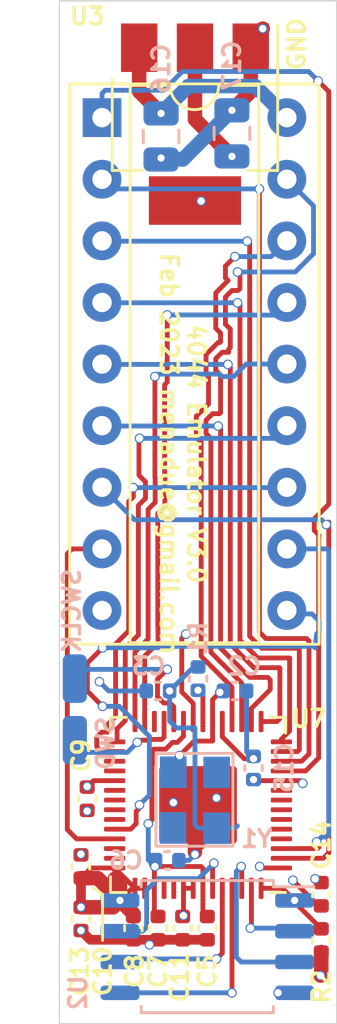
<source format=kicad_pcb>
(kicad_pcb (version 20171130) (host pcbnew 5.1.5+dfsg1-2build2)

  (general
    (thickness 1.6)
    (drawings 16)
    (tracks 491)
    (zones 0)
    (modules 23)
    (nets 32)
  )

  (page A4)
  (layers
    (0 F.Cu signal)
    (1 In1.Cu signal hide)
    (2 In2.Cu signal hide)
    (31 B.Cu signal)
    (32 B.Adhes user)
    (33 F.Adhes user)
    (34 B.Paste user)
    (35 F.Paste user)
    (36 B.SilkS user)
    (37 F.SilkS user)
    (38 B.Mask user)
    (39 F.Mask user)
    (40 Dwgs.User user)
    (41 Cmts.User user)
    (42 Eco1.User user)
    (43 Eco2.User user)
    (44 Edge.Cuts user)
    (45 Margin user)
    (46 B.CrtYd user)
    (47 F.CrtYd user)
    (48 B.Fab user hide)
    (49 F.Fab user hide)
  )

  (setup
    (last_trace_width 0.2)
    (user_trace_width 0.2)
    (user_trace_width 0.3)
    (user_trace_width 0.4)
    (user_trace_width 0.6)
    (trace_clearance 0.2)
    (zone_clearance 0.508)
    (zone_45_only no)
    (trace_min 0.2)
    (via_size 0.8)
    (via_drill 0.4)
    (via_min_size 0.4)
    (via_min_drill 0.2)
    (user_via 0.4 0.3)
    (user_via 0.5 0.3)
    (uvia_size 0.3)
    (uvia_drill 0.1)
    (uvias_allowed no)
    (uvia_min_size 0.2)
    (uvia_min_drill 0.1)
    (edge_width 0.05)
    (segment_width 0.2)
    (pcb_text_width 0.3)
    (pcb_text_size 1.5 1.5)
    (mod_edge_width 0.12)
    (mod_text_size 1 1)
    (mod_text_width 0.15)
    (pad_size 1.524 1.524)
    (pad_drill 0.762)
    (pad_to_mask_clearance 0.051)
    (solder_mask_min_width 0.25)
    (aux_axis_origin 0 0)
    (visible_elements FFFFFF7F)
    (pcbplotparams
      (layerselection 0x010fc_ffffffff)
      (usegerberextensions false)
      (usegerberattributes false)
      (usegerberadvancedattributes false)
      (creategerberjobfile false)
      (excludeedgelayer true)
      (linewidth 0.150000)
      (plotframeref false)
      (viasonmask false)
      (mode 1)
      (useauxorigin false)
      (hpglpennumber 1)
      (hpglpenspeed 20)
      (hpglpendiameter 15.000000)
      (psnegative false)
      (psa4output false)
      (plotreference true)
      (plotvalue true)
      (plotinvisibletext false)
      (padsonsilk false)
      (subtractmaskfromsilk false)
      (outputformat 1)
      (mirror false)
      (drillshape 0)
      (scaleselection 1)
      (outputdirectory "fab3/"))
  )

  (net 0 "")
  (net 1 GND)
  (net 2 /XIN)
  (net 3 "Net-(C3-Pad1)")
  (net 4 +3V3)
  (net 5 +1V1)
  (net 6 /XOUT)
  (net 7 /QSPI_SS)
  (net 8 5V)
  (net 9 /QSPI_SD3)
  (net 10 /QSPI_SCLK)
  (net 11 /QSPI_SD0)
  (net 12 /QSPI_SD2)
  (net 13 /QSPI_SD1)
  (net 14 SWCLK)
  (net 15 SWD)
  (net 16 A6)
  (net 17 W_N)
  (net 18 A7)
  (net 19 DOUT)
  (net 20 A8)
  (net 21 A5)
  (net 22 A9)
  (net 23 A4)
  (net 24 A10)
  (net 25 A3)
  (net 26 A11)
  (net 27 A2)
  (net 28 DIN)
  (net 29 A1)
  (net 30 CS_N)
  (net 31 A0)

  (net_class Default "This is the default net class."
    (clearance 0.2)
    (trace_width 0.25)
    (via_dia 0.8)
    (via_drill 0.4)
    (uvia_dia 0.3)
    (uvia_drill 0.1)
    (add_net +1V1)
    (add_net +3V3)
    (add_net /QSPI_SCLK)
    (add_net /QSPI_SD0)
    (add_net /QSPI_SD1)
    (add_net /QSPI_SD2)
    (add_net /QSPI_SD3)
    (add_net /QSPI_SS)
    (add_net /XIN)
    (add_net /XOUT)
    (add_net 5V)
    (add_net A0)
    (add_net A1)
    (add_net A10)
    (add_net A11)
    (add_net A2)
    (add_net A3)
    (add_net A4)
    (add_net A5)
    (add_net A6)
    (add_net A7)
    (add_net A8)
    (add_net A9)
    (add_net CS_N)
    (add_net DIN)
    (add_net DOUT)
    (add_net GND)
    (add_net "Net-(C3-Pad1)")
    (add_net SWCLK)
    (add_net SWD)
    (add_net W_N)
  )

  (module Capacitor_SMD:C_0402_1005Metric (layer F.Cu) (tedit 5F68FEEE) (tstamp 63F9A07A)
    (at 106.934 123.571 90)
    (descr "Capacitor SMD 0402 (1005 Metric), square (rectangular) end terminal, IPC_7351 nominal, (Body size source: IPC-SM-782 page 76, https://www.pcb-3d.com/wordpress/wp-content/uploads/ipc-sm-782a_amendment_1_and_2.pdf), generated with kicad-footprint-generator")
    (tags capacitor)
    (path /63FC2114)
    (attr smd)
    (fp_text reference R2 (at -1.905 0 90) (layer F.SilkS)
      (effects (font (size 0.7 0.7) (thickness 0.15)))
    )
    (fp_text value 10k (at 0 1.16 90) (layer F.Fab)
      (effects (font (size 1 1) (thickness 0.15)))
    )
    (fp_text user %R (at 0 0 90) (layer F.Fab)
      (effects (font (size 0.25 0.25) (thickness 0.04)))
    )
    (fp_line (start 0.91 0.46) (end -0.91 0.46) (layer F.CrtYd) (width 0.05))
    (fp_line (start 0.91 -0.46) (end 0.91 0.46) (layer F.CrtYd) (width 0.05))
    (fp_line (start -0.91 -0.46) (end 0.91 -0.46) (layer F.CrtYd) (width 0.05))
    (fp_line (start -0.91 0.46) (end -0.91 -0.46) (layer F.CrtYd) (width 0.05))
    (fp_line (start -0.107836 0.36) (end 0.107836 0.36) (layer F.SilkS) (width 0.12))
    (fp_line (start -0.107836 -0.36) (end 0.107836 -0.36) (layer F.SilkS) (width 0.12))
    (fp_line (start 0.5 0.25) (end -0.5 0.25) (layer F.Fab) (width 0.1))
    (fp_line (start 0.5 -0.25) (end 0.5 0.25) (layer F.Fab) (width 0.1))
    (fp_line (start -0.5 -0.25) (end 0.5 -0.25) (layer F.Fab) (width 0.1))
    (fp_line (start -0.5 0.25) (end -0.5 -0.25) (layer F.Fab) (width 0.1))
    (pad 2 smd roundrect (at 0.48 0 90) (size 0.56 0.62) (layers F.Cu F.Paste F.Mask) (roundrect_rratio 0.25)
      (net 7 /QSPI_SS))
    (pad 1 smd roundrect (at -0.48 0 90) (size 0.56 0.62) (layers F.Cu F.Paste F.Mask) (roundrect_rratio 0.25)
      (net 4 +3V3))
    (model ${KISYS3DMOD}/Capacitor_SMD.3dshapes/C_0402_1005Metric.wrl
      (at (xyz 0 0 0))
      (scale (xyz 1 1 1))
      (rotate (xyz 0 0 0))
    )
  )

  (module ajm_kicad:ecx-32 (layer B.Cu) (tedit 63F92135) (tstamp 63E086F5)
    (at 97.282 121.285 270)
    (path /63E133E0)
    (fp_text reference Y1 (at -1.905 -6.985 180) (layer B.SilkS)
      (effects (font (size 0.7 0.7) (thickness 0.15)) (justify mirror))
    )
    (fp_text value ABLS-12.000MHZ-B4-T (at 0 -3.05 270) (layer B.Fab)
      (effects (font (size 1 1) (thickness 0.15)) (justify mirror))
    )
    (fp_line (start -5.43 -5.99) (end -5.42 -2.84) (layer B.SilkS) (width 0.12))
    (fp_line (start -1.6 -6.01) (end -5.43 -6.01) (layer B.SilkS) (width 0.12))
    (fp_line (start -1.6 -2.84) (end -1.6 -6.01) (layer B.SilkS) (width 0.12))
    (fp_line (start -5.42 -2.84) (end -1.6 -2.84) (layer B.SilkS) (width 0.12))
    (fp_text user %R (at 1.680999 2.999001 270) (layer B.Fab)
      (effects (font (size 0.7 0.7) (thickness 0.105)) (justify mirror))
    )
    (pad 3 smd rect (at -4.64 -5.34 270) (size 1.3 1.1) (layers B.Cu B.Paste B.Mask))
    (pad 3 smd rect (at -2.35 -3.54 270) (size 1.3 1.1) (layers B.Cu B.Paste B.Mask))
    (pad 2 smd rect (at -2.34 -5.34 270) (size 1.3 1.1) (layers B.Cu B.Paste B.Mask)
      (net 3 "Net-(C3-Pad1)"))
    (pad 1 smd rect (at -4.65 -3.55 270) (size 1.3 1.1) (layers B.Cu B.Paste B.Mask)
      (net 2 /XIN))
  )

  (module Capacitor_SMD:C_0402_1005Metric (layer F.Cu) (tedit 5F68FEEE) (tstamp 63E085E5)
    (at 99.187 123.063 270)
    (descr "Capacitor SMD 0402 (1005 Metric), square (rectangular) end terminal, IPC_7351 nominal, (Body size source: IPC-SM-782 page 76, https://www.pcb-3d.com/wordpress/wp-content/uploads/ipc-sm-782a_amendment_1_and_2.pdf), generated with kicad-footprint-generator")
    (tags capacitor)
    (path /63E22AA7)
    (attr smd)
    (fp_text reference C8 (at 1.778 -0.0508 90) (layer F.SilkS)
      (effects (font (size 0.7 0.7) (thickness 0.15)))
    )
    (fp_text value 1u (at 0 1.16 90) (layer F.Fab)
      (effects (font (size 1 1) (thickness 0.15)))
    )
    (fp_text user %R (at 0 0 90) (layer F.Fab)
      (effects (font (size 0.25 0.25) (thickness 0.04)))
    )
    (fp_line (start 0.91 0.46) (end -0.91 0.46) (layer F.CrtYd) (width 0.05))
    (fp_line (start 0.91 -0.46) (end 0.91 0.46) (layer F.CrtYd) (width 0.05))
    (fp_line (start -0.91 -0.46) (end 0.91 -0.46) (layer F.CrtYd) (width 0.05))
    (fp_line (start -0.91 0.46) (end -0.91 -0.46) (layer F.CrtYd) (width 0.05))
    (fp_line (start -0.107836 0.36) (end 0.107836 0.36) (layer F.SilkS) (width 0.12))
    (fp_line (start -0.107836 -0.36) (end 0.107836 -0.36) (layer F.SilkS) (width 0.12))
    (fp_line (start 0.5 0.25) (end -0.5 0.25) (layer F.Fab) (width 0.1))
    (fp_line (start 0.5 -0.25) (end 0.5 0.25) (layer F.Fab) (width 0.1))
    (fp_line (start -0.5 -0.25) (end 0.5 -0.25) (layer F.Fab) (width 0.1))
    (fp_line (start -0.5 0.25) (end -0.5 -0.25) (layer F.Fab) (width 0.1))
    (pad 2 smd roundrect (at 0.48 0 270) (size 0.56 0.62) (layers F.Cu F.Paste F.Mask) (roundrect_rratio 0.25)
      (net 1 GND))
    (pad 1 smd roundrect (at -0.48 0 270) (size 0.56 0.62) (layers F.Cu F.Paste F.Mask) (roundrect_rratio 0.25)
      (net 4 +3V3))
    (model ${KISYS3DMOD}/Capacitor_SMD.3dshapes/C_0402_1005Metric.wrl
      (at (xyz 0 0 0))
      (scale (xyz 1 1 1))
      (rotate (xyz 0 0 0))
    )
  )

  (module Capacitor_SMD:C_0402_1005Metric (layer F.Cu) (tedit 5F68FEEE) (tstamp 63E085D4)
    (at 100.203 123.063 270)
    (descr "Capacitor SMD 0402 (1005 Metric), square (rectangular) end terminal, IPC_7351 nominal, (Body size source: IPC-SM-782 page 76, https://www.pcb-3d.com/wordpress/wp-content/uploads/ipc-sm-782a_amendment_1_and_2.pdf), generated with kicad-footprint-generator")
    (tags capacitor)
    (path /63E22AA1)
    (attr smd)
    (fp_text reference C7 (at 1.778 0 270) (layer F.SilkS)
      (effects (font (size 0.7 0.7) (thickness 0.15)))
    )
    (fp_text value 1u (at 0 1.16 270) (layer F.Fab)
      (effects (font (size 1 1) (thickness 0.15)))
    )
    (fp_text user %R (at 0 0 270) (layer F.Fab)
      (effects (font (size 0.25 0.25) (thickness 0.04)))
    )
    (fp_line (start 0.91 0.46) (end -0.91 0.46) (layer F.CrtYd) (width 0.05))
    (fp_line (start 0.91 -0.46) (end 0.91 0.46) (layer F.CrtYd) (width 0.05))
    (fp_line (start -0.91 -0.46) (end 0.91 -0.46) (layer F.CrtYd) (width 0.05))
    (fp_line (start -0.91 0.46) (end -0.91 -0.46) (layer F.CrtYd) (width 0.05))
    (fp_line (start -0.107836 0.36) (end 0.107836 0.36) (layer F.SilkS) (width 0.12))
    (fp_line (start -0.107836 -0.36) (end 0.107836 -0.36) (layer F.SilkS) (width 0.12))
    (fp_line (start 0.5 0.25) (end -0.5 0.25) (layer F.Fab) (width 0.1))
    (fp_line (start 0.5 -0.25) (end 0.5 0.25) (layer F.Fab) (width 0.1))
    (fp_line (start -0.5 -0.25) (end 0.5 -0.25) (layer F.Fab) (width 0.1))
    (fp_line (start -0.5 0.25) (end -0.5 -0.25) (layer F.Fab) (width 0.1))
    (pad 2 smd roundrect (at 0.48 0 270) (size 0.56 0.62) (layers F.Cu F.Paste F.Mask) (roundrect_rratio 0.25)
      (net 1 GND))
    (pad 1 smd roundrect (at -0.48 0 270) (size 0.56 0.62) (layers F.Cu F.Paste F.Mask) (roundrect_rratio 0.25)
      (net 5 +1V1))
    (model ${KISYS3DMOD}/Capacitor_SMD.3dshapes/C_0402_1005Metric.wrl
      (at (xyz 0 0 0))
      (scale (xyz 1 1 1))
      (rotate (xyz 0 0 0))
    )
  )

  (module Connector_Wire:SolderWirePad_1x01_SMD_1x2mm (layer B.Cu) (tedit 5DD6EB27) (tstamp 63E3EDA3)
    (at 96.774 112.776)
    (descr "Wire Pad, Square, SMD Pad,  5mm x 10mm,")
    (tags "MesurementPoint Square SMDPad 5mmx10mm ")
    (path /64027968)
    (attr virtual)
    (fp_text reference J2 (at -1.651 -0.127) (layer B.SilkS) hide
      (effects (font (size 0.7 0.7) (thickness 0.15)) (justify mirror))
    )
    (fp_text value Conn_01x01_Female (at 0 -2.54) (layer B.Fab)
      (effects (font (size 1 1) (thickness 0.15)) (justify mirror))
    )
    (fp_line (start -0.63 -1.27) (end -0.63 1.27) (layer B.Fab) (width 0.1))
    (fp_line (start 0.63 -1.27) (end -0.63 -1.27) (layer B.Fab) (width 0.1))
    (fp_line (start 0.63 1.27) (end 0.63 -1.27) (layer B.Fab) (width 0.1))
    (fp_line (start -0.63 1.27) (end 0.63 1.27) (layer B.Fab) (width 0.1))
    (fp_line (start -0.63 1.27) (end -0.63 -1.27) (layer B.CrtYd) (width 0.05))
    (fp_line (start -0.63 -1.27) (end 0.63 -1.27) (layer B.CrtYd) (width 0.05))
    (fp_line (start 0.63 -1.27) (end 0.63 1.27) (layer B.CrtYd) (width 0.05))
    (fp_line (start 0.63 1.27) (end -0.63 1.27) (layer B.CrtYd) (width 0.05))
    (fp_text user %R (at 0 0) (layer B.Fab)
      (effects (font (size 1 1) (thickness 0.15)) (justify mirror))
    )
    (pad 1 smd roundrect (at 0 0) (size 1 2) (layers B.Cu B.Paste B.Mask) (roundrect_rratio 0.25)
      (net 14 SWCLK))
  )

  (module Connector_Wire:SolderWirePad_1x01_SMD_1x2mm (layer B.Cu) (tedit 5DD6EB27) (tstamp 63E3ED95)
    (at 96.774 115.316)
    (descr "Wire Pad, Square, SMD Pad,  5mm x 10mm,")
    (tags "MesurementPoint Square SMDPad 5mmx10mm ")
    (path /640275AD)
    (attr virtual)
    (fp_text reference J1 (at -2.413 3.429) (layer B.SilkS) hide
      (effects (font (size 0.7 0.7) (thickness 0.15)) (justify mirror))
    )
    (fp_text value Conn_01x01_Female (at 0 -2.54) (layer B.Fab)
      (effects (font (size 1 1) (thickness 0.15)) (justify mirror))
    )
    (fp_line (start -0.63 -1.27) (end -0.63 1.27) (layer B.Fab) (width 0.1))
    (fp_line (start 0.63 -1.27) (end -0.63 -1.27) (layer B.Fab) (width 0.1))
    (fp_line (start 0.63 1.27) (end 0.63 -1.27) (layer B.Fab) (width 0.1))
    (fp_line (start -0.63 1.27) (end 0.63 1.27) (layer B.Fab) (width 0.1))
    (fp_line (start -0.63 1.27) (end -0.63 -1.27) (layer B.CrtYd) (width 0.05))
    (fp_line (start -0.63 -1.27) (end 0.63 -1.27) (layer B.CrtYd) (width 0.05))
    (fp_line (start 0.63 -1.27) (end 0.63 1.27) (layer B.CrtYd) (width 0.05))
    (fp_line (start 0.63 1.27) (end -0.63 1.27) (layer B.CrtYd) (width 0.05))
    (fp_text user %R (at 0 0) (layer B.Fab)
      (effects (font (size 1 1) (thickness 0.15)) (justify mirror))
    )
    (pad 1 smd roundrect (at 0 0) (size 1 2) (layers B.Cu B.Paste B.Mask) (roundrect_rratio 0.25)
      (net 15 SWD))
  )

  (module Package_DIP:DIP-18_W7.62mm_Socket (layer F.Cu) (tedit 5A02E8C5) (tstamp 63E285E7)
    (at 97.895 89.648)
    (descr "18-lead though-hole mounted DIP package, row spacing 7.62 mm (300 mils), Socket")
    (tags "THT DIP DIL PDIP 2.54mm 7.62mm 300mil Socket")
    (path /63E2AB46)
    (fp_text reference U1 (at -6.455 9.666) (layer F.SilkS) hide
      (effects (font (size 0.7 0.7) (thickness 0.15)))
    )
    (fp_text value ram_4044 (at 3.81 22.65) (layer F.Fab)
      (effects (font (size 1 1) (thickness 0.15)))
    )
    (fp_text user %R (at 3.81 10.16) (layer F.Fab)
      (effects (font (size 1 1) (thickness 0.15)))
    )
    (fp_line (start 9.15 -1.6) (end -1.55 -1.6) (layer F.CrtYd) (width 0.05))
    (fp_line (start 9.15 21.9) (end 9.15 -1.6) (layer F.CrtYd) (width 0.05))
    (fp_line (start -1.55 21.9) (end 9.15 21.9) (layer F.CrtYd) (width 0.05))
    (fp_line (start -1.55 -1.6) (end -1.55 21.9) (layer F.CrtYd) (width 0.05))
    (fp_line (start 8.95 -1.39) (end -1.33 -1.39) (layer F.SilkS) (width 0.12))
    (fp_line (start 8.95 21.71) (end 8.95 -1.39) (layer F.SilkS) (width 0.12))
    (fp_line (start -1.33 21.71) (end 8.95 21.71) (layer F.SilkS) (width 0.12))
    (fp_line (start -1.33 -1.39) (end -1.33 21.71) (layer F.SilkS) (width 0.12))
    (fp_line (start 6.46 -1.33) (end 4.81 -1.33) (layer F.SilkS) (width 0.12))
    (fp_line (start 6.46 21.65) (end 6.46 -1.33) (layer F.SilkS) (width 0.12))
    (fp_line (start 1.16 21.65) (end 6.46 21.65) (layer F.SilkS) (width 0.12))
    (fp_line (start 1.16 -1.33) (end 1.16 21.65) (layer F.SilkS) (width 0.12))
    (fp_line (start 2.81 -1.33) (end 1.16 -1.33) (layer F.SilkS) (width 0.12))
    (fp_line (start 8.89 -1.33) (end -1.27 -1.33) (layer F.Fab) (width 0.1))
    (fp_line (start 8.89 21.65) (end 8.89 -1.33) (layer F.Fab) (width 0.1))
    (fp_line (start -1.27 21.65) (end 8.89 21.65) (layer F.Fab) (width 0.1))
    (fp_line (start -1.27 -1.33) (end -1.27 21.65) (layer F.Fab) (width 0.1))
    (fp_line (start 0.635 -0.27) (end 1.635 -1.27) (layer F.Fab) (width 0.1))
    (fp_line (start 0.635 21.59) (end 0.635 -0.27) (layer F.Fab) (width 0.1))
    (fp_line (start 6.985 21.59) (end 0.635 21.59) (layer F.Fab) (width 0.1))
    (fp_line (start 6.985 -1.27) (end 6.985 21.59) (layer F.Fab) (width 0.1))
    (fp_line (start 1.635 -1.27) (end 6.985 -1.27) (layer F.Fab) (width 0.1))
    (fp_arc (start 3.81 -1.33) (end 2.81 -1.33) (angle -180) (layer F.SilkS) (width 0.12))
    (pad 18 thru_hole oval (at 7.62 0) (size 1.6 1.6) (drill 0.8) (layers *.Cu *.Mask)
      (net 8 5V))
    (pad 9 thru_hole oval (at 0 20.32) (size 1.6 1.6) (drill 0.8) (layers *.Cu *.Mask)
      (net 1 GND))
    (pad 17 thru_hole oval (at 7.62 2.54) (size 1.6 1.6) (drill 0.8) (layers *.Cu *.Mask)
      (net 16 A6))
    (pad 8 thru_hole oval (at 0 17.78) (size 1.6 1.6) (drill 0.8) (layers *.Cu *.Mask)
      (net 17 W_N))
    (pad 16 thru_hole oval (at 7.62 5.08) (size 1.6 1.6) (drill 0.8) (layers *.Cu *.Mask)
      (net 18 A7))
    (pad 7 thru_hole oval (at 0 15.24) (size 1.6 1.6) (drill 0.8) (layers *.Cu *.Mask)
      (net 19 DOUT))
    (pad 15 thru_hole oval (at 7.62 7.62) (size 1.6 1.6) (drill 0.8) (layers *.Cu *.Mask)
      (net 20 A8))
    (pad 6 thru_hole oval (at 0 12.7) (size 1.6 1.6) (drill 0.8) (layers *.Cu *.Mask)
      (net 21 A5))
    (pad 14 thru_hole oval (at 7.62 10.16) (size 1.6 1.6) (drill 0.8) (layers *.Cu *.Mask)
      (net 22 A9))
    (pad 5 thru_hole oval (at 0 10.16) (size 1.6 1.6) (drill 0.8) (layers *.Cu *.Mask)
      (net 23 A4))
    (pad 13 thru_hole oval (at 7.62 12.7) (size 1.6 1.6) (drill 0.8) (layers *.Cu *.Mask)
      (net 24 A10))
    (pad 4 thru_hole oval (at 0 7.62) (size 1.6 1.6) (drill 0.8) (layers *.Cu *.Mask)
      (net 25 A3))
    (pad 12 thru_hole oval (at 7.62 15.24) (size 1.6 1.6) (drill 0.8) (layers *.Cu *.Mask)
      (net 26 A11))
    (pad 3 thru_hole oval (at 0 5.08) (size 1.6 1.6) (drill 0.8) (layers *.Cu *.Mask)
      (net 27 A2))
    (pad 11 thru_hole oval (at 7.62 17.78) (size 1.6 1.6) (drill 0.8) (layers *.Cu *.Mask)
      (net 28 DIN))
    (pad 2 thru_hole oval (at 0 2.54) (size 1.6 1.6) (drill 0.8) (layers *.Cu *.Mask)
      (net 29 A1))
    (pad 10 thru_hole oval (at 7.62 20.32) (size 1.6 1.6) (drill 0.8) (layers *.Cu *.Mask)
      (net 30 CS_N))
    (pad 1 thru_hole rect (at 0 0) (size 1.6 1.6) (drill 0.8) (layers *.Cu *.Mask)
      (net 31 A0))
    (model ${KISYS3DMOD}/Package_DIP.3dshapes/DIP-18_W7.62mm_Socket.wrl
      (at (xyz 0 0 0))
      (scale (xyz 1 1 1))
      (rotate (xyz 0 0 0))
    )
  )

  (module Package_TO_SOT_SMD:SOT-223-3_TabPin2 (layer F.Cu) (tedit 5A02FF57) (tstamp 63E2861C)
    (at 101.727 89.916 270)
    (descr "module CMS SOT223 4 pins")
    (tags "CMS SOT")
    (path /63EA65BB)
    (attr smd)
    (fp_text reference U3 (at -4.445 4.445 180) (layer F.SilkS)
      (effects (font (size 0.7 0.7) (thickness 0.15)))
    )
    (fp_text value NCP1117-3.3_SOT223 (at 0 4.5 90) (layer F.Fab)
      (effects (font (size 1 1) (thickness 0.15)))
    )
    (fp_line (start 1.85 -3.35) (end 1.85 3.35) (layer F.Fab) (width 0.1))
    (fp_line (start -1.85 3.35) (end 1.85 3.35) (layer F.Fab) (width 0.1))
    (fp_line (start -4.1 -3.41) (end 1.91 -3.41) (layer F.SilkS) (width 0.12))
    (fp_line (start -0.85 -3.35) (end 1.85 -3.35) (layer F.Fab) (width 0.1))
    (fp_line (start -1.85 3.41) (end 1.91 3.41) (layer F.SilkS) (width 0.12))
    (fp_line (start -1.85 -2.35) (end -1.85 3.35) (layer F.Fab) (width 0.1))
    (fp_line (start -1.85 -2.35) (end -0.85 -3.35) (layer F.Fab) (width 0.1))
    (fp_line (start -4.4 -3.6) (end -4.4 3.6) (layer F.CrtYd) (width 0.05))
    (fp_line (start -4.4 3.6) (end 4.4 3.6) (layer F.CrtYd) (width 0.05))
    (fp_line (start 4.4 3.6) (end 4.4 -3.6) (layer F.CrtYd) (width 0.05))
    (fp_line (start 4.4 -3.6) (end -4.4 -3.6) (layer F.CrtYd) (width 0.05))
    (fp_line (start 1.91 -3.41) (end 1.91 -2.15) (layer F.SilkS) (width 0.12))
    (fp_line (start 1.91 3.41) (end 1.91 2.15) (layer F.SilkS) (width 0.12))
    (fp_text user %R (at 0 0) (layer F.Fab)
      (effects (font (size 0.8 0.8) (thickness 0.12)))
    )
    (pad 1 smd rect (at -3.15 -2.3 270) (size 2 1.5) (layers F.Cu F.Paste F.Mask)
      (net 1 GND))
    (pad 3 smd rect (at -3.15 2.3 270) (size 2 1.5) (layers F.Cu F.Paste F.Mask)
      (net 8 5V))
    (pad 2 smd rect (at -3.15 0 270) (size 2 1.5) (layers F.Cu F.Paste F.Mask)
      (net 4 +3V3))
    (pad 2 smd rect (at 3.15 0 270) (size 2 3.8) (layers F.Cu F.Paste F.Mask)
      (net 4 +3V3))
    (model ${KISYS3DMOD}/Package_TO_SOT_SMD.3dshapes/SOT-223.wrl
      (at (xyz 0 0 0))
      (scale (xyz 1 1 1))
      (rotate (xyz 0 0 0))
    )
  )

  (module Package_SO:SOIC-8_5.23x5.23mm_P1.27mm (layer B.Cu) (tedit 5D9F72B1) (tstamp 63E28606)
    (at 102.235 123.825 180)
    (descr "SOIC, 8 Pin (http://www.winbond.com/resource-files/w25q32jv%20revg%2003272018%20plus.pdf#page=68), generated with kicad-footprint-generator ipc_gullwing_generator.py")
    (tags "SOIC SO")
    (path /63EA65B5)
    (attr smd)
    (fp_text reference U2 (at 5.334 -1.905 270) (layer B.SilkS)
      (effects (font (size 0.7 0.7) (thickness 0.15)) (justify mirror))
    )
    (fp_text value W25Q128JVS (at 0 -3.56 180) (layer B.Fab)
      (effects (font (size 1 1) (thickness 0.15)) (justify mirror))
    )
    (fp_text user %R (at 0 0 180) (layer B.Fab)
      (effects (font (size 1 1) (thickness 0.15)) (justify mirror))
    )
    (fp_line (start 4.65 2.86) (end -4.65 2.86) (layer B.CrtYd) (width 0.05))
    (fp_line (start 4.65 -2.86) (end 4.65 2.86) (layer B.CrtYd) (width 0.05))
    (fp_line (start -4.65 -2.86) (end 4.65 -2.86) (layer B.CrtYd) (width 0.05))
    (fp_line (start -4.65 2.86) (end -4.65 -2.86) (layer B.CrtYd) (width 0.05))
    (fp_line (start -2.615 1.615) (end -1.615 2.615) (layer B.Fab) (width 0.1))
    (fp_line (start -2.615 -2.615) (end -2.615 1.615) (layer B.Fab) (width 0.1))
    (fp_line (start 2.615 -2.615) (end -2.615 -2.615) (layer B.Fab) (width 0.1))
    (fp_line (start 2.615 2.615) (end 2.615 -2.615) (layer B.Fab) (width 0.1))
    (fp_line (start -1.615 2.615) (end 2.615 2.615) (layer B.Fab) (width 0.1))
    (fp_line (start -2.725 2.465) (end -4.4 2.465) (layer B.SilkS) (width 0.12))
    (fp_line (start -2.725 2.725) (end -2.725 2.465) (layer B.SilkS) (width 0.12))
    (fp_line (start 0 2.725) (end -2.725 2.725) (layer B.SilkS) (width 0.12))
    (fp_line (start 2.725 2.725) (end 2.725 2.465) (layer B.SilkS) (width 0.12))
    (fp_line (start 0 2.725) (end 2.725 2.725) (layer B.SilkS) (width 0.12))
    (fp_line (start -2.725 -2.725) (end -2.725 -2.465) (layer B.SilkS) (width 0.12))
    (fp_line (start 0 -2.725) (end -2.725 -2.725) (layer B.SilkS) (width 0.12))
    (fp_line (start 2.725 -2.725) (end 2.725 -2.465) (layer B.SilkS) (width 0.12))
    (fp_line (start 0 -2.725) (end 2.725 -2.725) (layer B.SilkS) (width 0.12))
    (pad 8 smd roundrect (at 3.6 1.905 180) (size 1.6 0.6) (layers B.Cu B.Paste B.Mask) (roundrect_rratio 0.25)
      (net 4 +3V3))
    (pad 7 smd roundrect (at 3.6 0.635 180) (size 1.6 0.6) (layers B.Cu B.Paste B.Mask) (roundrect_rratio 0.25)
      (net 9 /QSPI_SD3))
    (pad 6 smd roundrect (at 3.6 -0.635 180) (size 1.6 0.6) (layers B.Cu B.Paste B.Mask) (roundrect_rratio 0.25)
      (net 10 /QSPI_SCLK))
    (pad 5 smd roundrect (at 3.6 -1.905 180) (size 1.6 0.6) (layers B.Cu B.Paste B.Mask) (roundrect_rratio 0.25)
      (net 11 /QSPI_SD0))
    (pad 4 smd roundrect (at -3.6 -1.905 180) (size 1.6 0.6) (layers B.Cu B.Paste B.Mask) (roundrect_rratio 0.25)
      (net 1 GND))
    (pad 3 smd roundrect (at -3.6 -0.635 180) (size 1.6 0.6) (layers B.Cu B.Paste B.Mask) (roundrect_rratio 0.25)
      (net 12 /QSPI_SD2))
    (pad 2 smd roundrect (at -3.6 0.635 180) (size 1.6 0.6) (layers B.Cu B.Paste B.Mask) (roundrect_rratio 0.25)
      (net 13 /QSPI_SD1))
    (pad 1 smd roundrect (at -3.6 1.905 180) (size 1.6 0.6) (layers B.Cu B.Paste B.Mask) (roundrect_rratio 0.25)
      (net 7 /QSPI_SS))
    (model ${KISYS3DMOD}/Package_SO.3dshapes/SOIC-8_5.23x5.23mm_P1.27mm.wrl
      (at (xyz 0 0 0))
      (scale (xyz 1 1 1))
      (rotate (xyz 0 0 0))
    )
  )

  (module Capacitor_SMD:C_0805_2012Metric (layer B.Cu) (tedit 5F68FEEE) (tstamp 63E28550)
    (at 103.251 90.297 90)
    (descr "Capacitor SMD 0805 (2012 Metric), square (rectangular) end terminal, IPC_7351 nominal, (Body size source: IPC-SM-782 page 76, https://www.pcb-3d.com/wordpress/wp-content/uploads/ipc-sm-782a_amendment_1_and_2.pdf, https://docs.google.com/spreadsheets/d/1BsfQQcO9C6DZCsRaXUlFlo91Tg2WpOkGARC1WS5S8t0/edit?usp=sharing), generated with kicad-footprint-generator")
    (tags capacitor)
    (path /63EA65DD)
    (attr smd)
    (fp_text reference C17 (at 2.794 0 90) (layer B.SilkS)
      (effects (font (size 0.7 0.7) (thickness 0.15)) (justify mirror))
    )
    (fp_text value 10u (at 0 -1.68 90) (layer B.Fab)
      (effects (font (size 1 1) (thickness 0.15)) (justify mirror))
    )
    (fp_text user %R (at 0 0 90) (layer B.Fab)
      (effects (font (size 0.5 0.5) (thickness 0.08)) (justify mirror))
    )
    (fp_line (start 1.7 -0.98) (end -1.7 -0.98) (layer B.CrtYd) (width 0.05))
    (fp_line (start 1.7 0.98) (end 1.7 -0.98) (layer B.CrtYd) (width 0.05))
    (fp_line (start -1.7 0.98) (end 1.7 0.98) (layer B.CrtYd) (width 0.05))
    (fp_line (start -1.7 -0.98) (end -1.7 0.98) (layer B.CrtYd) (width 0.05))
    (fp_line (start -0.261252 -0.735) (end 0.261252 -0.735) (layer B.SilkS) (width 0.12))
    (fp_line (start -0.261252 0.735) (end 0.261252 0.735) (layer B.SilkS) (width 0.12))
    (fp_line (start 1 -0.625) (end -1 -0.625) (layer B.Fab) (width 0.1))
    (fp_line (start 1 0.625) (end 1 -0.625) (layer B.Fab) (width 0.1))
    (fp_line (start -1 0.625) (end 1 0.625) (layer B.Fab) (width 0.1))
    (fp_line (start -1 -0.625) (end -1 0.625) (layer B.Fab) (width 0.1))
    (pad 2 smd roundrect (at 0.95 0 90) (size 1 1.45) (layers B.Cu B.Paste B.Mask) (roundrect_rratio 0.25)
      (net 1 GND))
    (pad 1 smd roundrect (at -0.95 0 90) (size 1 1.45) (layers B.Cu B.Paste B.Mask) (roundrect_rratio 0.25)
      (net 4 +3V3))
    (model ${KISYS3DMOD}/Capacitor_SMD.3dshapes/C_0805_2012Metric.wrl
      (at (xyz 0 0 0))
      (scale (xyz 1 1 1))
      (rotate (xyz 0 0 0))
    )
  )

  (module Capacitor_SMD:C_0805_2012Metric (layer B.Cu) (tedit 5F68FEEE) (tstamp 63E2853F)
    (at 100.33 90.424 270)
    (descr "Capacitor SMD 0805 (2012 Metric), square (rectangular) end terminal, IPC_7351 nominal, (Body size source: IPC-SM-782 page 76, https://www.pcb-3d.com/wordpress/wp-content/uploads/ipc-sm-782a_amendment_1_and_2.pdf, https://docs.google.com/spreadsheets/d/1BsfQQcO9C6DZCsRaXUlFlo91Tg2WpOkGARC1WS5S8t0/edit?usp=sharing), generated with kicad-footprint-generator")
    (tags capacitor)
    (path /63EA65D7)
    (attr smd)
    (fp_text reference C16 (at -2.794 0 90) (layer B.SilkS)
      (effects (font (size 0.7 0.7) (thickness 0.15)) (justify mirror))
    )
    (fp_text value 10u (at 0 -1.68 90) (layer B.Fab)
      (effects (font (size 1 1) (thickness 0.15)) (justify mirror))
    )
    (fp_text user %R (at 0 0 90) (layer B.Fab)
      (effects (font (size 0.5 0.5) (thickness 0.08)) (justify mirror))
    )
    (fp_line (start 1.7 -0.98) (end -1.7 -0.98) (layer B.CrtYd) (width 0.05))
    (fp_line (start 1.7 0.98) (end 1.7 -0.98) (layer B.CrtYd) (width 0.05))
    (fp_line (start -1.7 0.98) (end 1.7 0.98) (layer B.CrtYd) (width 0.05))
    (fp_line (start -1.7 -0.98) (end -1.7 0.98) (layer B.CrtYd) (width 0.05))
    (fp_line (start -0.261252 -0.735) (end 0.261252 -0.735) (layer B.SilkS) (width 0.12))
    (fp_line (start -0.261252 0.735) (end 0.261252 0.735) (layer B.SilkS) (width 0.12))
    (fp_line (start 1 -0.625) (end -1 -0.625) (layer B.Fab) (width 0.1))
    (fp_line (start 1 0.625) (end 1 -0.625) (layer B.Fab) (width 0.1))
    (fp_line (start -1 0.625) (end 1 0.625) (layer B.Fab) (width 0.1))
    (fp_line (start -1 -0.625) (end -1 0.625) (layer B.Fab) (width 0.1))
    (pad 2 smd roundrect (at 0.95 0 270) (size 1 1.45) (layers B.Cu B.Paste B.Mask) (roundrect_rratio 0.25)
      (net 1 GND))
    (pad 1 smd roundrect (at -0.95 0 270) (size 1 1.45) (layers B.Cu B.Paste B.Mask) (roundrect_rratio 0.25)
      (net 8 5V))
    (model ${KISYS3DMOD}/Capacitor_SMD.3dshapes/C_0805_2012Metric.wrl
      (at (xyz 0 0 0))
      (scale (xyz 1 1 1))
      (rotate (xyz 0 0 0))
    )
  )

  (module Capacitor_SMD:C_0402_1005Metric (layer B.Cu) (tedit 5F68FEEE) (tstamp 63E2852E)
    (at 104.14 116.459 90)
    (descr "Capacitor SMD 0402 (1005 Metric), square (rectangular) end terminal, IPC_7351 nominal, (Body size source: IPC-SM-782 page 76, https://www.pcb-3d.com/wordpress/wp-content/uploads/ipc-sm-782a_amendment_1_and_2.pdf), generated with kicad-footprint-generator")
    (tags capacitor)
    (path /63EA6594)
    (attr smd)
    (fp_text reference C15 (at 0 1.27 270) (layer B.SilkS)
      (effects (font (size 0.7 0.7) (thickness 0.15)) (justify mirror))
    )
    (fp_text value 100n (at 0 -1.16 270) (layer B.Fab)
      (effects (font (size 1 1) (thickness 0.15)) (justify mirror))
    )
    (fp_text user %R (at 0 0 270) (layer B.Fab)
      (effects (font (size 0.25 0.25) (thickness 0.04)) (justify mirror))
    )
    (fp_line (start 0.91 -0.46) (end -0.91 -0.46) (layer B.CrtYd) (width 0.05))
    (fp_line (start 0.91 0.46) (end 0.91 -0.46) (layer B.CrtYd) (width 0.05))
    (fp_line (start -0.91 0.46) (end 0.91 0.46) (layer B.CrtYd) (width 0.05))
    (fp_line (start -0.91 -0.46) (end -0.91 0.46) (layer B.CrtYd) (width 0.05))
    (fp_line (start -0.107836 -0.36) (end 0.107836 -0.36) (layer B.SilkS) (width 0.12))
    (fp_line (start -0.107836 0.36) (end 0.107836 0.36) (layer B.SilkS) (width 0.12))
    (fp_line (start 0.5 -0.25) (end -0.5 -0.25) (layer B.Fab) (width 0.1))
    (fp_line (start 0.5 0.25) (end 0.5 -0.25) (layer B.Fab) (width 0.1))
    (fp_line (start -0.5 0.25) (end 0.5 0.25) (layer B.Fab) (width 0.1))
    (fp_line (start -0.5 -0.25) (end -0.5 0.25) (layer B.Fab) (width 0.1))
    (pad 2 smd roundrect (at 0.48 0 90) (size 0.56 0.62) (layers B.Cu B.Paste B.Mask) (roundrect_rratio 0.25)
      (net 1 GND))
    (pad 1 smd roundrect (at -0.48 0 90) (size 0.56 0.62) (layers B.Cu B.Paste B.Mask) (roundrect_rratio 0.25)
      (net 4 +3V3))
    (model ${KISYS3DMOD}/Capacitor_SMD.3dshapes/C_0402_1005Metric.wrl
      (at (xyz 0 0 0))
      (scale (xyz 1 1 1))
      (rotate (xyz 0 0 0))
    )
  )

  (module rp2040:RP2040-QFN-56-no_holes (layer F.Cu) (tedit 60FE54E1) (tstamp 63E0A5AE)
    (at 101.854 117.983 180)
    (descr "QFN, 56 Pin (http://www.cypress.com/file/416486/download#page=40), generated with kicad-footprint-generator ipc_dfn_qfn_generator.py")
    (tags "QFN DFN_QFN")
    (path /63E250D6)
    (attr smd)
    (fp_text reference U7 (at -4.572 3.556) (layer F.SilkS)
      (effects (font (size 0.7 0.7) (thickness 0.15)))
    )
    (fp_text value RP2040 (at 0 4.82) (layer F.Fab)
      (effects (font (size 1 1) (thickness 0.15)))
    )
    (fp_line (start 2.96 -3.61) (end 3.61 -3.61) (layer F.SilkS) (width 0.12))
    (fp_line (start 3.61 -3.61) (end 3.61 -2.96) (layer F.SilkS) (width 0.12))
    (fp_line (start -2.96 3.61) (end -3.61 3.61) (layer F.SilkS) (width 0.12))
    (fp_line (start -3.61 3.61) (end -3.61 2.96) (layer F.SilkS) (width 0.12))
    (fp_line (start 2.96 3.61) (end 3.61 3.61) (layer F.SilkS) (width 0.12))
    (fp_line (start 3.61 3.61) (end 3.61 2.96) (layer F.SilkS) (width 0.12))
    (fp_line (start -2.96 -3.61) (end -3.61 -3.61) (layer F.SilkS) (width 0.12))
    (fp_line (start -2.5 -3.5) (end 3.5 -3.5) (layer F.Fab) (width 0.1))
    (fp_line (start 3.5 -3.5) (end 3.5 3.5) (layer F.Fab) (width 0.1))
    (fp_line (start 3.5 3.5) (end -3.5 3.5) (layer F.Fab) (width 0.1))
    (fp_line (start -3.5 3.5) (end -3.5 -2.5) (layer F.Fab) (width 0.1))
    (fp_line (start -3.5 -2.5) (end -2.5 -3.5) (layer F.Fab) (width 0.1))
    (fp_line (start -4.12 -4.12) (end -4.12 4.12) (layer F.CrtYd) (width 0.05))
    (fp_line (start -4.12 4.12) (end 4.12 4.12) (layer F.CrtYd) (width 0.05))
    (fp_line (start 4.12 4.12) (end 4.12 -4.12) (layer F.CrtYd) (width 0.05))
    (fp_line (start 4.12 -4.12) (end -4.12 -4.12) (layer F.CrtYd) (width 0.05))
    (fp_text user %R (at 0 0) (layer F.Fab)
      (effects (font (size 1 1) (thickness 0.15)))
    )
    (pad 57 smd roundrect (at 0 0 180) (size 3.2 3.2) (layers F.Cu F.Mask) (roundrect_rratio 0.045)
      (net 1 GND))
    (pad "" smd roundrect (at -0.6375 -0.6375 180) (size 1.084435 1.084435) (layers F.Paste) (roundrect_rratio 0.230535))
    (pad "" smd roundrect (at -0.6375 0.6375 180) (size 1.084435 1.084435) (layers F.Paste) (roundrect_rratio 0.230535))
    (pad "" smd roundrect (at 0.6375 -0.6375 180) (size 1.084435 1.084435) (layers F.Paste) (roundrect_rratio 0.230535))
    (pad "" smd roundrect (at 0.6375 0.6375 180) (size 1.084435 1.084435) (layers F.Paste) (roundrect_rratio 0.230535))
    (pad 1 smd roundrect (at -3.4375 -2.6 180) (size 0.875 0.2) (layers F.Cu F.Paste F.Mask) (roundrect_rratio 0.25)
      (net 4 +3V3))
    (pad 2 smd roundrect (at -3.4375 -2.2 180) (size 0.875 0.2) (layers F.Cu F.Paste F.Mask) (roundrect_rratio 0.25)
      (net 19 DOUT))
    (pad 3 smd roundrect (at -3.4375 -1.8 180) (size 0.875 0.2) (layers F.Cu F.Paste F.Mask) (roundrect_rratio 0.25)
      (net 28 DIN))
    (pad 4 smd roundrect (at -3.4375 -1.4 180) (size 0.875 0.2) (layers F.Cu F.Paste F.Mask) (roundrect_rratio 0.25))
    (pad 5 smd roundrect (at -3.4375 -1 180) (size 0.875 0.2) (layers F.Cu F.Paste F.Mask) (roundrect_rratio 0.25))
    (pad 6 smd roundrect (at -3.4375 -0.6 180) (size 0.875 0.2) (layers F.Cu F.Paste F.Mask) (roundrect_rratio 0.25))
    (pad 7 smd roundrect (at -3.4375 -0.2 180) (size 0.875 0.2) (layers F.Cu F.Paste F.Mask) (roundrect_rratio 0.25))
    (pad 8 smd roundrect (at -3.4375 0.2 180) (size 0.875 0.2) (layers F.Cu F.Paste F.Mask) (roundrect_rratio 0.25))
    (pad 9 smd roundrect (at -3.4375 0.6 180) (size 0.875 0.2) (layers F.Cu F.Paste F.Mask) (roundrect_rratio 0.25))
    (pad 10 smd roundrect (at -3.4375 1 180) (size 0.875 0.2) (layers F.Cu F.Paste F.Mask) (roundrect_rratio 0.25)
      (net 4 +3V3))
    (pad 11 smd roundrect (at -3.4375 1.4 180) (size 0.875 0.2) (layers F.Cu F.Paste F.Mask) (roundrect_rratio 0.25)
      (net 31 A0))
    (pad 12 smd roundrect (at -3.4375 1.8 180) (size 0.875 0.2) (layers F.Cu F.Paste F.Mask) (roundrect_rratio 0.25)
      (net 29 A1))
    (pad 13 smd roundrect (at -3.4375 2.2 180) (size 0.875 0.2) (layers F.Cu F.Paste F.Mask) (roundrect_rratio 0.25)
      (net 27 A2))
    (pad 14 smd roundrect (at -3.4375 2.6 180) (size 0.875 0.2) (layers F.Cu F.Paste F.Mask) (roundrect_rratio 0.25)
      (net 25 A3))
    (pad 15 smd roundrect (at -2.6 3.4375 180) (size 0.2 0.875) (layers F.Cu F.Paste F.Mask) (roundrect_rratio 0.25)
      (net 23 A4))
    (pad 16 smd roundrect (at -2.2 3.4375 180) (size 0.2 0.875) (layers F.Cu F.Paste F.Mask) (roundrect_rratio 0.25)
      (net 21 A5))
    (pad 17 smd roundrect (at -1.8 3.4375 180) (size 0.2 0.875) (layers F.Cu F.Paste F.Mask) (roundrect_rratio 0.25)
      (net 16 A6))
    (pad 18 smd roundrect (at -1.4 3.4375 180) (size 0.2 0.875) (layers F.Cu F.Paste F.Mask) (roundrect_rratio 0.25)
      (net 18 A7))
    (pad 19 smd roundrect (at -1 3.4375 180) (size 0.2 0.875) (layers F.Cu F.Paste F.Mask) (roundrect_rratio 0.25)
      (net 1 GND))
    (pad 20 smd roundrect (at -0.6 3.4375 180) (size 0.2 0.875) (layers F.Cu F.Paste F.Mask) (roundrect_rratio 0.25)
      (net 2 /XIN))
    (pad 21 smd roundrect (at -0.2 3.4375 180) (size 0.2 0.875) (layers F.Cu F.Paste F.Mask) (roundrect_rratio 0.25)
      (net 6 /XOUT))
    (pad 22 smd roundrect (at 0.2 3.4375 180) (size 0.2 0.875) (layers F.Cu F.Paste F.Mask) (roundrect_rratio 0.25)
      (net 4 +3V3))
    (pad 23 smd roundrect (at 0.6 3.4375 180) (size 0.2 0.875) (layers F.Cu F.Paste F.Mask) (roundrect_rratio 0.25)
      (net 5 +1V1))
    (pad 24 smd roundrect (at 1 3.4375 180) (size 0.2 0.875) (layers F.Cu F.Paste F.Mask) (roundrect_rratio 0.25)
      (net 14 SWCLK))
    (pad 25 smd roundrect (at 1.4 3.4375 180) (size 0.2 0.875) (layers F.Cu F.Paste F.Mask) (roundrect_rratio 0.25)
      (net 15 SWD))
    (pad 26 smd roundrect (at 1.8 3.4375 180) (size 0.2 0.875) (layers F.Cu F.Paste F.Mask) (roundrect_rratio 0.25))
    (pad 27 smd roundrect (at 2.2 3.4375 180) (size 0.2 0.875) (layers F.Cu F.Paste F.Mask) (roundrect_rratio 0.25)
      (net 20 A8))
    (pad 28 smd roundrect (at 2.6 3.4375 180) (size 0.2 0.875) (layers F.Cu F.Paste F.Mask) (roundrect_rratio 0.25)
      (net 22 A9))
    (pad 29 smd roundrect (at 3.4375 2.6 180) (size 0.875 0.2) (layers F.Cu F.Paste F.Mask) (roundrect_rratio 0.25)
      (net 24 A10))
    (pad 30 smd roundrect (at 3.4375 2.2 180) (size 0.875 0.2) (layers F.Cu F.Paste F.Mask) (roundrect_rratio 0.25)
      (net 26 A11))
    (pad 31 smd roundrect (at 3.4375 1.8 180) (size 0.875 0.2) (layers F.Cu F.Paste F.Mask) (roundrect_rratio 0.25))
    (pad 32 smd roundrect (at 3.4375 1.4 180) (size 0.875 0.2) (layers F.Cu F.Paste F.Mask) (roundrect_rratio 0.25))
    (pad 33 smd roundrect (at 3.4375 1 180) (size 0.875 0.2) (layers F.Cu F.Paste F.Mask) (roundrect_rratio 0.25)
      (net 4 +3V3))
    (pad 34 smd roundrect (at 3.4375 0.6 180) (size 0.875 0.2) (layers F.Cu F.Paste F.Mask) (roundrect_rratio 0.25))
    (pad 35 smd roundrect (at 3.4375 0.2 180) (size 0.875 0.2) (layers F.Cu F.Paste F.Mask) (roundrect_rratio 0.25))
    (pad 36 smd roundrect (at 3.4375 -0.2 180) (size 0.875 0.2) (layers F.Cu F.Paste F.Mask) (roundrect_rratio 0.25))
    (pad 37 smd roundrect (at 3.4375 -0.6 180) (size 0.875 0.2) (layers F.Cu F.Paste F.Mask) (roundrect_rratio 0.25))
    (pad 38 smd roundrect (at 3.4375 -1 180) (size 0.875 0.2) (layers F.Cu F.Paste F.Mask) (roundrect_rratio 0.25)
      (net 30 CS_N))
    (pad 39 smd roundrect (at 3.4375 -1.4 180) (size 0.875 0.2) (layers F.Cu F.Paste F.Mask) (roundrect_rratio 0.25)
      (net 17 W_N))
    (pad 40 smd roundrect (at 3.4375 -1.8 180) (size 0.875 0.2) (layers F.Cu F.Paste F.Mask) (roundrect_rratio 0.25))
    (pad 41 smd roundrect (at 3.4375 -2.2 180) (size 0.875 0.2) (layers F.Cu F.Paste F.Mask) (roundrect_rratio 0.25))
    (pad 42 smd roundrect (at 3.4375 -2.6 180) (size 0.875 0.2) (layers F.Cu F.Paste F.Mask) (roundrect_rratio 0.25)
      (net 4 +3V3))
    (pad 43 smd roundrect (at 2.6 -3.4375 180) (size 0.2 0.875) (layers F.Cu F.Paste F.Mask) (roundrect_rratio 0.25)
      (net 4 +3V3))
    (pad 44 smd roundrect (at 2.2 -3.4375 180) (size 0.2 0.875) (layers F.Cu F.Paste F.Mask) (roundrect_rratio 0.25)
      (net 4 +3V3))
    (pad 45 smd roundrect (at 1.8 -3.4375 180) (size 0.2 0.875) (layers F.Cu F.Paste F.Mask) (roundrect_rratio 0.25)
      (net 5 +1V1))
    (pad 46 smd roundrect (at 1.4 -3.4375 180) (size 0.2 0.875) (layers F.Cu F.Paste F.Mask) (roundrect_rratio 0.25))
    (pad 47 smd roundrect (at 1 -3.4375 180) (size 0.2 0.875) (layers F.Cu F.Paste F.Mask) (roundrect_rratio 0.25))
    (pad 48 smd roundrect (at 0.6 -3.4375 180) (size 0.2 0.875) (layers F.Cu F.Paste F.Mask) (roundrect_rratio 0.25)
      (net 4 +3V3))
    (pad 49 smd roundrect (at 0.2 -3.4375 180) (size 0.2 0.875) (layers F.Cu F.Paste F.Mask) (roundrect_rratio 0.25)
      (net 4 +3V3))
    (pad 50 smd roundrect (at -0.2 -3.4375 180) (size 0.2 0.875) (layers F.Cu F.Paste F.Mask) (roundrect_rratio 0.25)
      (net 5 +1V1))
    (pad 51 smd roundrect (at -0.6 -3.4375 180) (size 0.2 0.875) (layers F.Cu F.Paste F.Mask) (roundrect_rratio 0.25)
      (net 9 /QSPI_SD3))
    (pad 52 smd roundrect (at -1 -3.4375 180) (size 0.2 0.875) (layers F.Cu F.Paste F.Mask) (roundrect_rratio 0.25)
      (net 10 /QSPI_SCLK))
    (pad 53 smd roundrect (at -1.4 -3.4375 180) (size 0.2 0.875) (layers F.Cu F.Paste F.Mask) (roundrect_rratio 0.25)
      (net 11 /QSPI_SD0))
    (pad 54 smd roundrect (at -1.8 -3.4375 180) (size 0.2 0.875) (layers F.Cu F.Paste F.Mask) (roundrect_rratio 0.25)
      (net 12 /QSPI_SD2))
    (pad 55 smd roundrect (at -2.2 -3.4375 180) (size 0.2 0.875) (layers F.Cu F.Paste F.Mask) (roundrect_rratio 0.25)
      (net 13 /QSPI_SD1))
    (pad 56 smd roundrect (at -2.6 -3.4375 180) (size 0.2 0.875) (layers F.Cu F.Paste F.Mask) (roundrect_rratio 0.25)
      (net 7 /QSPI_SS))
    (model ${KISYS3DMOD}/Package_DFN_QFN.3dshapes/QFN-56-1EP_7x7mm_P0.4mm_EP5.6x5.6mm.wrl
      (at (xyz 0 0 0))
      (scale (xyz 1 1 1))
      (rotate (xyz 0 0 0))
    )
  )

  (module Capacitor_SMD:C_0402_1005Metric (layer B.Cu) (tedit 5F68FEEE) (tstamp 63E0865C)
    (at 101.854 112.776 90)
    (descr "Capacitor SMD 0402 (1005 Metric), square (rectangular) end terminal, IPC_7351 nominal, (Body size source: IPC-SM-782 page 76, https://www.pcb-3d.com/wordpress/wp-content/uploads/ipc-sm-782a_amendment_1_and_2.pdf), generated with kicad-footprint-generator")
    (tags capacitor)
    (path /63E133DA)
    (attr smd)
    (fp_text reference R1 (at 1.651 0 270) (layer B.SilkS)
      (effects (font (size 0.7 0.7) (thickness 0.15)) (justify mirror))
    )
    (fp_text value 1k (at 0 -1.16 270) (layer B.Fab)
      (effects (font (size 1 1) (thickness 0.15)) (justify mirror))
    )
    (fp_text user %R (at 0 0 270) (layer B.Fab)
      (effects (font (size 0.25 0.25) (thickness 0.04)) (justify mirror))
    )
    (fp_line (start 0.91 -0.46) (end -0.91 -0.46) (layer B.CrtYd) (width 0.05))
    (fp_line (start 0.91 0.46) (end 0.91 -0.46) (layer B.CrtYd) (width 0.05))
    (fp_line (start -0.91 0.46) (end 0.91 0.46) (layer B.CrtYd) (width 0.05))
    (fp_line (start -0.91 -0.46) (end -0.91 0.46) (layer B.CrtYd) (width 0.05))
    (fp_line (start -0.107836 -0.36) (end 0.107836 -0.36) (layer B.SilkS) (width 0.12))
    (fp_line (start -0.107836 0.36) (end 0.107836 0.36) (layer B.SilkS) (width 0.12))
    (fp_line (start 0.5 -0.25) (end -0.5 -0.25) (layer B.Fab) (width 0.1))
    (fp_line (start 0.5 0.25) (end 0.5 -0.25) (layer B.Fab) (width 0.1))
    (fp_line (start -0.5 0.25) (end 0.5 0.25) (layer B.Fab) (width 0.1))
    (fp_line (start -0.5 -0.25) (end -0.5 0.25) (layer B.Fab) (width 0.1))
    (pad 2 smd roundrect (at 0.48 0 90) (size 0.56 0.62) (layers B.Cu B.Paste B.Mask) (roundrect_rratio 0.25)
      (net 3 "Net-(C3-Pad1)"))
    (pad 1 smd roundrect (at -0.48 0 90) (size 0.56 0.62) (layers B.Cu B.Paste B.Mask) (roundrect_rratio 0.25)
      (net 6 /XOUT))
    (model ${KISYS3DMOD}/Capacitor_SMD.3dshapes/C_0402_1005Metric.wrl
      (at (xyz 0 0 0))
      (scale (xyz 1 1 1))
      (rotate (xyz 0 0 0))
    )
  )

  (module Capacitor_SMD:C_0402_1005Metric (layer F.Cu) (tedit 5F68FEEE) (tstamp 63E0864B)
    (at 106.934 121.666 270)
    (descr "Capacitor SMD 0402 (1005 Metric), square (rectangular) end terminal, IPC_7351 nominal, (Body size source: IPC-SM-782 page 76, https://www.pcb-3d.com/wordpress/wp-content/uploads/ipc-sm-782a_amendment_1_and_2.pdf), generated with kicad-footprint-generator")
    (tags capacitor)
    (path /63E327B1)
    (attr smd)
    (fp_text reference C14 (at -2.032 0 90) (layer F.SilkS)
      (effects (font (size 0.7 0.7) (thickness 0.15)))
    )
    (fp_text value 100n (at 0.254 0.254 90) (layer F.Fab)
      (effects (font (size 1 1) (thickness 0.15)))
    )
    (fp_text user %R (at 0 0 90) (layer F.Fab)
      (effects (font (size 0.25 0.25) (thickness 0.04)))
    )
    (fp_line (start 0.91 0.46) (end -0.91 0.46) (layer F.CrtYd) (width 0.05))
    (fp_line (start 0.91 -0.46) (end 0.91 0.46) (layer F.CrtYd) (width 0.05))
    (fp_line (start -0.91 -0.46) (end 0.91 -0.46) (layer F.CrtYd) (width 0.05))
    (fp_line (start -0.91 0.46) (end -0.91 -0.46) (layer F.CrtYd) (width 0.05))
    (fp_line (start -0.107836 0.36) (end 0.107836 0.36) (layer F.SilkS) (width 0.12))
    (fp_line (start -0.107836 -0.36) (end 0.107836 -0.36) (layer F.SilkS) (width 0.12))
    (fp_line (start 0.5 0.25) (end -0.5 0.25) (layer F.Fab) (width 0.1))
    (fp_line (start 0.5 -0.25) (end 0.5 0.25) (layer F.Fab) (width 0.1))
    (fp_line (start -0.5 -0.25) (end 0.5 -0.25) (layer F.Fab) (width 0.1))
    (fp_line (start -0.5 0.25) (end -0.5 -0.25) (layer F.Fab) (width 0.1))
    (pad 2 smd roundrect (at 0.48 0 270) (size 0.56 0.62) (layers F.Cu F.Paste F.Mask) (roundrect_rratio 0.25)
      (net 1 GND))
    (pad 1 smd roundrect (at -0.48 0 270) (size 0.56 0.62) (layers F.Cu F.Paste F.Mask) (roundrect_rratio 0.25)
      (net 4 +3V3))
    (model ${KISYS3DMOD}/Capacitor_SMD.3dshapes/C_0402_1005Metric.wrl
      (at (xyz 0 0 0))
      (scale (xyz 1 1 1))
      (rotate (xyz 0 0 0))
    )
  )

  (module Capacitor_SMD:C_0402_1005Metric (layer F.Cu) (tedit 5F68FEEE) (tstamp 63E0863A)
    (at 97.028 122.682 270)
    (descr "Capacitor SMD 0402 (1005 Metric), square (rectangular) end terminal, IPC_7351 nominal, (Body size source: IPC-SM-782 page 76, https://www.pcb-3d.com/wordpress/wp-content/uploads/ipc-sm-782a_amendment_1_and_2.pdf), generated with kicad-footprint-generator")
    (tags capacitor)
    (path /63E327AB)
    (attr smd)
    (fp_text reference C13 (at 2.159 0.0508 90) (layer F.SilkS)
      (effects (font (size 0.7 0.7) (thickness 0.15)))
    )
    (fp_text value 100n (at 0 1.16 90) (layer F.Fab)
      (effects (font (size 1 1) (thickness 0.15)))
    )
    (fp_text user %R (at 0 0.127 90) (layer F.Fab)
      (effects (font (size 0.25 0.25) (thickness 0.04)))
    )
    (fp_line (start 0.91 0.46) (end -0.91 0.46) (layer F.CrtYd) (width 0.05))
    (fp_line (start 0.91 -0.46) (end 0.91 0.46) (layer F.CrtYd) (width 0.05))
    (fp_line (start -0.91 -0.46) (end 0.91 -0.46) (layer F.CrtYd) (width 0.05))
    (fp_line (start -0.91 0.46) (end -0.91 -0.46) (layer F.CrtYd) (width 0.05))
    (fp_line (start -0.107836 0.36) (end 0.107836 0.36) (layer F.SilkS) (width 0.12))
    (fp_line (start -0.107836 -0.36) (end 0.107836 -0.36) (layer F.SilkS) (width 0.12))
    (fp_line (start 0.5 0.25) (end -0.5 0.25) (layer F.Fab) (width 0.1))
    (fp_line (start 0.5 -0.25) (end 0.5 0.25) (layer F.Fab) (width 0.1))
    (fp_line (start -0.5 -0.25) (end 0.5 -0.25) (layer F.Fab) (width 0.1))
    (fp_line (start -0.5 0.25) (end -0.5 -0.25) (layer F.Fab) (width 0.1))
    (pad 2 smd roundrect (at 0.48 0 270) (size 0.56 0.62) (layers F.Cu F.Paste F.Mask) (roundrect_rratio 0.25)
      (net 1 GND))
    (pad 1 smd roundrect (at -0.48 0 270) (size 0.56 0.62) (layers F.Cu F.Paste F.Mask) (roundrect_rratio 0.25)
      (net 4 +3V3))
    (model ${KISYS3DMOD}/Capacitor_SMD.3dshapes/C_0402_1005Metric.wrl
      (at (xyz 0 0 0))
      (scale (xyz 1 1 1))
      (rotate (xyz 0 0 0))
    )
  )

  (module Capacitor_SMD:C_0402_1005Metric (layer F.Cu) (tedit 5F68FEEE) (tstamp 63E08618)
    (at 101.219 123.063 270)
    (descr "Capacitor SMD 0402 (1005 Metric), square (rectangular) end terminal, IPC_7351 nominal, (Body size source: IPC-SM-782 page 76, https://www.pcb-3d.com/wordpress/wp-content/uploads/ipc-sm-782a_amendment_1_and_2.pdf), generated with kicad-footprint-generator")
    (tags capacitor)
    (path /63E22A8F)
    (attr smd)
    (fp_text reference C11 (at 2.032 0.127 90) (layer F.SilkS)
      (effects (font (size 0.7 0.7) (thickness 0.15)))
    )
    (fp_text value 100n (at 0 1.16 90) (layer F.Fab)
      (effects (font (size 0.7 0.7) (thickness 0.15)))
    )
    (fp_text user %R (at 0 0 90) (layer F.Fab)
      (effects (font (size 0.25 0.25) (thickness 0.04)))
    )
    (fp_line (start 0.91 0.46) (end -0.91 0.46) (layer F.CrtYd) (width 0.05))
    (fp_line (start 0.91 -0.46) (end 0.91 0.46) (layer F.CrtYd) (width 0.05))
    (fp_line (start -0.91 -0.46) (end 0.91 -0.46) (layer F.CrtYd) (width 0.05))
    (fp_line (start -0.91 0.46) (end -0.91 -0.46) (layer F.CrtYd) (width 0.05))
    (fp_line (start -0.107836 0.36) (end 0.107836 0.36) (layer F.SilkS) (width 0.12))
    (fp_line (start -0.107836 -0.36) (end 0.107836 -0.36) (layer F.SilkS) (width 0.12))
    (fp_line (start 0.5 0.25) (end -0.5 0.25) (layer F.Fab) (width 0.1))
    (fp_line (start 0.5 -0.25) (end 0.5 0.25) (layer F.Fab) (width 0.1))
    (fp_line (start -0.5 -0.25) (end 0.5 -0.25) (layer F.Fab) (width 0.1))
    (fp_line (start -0.5 0.25) (end -0.5 -0.25) (layer F.Fab) (width 0.1))
    (pad 2 smd roundrect (at 0.48 0 270) (size 0.56 0.62) (layers F.Cu F.Paste F.Mask) (roundrect_rratio 0.25)
      (net 1 GND))
    (pad 1 smd roundrect (at -0.48 0 270) (size 0.56 0.62) (layers F.Cu F.Paste F.Mask) (roundrect_rratio 0.25)
      (net 4 +3V3))
    (model ${KISYS3DMOD}/Capacitor_SMD.3dshapes/C_0402_1005Metric.wrl
      (at (xyz 0 0 0))
      (scale (xyz 1 1 1))
      (rotate (xyz 0 0 0))
    )
  )

  (module Capacitor_SMD:C_0402_1005Metric (layer F.Cu) (tedit 5F68FEEE) (tstamp 63E08607)
    (at 97.028 120.523 90)
    (descr "Capacitor SMD 0402 (1005 Metric), square (rectangular) end terminal, IPC_7351 nominal, (Body size source: IPC-SM-782 page 76, https://www.pcb-3d.com/wordpress/wp-content/uploads/ipc-sm-782a_amendment_1_and_2.pdf), generated with kicad-footprint-generator")
    (tags capacitor)
    (path /63E22A89)
    (attr smd)
    (fp_text reference C10 (at -4.318 0.889 270) (layer F.SilkS)
      (effects (font (size 0.7 0.7) (thickness 0.15)))
    )
    (fp_text value 100n (at 0 1.16 270) (layer F.Fab)
      (effects (font (size 1 1) (thickness 0.15)))
    )
    (fp_text user %R (at 0 0 270) (layer F.Fab)
      (effects (font (size 0.25 0.25) (thickness 0.04)))
    )
    (fp_line (start 0.91 0.46) (end -0.91 0.46) (layer F.CrtYd) (width 0.05))
    (fp_line (start 0.91 -0.46) (end 0.91 0.46) (layer F.CrtYd) (width 0.05))
    (fp_line (start -0.91 -0.46) (end 0.91 -0.46) (layer F.CrtYd) (width 0.05))
    (fp_line (start -0.91 0.46) (end -0.91 -0.46) (layer F.CrtYd) (width 0.05))
    (fp_line (start -0.107836 0.36) (end 0.107836 0.36) (layer F.SilkS) (width 0.12))
    (fp_line (start -0.107836 -0.36) (end 0.107836 -0.36) (layer F.SilkS) (width 0.12))
    (fp_line (start 0.5 0.25) (end -0.5 0.25) (layer F.Fab) (width 0.1))
    (fp_line (start 0.5 -0.25) (end 0.5 0.25) (layer F.Fab) (width 0.1))
    (fp_line (start -0.5 -0.25) (end 0.5 -0.25) (layer F.Fab) (width 0.1))
    (fp_line (start -0.5 0.25) (end -0.5 -0.25) (layer F.Fab) (width 0.1))
    (pad 2 smd roundrect (at 0.48 0 90) (size 0.56 0.62) (layers F.Cu F.Paste F.Mask) (roundrect_rratio 0.25)
      (net 1 GND))
    (pad 1 smd roundrect (at -0.48 0 90) (size 0.56 0.62) (layers F.Cu F.Paste F.Mask) (roundrect_rratio 0.25)
      (net 4 +3V3))
    (model ${KISYS3DMOD}/Capacitor_SMD.3dshapes/C_0402_1005Metric.wrl
      (at (xyz 0 0 0))
      (scale (xyz 1 1 1))
      (rotate (xyz 0 0 0))
    )
  )

  (module Capacitor_SMD:C_0402_1005Metric (layer F.Cu) (tedit 5F68FEEE) (tstamp 63E085F6)
    (at 97.282 117.729 270)
    (descr "Capacitor SMD 0402 (1005 Metric), square (rectangular) end terminal, IPC_7351 nominal, (Body size source: IPC-SM-782 page 76, https://www.pcb-3d.com/wordpress/wp-content/uploads/ipc-sm-782a_amendment_1_and_2.pdf), generated with kicad-footprint-generator")
    (tags capacitor)
    (path /63E22A83)
    (attr smd)
    (fp_text reference C9 (at -1.778 0.254 90) (layer F.SilkS)
      (effects (font (size 0.7 0.7) (thickness 0.15)))
    )
    (fp_text value 100n (at 0 1.16 90) (layer F.Fab)
      (effects (font (size 1 1) (thickness 0.15)))
    )
    (fp_text user %R (at 0 0 90) (layer F.Fab)
      (effects (font (size 0.25 0.25) (thickness 0.04)))
    )
    (fp_line (start 0.91 0.46) (end -0.91 0.46) (layer F.CrtYd) (width 0.05))
    (fp_line (start 0.91 -0.46) (end 0.91 0.46) (layer F.CrtYd) (width 0.05))
    (fp_line (start -0.91 -0.46) (end 0.91 -0.46) (layer F.CrtYd) (width 0.05))
    (fp_line (start -0.91 0.46) (end -0.91 -0.46) (layer F.CrtYd) (width 0.05))
    (fp_line (start -0.107836 0.36) (end 0.107836 0.36) (layer F.SilkS) (width 0.12))
    (fp_line (start -0.107836 -0.36) (end 0.107836 -0.36) (layer F.SilkS) (width 0.12))
    (fp_line (start 0.5 0.25) (end -0.5 0.25) (layer F.Fab) (width 0.1))
    (fp_line (start 0.5 -0.25) (end 0.5 0.25) (layer F.Fab) (width 0.1))
    (fp_line (start -0.5 -0.25) (end 0.5 -0.25) (layer F.Fab) (width 0.1))
    (fp_line (start -0.5 0.25) (end -0.5 -0.25) (layer F.Fab) (width 0.1))
    (pad 2 smd roundrect (at 0.48 0 270) (size 0.56 0.62) (layers F.Cu F.Paste F.Mask) (roundrect_rratio 0.25)
      (net 1 GND))
    (pad 1 smd roundrect (at -0.48 0 270) (size 0.56 0.62) (layers F.Cu F.Paste F.Mask) (roundrect_rratio 0.25)
      (net 4 +3V3))
    (model ${KISYS3DMOD}/Capacitor_SMD.3dshapes/C_0402_1005Metric.wrl
      (at (xyz 0 0 0))
      (scale (xyz 1 1 1))
      (rotate (xyz 0 0 0))
    )
  )

  (module Capacitor_SMD:C_0402_1005Metric (layer B.Cu) (tedit 5F68FEEE) (tstamp 63E085C3)
    (at 100.584 120.269)
    (descr "Capacitor SMD 0402 (1005 Metric), square (rectangular) end terminal, IPC_7351 nominal, (Body size source: IPC-SM-782 page 76, https://www.pcb-3d.com/wordpress/wp-content/uploads/ipc-sm-782a_amendment_1_and_2.pdf), generated with kicad-footprint-generator")
    (tags capacitor)
    (path /63E22A9B)
    (attr smd)
    (fp_text reference C6 (at -1.7018 0) (layer B.SilkS)
      (effects (font (size 0.7 0.7) (thickness 0.15)) (justify mirror))
    )
    (fp_text value 100n (at 0 -1.16) (layer B.Fab)
      (effects (font (size 1 1) (thickness 0.15)) (justify mirror))
    )
    (fp_text user %R (at 0 0) (layer B.Fab)
      (effects (font (size 0.25 0.25) (thickness 0.04)) (justify mirror))
    )
    (fp_line (start 0.91 -0.46) (end -0.91 -0.46) (layer B.CrtYd) (width 0.05))
    (fp_line (start 0.91 0.46) (end 0.91 -0.46) (layer B.CrtYd) (width 0.05))
    (fp_line (start -0.91 0.46) (end 0.91 0.46) (layer B.CrtYd) (width 0.05))
    (fp_line (start -0.91 -0.46) (end -0.91 0.46) (layer B.CrtYd) (width 0.05))
    (fp_line (start -0.107836 -0.36) (end 0.107836 -0.36) (layer B.SilkS) (width 0.12))
    (fp_line (start -0.107836 0.36) (end 0.107836 0.36) (layer B.SilkS) (width 0.12))
    (fp_line (start 0.5 -0.25) (end -0.5 -0.25) (layer B.Fab) (width 0.1))
    (fp_line (start 0.5 0.25) (end 0.5 -0.25) (layer B.Fab) (width 0.1))
    (fp_line (start -0.5 0.25) (end 0.5 0.25) (layer B.Fab) (width 0.1))
    (fp_line (start -0.5 -0.25) (end -0.5 0.25) (layer B.Fab) (width 0.1))
    (pad 2 smd roundrect (at 0.48 0) (size 0.56 0.62) (layers B.Cu B.Paste B.Mask) (roundrect_rratio 0.25)
      (net 1 GND))
    (pad 1 smd roundrect (at -0.48 0) (size 0.56 0.62) (layers B.Cu B.Paste B.Mask) (roundrect_rratio 0.25)
      (net 5 +1V1))
    (model ${KISYS3DMOD}/Capacitor_SMD.3dshapes/C_0402_1005Metric.wrl
      (at (xyz 0 0 0))
      (scale (xyz 1 1 1))
      (rotate (xyz 0 0 0))
    )
  )

  (module Capacitor_SMD:C_0402_1005Metric (layer F.Cu) (tedit 5F68FEEE) (tstamp 63E085B2)
    (at 102.235 123.063 270)
    (descr "Capacitor SMD 0402 (1005 Metric), square (rectangular) end terminal, IPC_7351 nominal, (Body size source: IPC-SM-782 page 76, https://www.pcb-3d.com/wordpress/wp-content/uploads/ipc-sm-782a_amendment_1_and_2.pdf), generated with kicad-footprint-generator")
    (tags capacitor)
    (path /63E22A95)
    (attr smd)
    (fp_text reference C5 (at 1.778 0 90) (layer F.SilkS)
      (effects (font (size 0.7 0.7) (thickness 0.15)))
    )
    (fp_text value 100n (at 0 1.16 90) (layer F.Fab)
      (effects (font (size 1 1) (thickness 0.15)))
    )
    (fp_text user %R (at 0 0 90) (layer F.Fab)
      (effects (font (size 0.25 0.25) (thickness 0.04)))
    )
    (fp_line (start 0.91 0.46) (end -0.91 0.46) (layer F.CrtYd) (width 0.05))
    (fp_line (start 0.91 -0.46) (end 0.91 0.46) (layer F.CrtYd) (width 0.05))
    (fp_line (start -0.91 -0.46) (end 0.91 -0.46) (layer F.CrtYd) (width 0.05))
    (fp_line (start -0.91 0.46) (end -0.91 -0.46) (layer F.CrtYd) (width 0.05))
    (fp_line (start -0.107836 0.36) (end 0.107836 0.36) (layer F.SilkS) (width 0.12))
    (fp_line (start -0.107836 -0.36) (end 0.107836 -0.36) (layer F.SilkS) (width 0.12))
    (fp_line (start 0.5 0.25) (end -0.5 0.25) (layer F.Fab) (width 0.1))
    (fp_line (start 0.5 -0.25) (end 0.5 0.25) (layer F.Fab) (width 0.1))
    (fp_line (start -0.5 -0.25) (end 0.5 -0.25) (layer F.Fab) (width 0.1))
    (fp_line (start -0.5 0.25) (end -0.5 -0.25) (layer F.Fab) (width 0.1))
    (pad 2 smd roundrect (at 0.48 0 270) (size 0.56 0.62) (layers F.Cu F.Paste F.Mask) (roundrect_rratio 0.25)
      (net 1 GND))
    (pad 1 smd roundrect (at -0.48 0 270) (size 0.56 0.62) (layers F.Cu F.Paste F.Mask) (roundrect_rratio 0.25)
      (net 5 +1V1))
    (model ${KISYS3DMOD}/Capacitor_SMD.3dshapes/C_0402_1005Metric.wrl
      (at (xyz 0 0 0))
      (scale (xyz 1 1 1))
      (rotate (xyz 0 0 0))
    )
  )

  (module Capacitor_SMD:C_0402_1005Metric (layer B.Cu) (tedit 5F68FEEE) (tstamp 63E08590)
    (at 100.203 113.284 180)
    (descr "Capacitor SMD 0402 (1005 Metric), square (rectangular) end terminal, IPC_7351 nominal, (Body size source: IPC-SM-782 page 76, https://www.pcb-3d.com/wordpress/wp-content/uploads/ipc-sm-782a_amendment_1_and_2.pdf), generated with kicad-footprint-generator")
    (tags capacitor)
    (path /63E133C3)
    (attr smd)
    (fp_text reference C3 (at 0.381 1.016) (layer B.SilkS)
      (effects (font (size 0.7 0.7) (thickness 0.15)) (justify mirror))
    )
    (fp_text value 27p (at 0 -1.16) (layer B.Fab)
      (effects (font (size 1 1) (thickness 0.15)) (justify mirror))
    )
    (fp_text user %R (at 0 0) (layer B.Fab)
      (effects (font (size 0.25 0.25) (thickness 0.04)) (justify mirror))
    )
    (fp_line (start 0.91 -0.46) (end -0.91 -0.46) (layer B.CrtYd) (width 0.05))
    (fp_line (start 0.91 0.46) (end 0.91 -0.46) (layer B.CrtYd) (width 0.05))
    (fp_line (start -0.91 0.46) (end 0.91 0.46) (layer B.CrtYd) (width 0.05))
    (fp_line (start -0.91 -0.46) (end -0.91 0.46) (layer B.CrtYd) (width 0.05))
    (fp_line (start -0.107836 -0.36) (end 0.107836 -0.36) (layer B.SilkS) (width 0.12))
    (fp_line (start -0.107836 0.36) (end 0.107836 0.36) (layer B.SilkS) (width 0.12))
    (fp_line (start 0.5 -0.25) (end -0.5 -0.25) (layer B.Fab) (width 0.1))
    (fp_line (start 0.5 0.25) (end 0.5 -0.25) (layer B.Fab) (width 0.1))
    (fp_line (start -0.5 0.25) (end 0.5 0.25) (layer B.Fab) (width 0.1))
    (fp_line (start -0.5 -0.25) (end -0.5 0.25) (layer B.Fab) (width 0.1))
    (pad 2 smd roundrect (at 0.48 0 180) (size 0.56 0.62) (layers B.Cu B.Paste B.Mask) (roundrect_rratio 0.25)
      (net 1 GND))
    (pad 1 smd roundrect (at -0.48 0 180) (size 0.56 0.62) (layers B.Cu B.Paste B.Mask) (roundrect_rratio 0.25)
      (net 3 "Net-(C3-Pad1)"))
    (model ${KISYS3DMOD}/Capacitor_SMD.3dshapes/C_0402_1005Metric.wrl
      (at (xyz 0 0 0))
      (scale (xyz 1 1 1))
      (rotate (xyz 0 0 0))
    )
  )

  (module Capacitor_SMD:C_0402_1005Metric (layer B.Cu) (tedit 5F68FEEE) (tstamp 63E0857F)
    (at 103.378 113.284)
    (descr "Capacitor SMD 0402 (1005 Metric), square (rectangular) end terminal, IPC_7351 nominal, (Body size source: IPC-SM-782 page 76, https://www.pcb-3d.com/wordpress/wp-content/uploads/ipc-sm-782a_amendment_1_and_2.pdf), generated with kicad-footprint-generator")
    (tags capacitor)
    (path /63E133BD)
    (attr smd)
    (fp_text reference C2 (at 0.381 -1.016) (layer B.SilkS)
      (effects (font (size 0.7 0.7) (thickness 0.15)) (justify mirror))
    )
    (fp_text value 27p (at 0 -1.16) (layer B.Fab)
      (effects (font (size 1 1) (thickness 0.15)) (justify mirror))
    )
    (fp_text user %R (at 0 0) (layer B.Fab)
      (effects (font (size 0.25 0.25) (thickness 0.04)) (justify mirror))
    )
    (fp_line (start 0.91 -0.46) (end -0.91 -0.46) (layer B.CrtYd) (width 0.05))
    (fp_line (start 0.91 0.46) (end 0.91 -0.46) (layer B.CrtYd) (width 0.05))
    (fp_line (start -0.91 0.46) (end 0.91 0.46) (layer B.CrtYd) (width 0.05))
    (fp_line (start -0.91 -0.46) (end -0.91 0.46) (layer B.CrtYd) (width 0.05))
    (fp_line (start -0.107836 -0.36) (end 0.107836 -0.36) (layer B.SilkS) (width 0.12))
    (fp_line (start -0.107836 0.36) (end 0.107836 0.36) (layer B.SilkS) (width 0.12))
    (fp_line (start 0.5 -0.25) (end -0.5 -0.25) (layer B.Fab) (width 0.1))
    (fp_line (start 0.5 0.25) (end 0.5 -0.25) (layer B.Fab) (width 0.1))
    (fp_line (start -0.5 0.25) (end 0.5 0.25) (layer B.Fab) (width 0.1))
    (fp_line (start -0.5 -0.25) (end -0.5 0.25) (layer B.Fab) (width 0.1))
    (pad 2 smd roundrect (at 0.48 0) (size 0.56 0.62) (layers B.Cu B.Paste B.Mask) (roundrect_rratio 0.25)
      (net 1 GND))
    (pad 1 smd roundrect (at -0.48 0) (size 0.56 0.62) (layers B.Cu B.Paste B.Mask) (roundrect_rratio 0.25)
      (net 2 /XIN))
    (model ${KISYS3DMOD}/Capacitor_SMD.3dshapes/C_0402_1005Metric.wrl
      (at (xyz 0 0 0))
      (scale (xyz 1 1 1))
      (rotate (xyz 0 0 0))
    )
  )

  (gr_line (start 97.917 121.666) (end 97.536 121.412) (layer F.SilkS) (width 0.12))
  (gr_line (start 97.917 123.571) (end 97.917 121.666) (layer F.SilkS) (width 0.12))
  (gr_line (start 107.569 127) (end 96.139 127) (layer Edge.Cuts) (width 0.05) (tstamp 63FA185F))
  (gr_line (start 107.569 124.0282) (end 107.569 127) (layer Edge.Cuts) (width 0.05))
  (gr_line (start 96.139 124.0282) (end 96.139 127) (layer Edge.Cuts) (width 0.05))
  (gr_text "4044 Emulator V3.0\nFeb 2023 menadue@gmail.com" (at 101.219 103.505 270) (layer F.SilkS)
    (effects (font (size 0.7 0.7) (thickness 0.15)))
  )
  (gr_text GND (at 105.918 86.614 90) (layer F.SilkS)
    (effects (font (size 0.7 0.7) (thickness 0.15)))
  )
  (gr_text SWCLK (at 96.647 109.982 90) (layer B.SilkS)
    (effects (font (size 0.7 0.7) (thickness 0.15)) (justify mirror))
  )
  (gr_text SWD (at 98.044 115.443 90) (layer B.SilkS)
    (effects (font (size 0.7 0.7) (thickness 0.15)) (justify mirror))
  )
  (gr_line (start 96.139 120.396) (end 96.139 122.7582) (layer Edge.Cuts) (width 0.05) (tstamp 63E3B2B4))
  (gr_line (start 107.569 120.396) (end 107.569 122.7582) (layer Edge.Cuts) (width 0.05) (tstamp 63E3B2B3))
  (gr_line (start 107.569 124.0282) (end 107.569 122.7582) (layer Edge.Cuts) (width 0.05) (tstamp 63E36B92))
  (gr_line (start 96.139 122.7582) (end 96.139 124.0282) (layer Edge.Cuts) (width 0.05))
  (gr_line (start 96.139 84.836) (end 96.139 120.396) (layer Edge.Cuts) (width 0.05) (tstamp 63E309E0))
  (gr_line (start 107.569 84.836) (end 96.139 84.836) (layer Edge.Cuts) (width 0.05))
  (gr_line (start 107.569 120.396) (end 107.569 84.836) (layer Edge.Cuts) (width 0.05))

  (via (at 103.251 89.347) (size 0.4) (drill 0.3) (layers F.Cu B.Cu) (net 1))
  (segment (start 104.027 88.571) (end 103.251 89.347) (width 0.6) (layer F.Cu) (net 1))
  (segment (start 104.027 86.766) (end 104.027 88.571) (width 0.6) (layer F.Cu) (net 1))
  (segment (start 101.224 91.374) (end 103.251 89.347) (width 0.6) (layer B.Cu) (net 1))
  (segment (start 101.820199 117.983) (end 101.767016 118.036183) (width 0.6) (layer F.Cu) (net 1))
  (segment (start 101.854 117.983) (end 101.820199 117.983) (width 0.6) (layer F.Cu) (net 1))
  (via (at 104.14 116.078) (size 0.4) (drill 0.3) (layers F.Cu B.Cu) (net 1))
  (segment (start 104.14 115.979) (end 104.14 116.078) (width 0.2) (layer B.Cu) (net 1))
  (segment (start 99.187 123.543) (end 100.203 123.543) (width 0.4) (layer F.Cu) (net 1))
  (segment (start 100.203 123.543) (end 101.219 123.543) (width 0.4) (layer F.Cu) (net 1))
  (segment (start 101.219 123.543) (end 102.235 123.543) (width 0.4) (layer F.Cu) (net 1))
  (segment (start 97.409 123.543) (end 99.187 123.543) (width 0.4) (layer F.Cu) (net 1))
  (segment (start 97.028 123.162) (end 97.409 123.543) (width 0.4) (layer F.Cu) (net 1))
  (via (at 97.028 123.162) (size 0.4) (drill 0.3) (layers F.Cu B.Cu) (net 1))
  (via (at 99.852685 123.748796) (size 0.4) (drill 0.3) (layers F.Cu B.Cu) (net 1))
  (segment (start 99.646889 123.543) (end 99.852685 123.748796) (width 0.2) (layer F.Cu) (net 1))
  (segment (start 99.187 123.543) (end 99.646889 123.543) (width 0.2) (layer F.Cu) (net 1))
  (segment (start 102.235 123.543) (end 102.334 123.543) (width 0.2) (layer F.Cu) (net 1))
  (via (at 105.156 125.73) (size 0.4) (drill 0.3) (layers F.Cu B.Cu) (net 1))
  (segment (start 105.835 125.73) (end 105.156 125.73) (width 0.2) (layer B.Cu) (net 1))
  (segment (start 106.934 122.174) (end 107.061 122.301) (width 0.2) (layer F.Cu) (net 1))
  (segment (start 106.934 122.146) (end 106.934 122.174) (width 0.2) (layer F.Cu) (net 1))
  (via (at 97.028 120.015) (size 0.4) (drill 0.3) (layers F.Cu B.Cu) (net 1))
  (segment (start 97.028 120.043) (end 97.028 120.015) (width 0.2) (layer F.Cu) (net 1))
  (via (at 101.727 120.023) (size 0.4) (drill 0.3) (layers F.Cu B.Cu) (net 1))
  (segment (start 101.481 120.269) (end 101.727 120.023) (width 0.2) (layer B.Cu) (net 1))
  (segment (start 101.064 120.269) (end 101.481 120.269) (width 0.2) (layer B.Cu) (net 1))
  (segment (start 101.727 118.11) (end 101.854 117.983) (width 0.2) (layer F.Cu) (net 1))
  (segment (start 101.727 120.023) (end 101.727 118.11) (width 0.2) (layer F.Cu) (net 1))
  (segment (start 101.727 119.71) (end 101.727 119.92299) (width 0.6) (layer F.Cu) (net 1))
  (segment (start 101.854 119.583) (end 101.727 119.71) (width 0.6) (layer F.Cu) (net 1))
  (segment (start 101.854 117.983) (end 101.854 119.583) (width 0.6) (layer F.Cu) (net 1))
  (segment (start 102.854 114.5455) (end 102.854 115.173) (width 0.2) (layer F.Cu) (net 1))
  (segment (start 103.759 116.078) (end 104.14 116.078) (width 0.2) (layer F.Cu) (net 1))
  (segment (start 102.854 115.173) (end 103.759 116.078) (width 0.2) (layer F.Cu) (net 1))
  (segment (start 103.940001 115.878001) (end 104.14 116.078) (width 0.2) (layer B.Cu) (net 1))
  (segment (start 103.858 115.796) (end 103.940001 115.878001) (width 0.2) (layer B.Cu) (net 1))
  (segment (start 103.858 113.284) (end 103.858 115.796) (width 0.2) (layer B.Cu) (net 1))
  (via (at 97.79 112.903) (size 0.4) (drill 0.3) (layers F.Cu B.Cu) (net 1))
  (segment (start 98.171 113.284) (end 97.79 112.903) (width 0.2) (layer B.Cu) (net 1))
  (segment (start 99.723 113.284) (end 98.171 113.284) (width 0.2) (layer B.Cu) (net 1))
  (segment (start 106.934 122.226832) (end 106.99151 122.284342) (width 0.2) (layer F.Cu) (net 1))
  (segment (start 106.934 122.146) (end 106.934 122.226832) (width 0.2) (layer F.Cu) (net 1))
  (via (at 97.282 118.237) (size 0.4) (drill 0.3) (layers F.Cu B.Cu) (net 1))
  (segment (start 97.282 118.209) (end 97.282 118.237) (width 0.2) (layer F.Cu) (net 1))
  (segment (start 106.99151 122.284342) (end 106.99151 122.10451) (width 0.2) (layer In1.Cu) (net 1))
  (segment (start 106.99151 122.10451) (end 106.934 122.16202) (width 0.2) (layer In1.Cu) (net 1))
  (segment (start 106.934 122.16202) (end 106.934 122.555) (width 0.2) (layer In1.Cu) (net 1))
  (via (at 105.76542 121.090698) (size 0.4) (drill 0.3) (layers F.Cu B.Cu) (net 1))
  (segment (start 106.820722 122.146) (end 105.76542 121.090698) (width 0.2) (layer F.Cu) (net 1))
  (segment (start 106.934 122.146) (end 106.820722 122.146) (width 0.2) (layer F.Cu) (net 1))
  (via (at 102.616 117.695002) (size 0.4) (drill 0.3) (layers F.Cu B.Cu) (net 1))
  (segment (start 102.328002 117.983) (end 102.616 117.695002) (width 0.2) (layer F.Cu) (net 1))
  (segment (start 101.854 117.983) (end 102.328002 117.983) (width 0.2) (layer F.Cu) (net 1))
  (via (at 100.838 117.884998) (size 0.4) (drill 0.3) (layers F.Cu B.Cu) (net 1))
  (segment (start 100.936002 117.983) (end 100.838 117.884998) (width 0.2) (layer F.Cu) (net 1))
  (segment (start 101.854 117.983) (end 100.936002 117.983) (width 0.2) (layer F.Cu) (net 1))
  (via (at 104.521 85.979) (size 0.4) (drill 0.3) (layers F.Cu B.Cu) (net 1))
  (segment (start 104.027 86.473) (end 104.521 85.979) (width 0.6) (layer F.Cu) (net 1))
  (segment (start 104.027 86.766) (end 104.027 86.473) (width 0.6) (layer F.Cu) (net 1))
  (segment (start 100.33 91.374) (end 100.33 91.313) (width 0.6) (layer B.Cu) (net 1))
  (via (at 100.33 91.313) (size 0.4) (drill 0.3) (layers F.Cu B.Cu) (net 1))
  (segment (start 100.33 91.313) (end 101.224 91.374) (width 0.6) (layer B.Cu) (net 1))
  (via (at 102.754 113.342648) (size 0.4) (drill 0.3) (layers F.Cu B.Cu) (net 2))
  (segment (start 102.454 113.642648) (end 102.754 113.342648) (width 0.2) (layer F.Cu) (net 2))
  (segment (start 102.454 114.5455) (end 102.454 113.642648) (width 0.2) (layer F.Cu) (net 2))
  (segment (start 102.454 114.5455) (end 102.454 115.351) (width 0.2) (layer F.Cu) (net 2))
  (segment (start 100.832 116.535) (end 100.832 116.635) (width 0.2) (layer B.Cu) (net 2))
  (via (at 101.092 115.951) (size 0.4) (drill 0.3) (layers F.Cu B.Cu) (net 2))
  (segment (start 101.092 116.375) (end 100.832 116.635) (width 0.2) (layer B.Cu) (net 2))
  (segment (start 101.092 115.951) (end 101.092 116.375) (width 0.2) (layer B.Cu) (net 2))
  (segment (start 102.454 115.351) (end 101.762 115.351) (width 0.2) (layer F.Cu) (net 2))
  (segment (start 101.291999 115.751001) (end 101.092 115.951) (width 0.2) (layer F.Cu) (net 2))
  (segment (start 101.723311 115.319689) (end 101.291999 115.751001) (width 0.2) (layer F.Cu) (net 2))
  (segment (start 101.730689 115.319689) (end 101.723311 115.319689) (width 0.2) (layer F.Cu) (net 2))
  (segment (start 101.762 115.351) (end 101.730689 115.319689) (width 0.2) (layer F.Cu) (net 2))
  (segment (start 103.372 118.945) (end 103.472001 118.844999) (width 0.2) (layer B.Cu) (net 3))
  (segment (start 102.622 118.945) (end 103.372 118.945) (width 0.2) (layer B.Cu) (net 3))
  (segment (start 100.683 113.594) (end 100.683 113.284) (width 0.2) (layer B.Cu) (net 3))
  (segment (start 100.683 114.526) (end 100.683 113.594) (width 0.2) (layer B.Cu) (net 3))
  (via (at 100.683 113.284) (size 0.4) (drill 0.3) (layers F.Cu B.Cu) (net 3))
  (segment (start 100.965 114.808) (end 100.683 114.526) (width 0.2) (layer B.Cu) (net 3))
  (segment (start 101.671 112.296) (end 100.683 113.284) (width 0.2) (layer B.Cu) (net 3))
  (segment (start 101.854 112.296) (end 101.671 112.296) (width 0.2) (layer B.Cu) (net 3))
  (segment (start 101.727 118.8) (end 101.727 116.205698) (width 0.2) (layer B.Cu) (net 3))
  (segment (start 101.872 118.945) (end 101.727 118.8) (width 0.2) (layer B.Cu) (net 3))
  (segment (start 102.622 118.945) (end 101.872 118.945) (width 0.2) (layer B.Cu) (net 3))
  (segment (start 101.727 116.205) (end 101.727 114.808) (width 0.2) (layer B.Cu) (net 3))
  (segment (start 101.727 116.205698) (end 101.727 116.205) (width 0.2) (layer B.Cu) (net 3))
  (segment (start 101.727 114.808) (end 100.965 114.808) (width 0.2) (layer B.Cu) (net 3))
  (segment (start 101.254 121.4205) (end 101.254 122.548) (width 0.2) (layer F.Cu) (net 4))
  (segment (start 99.254 122.516) (end 99.187 122.583) (width 0.2) (layer F.Cu) (net 4))
  (segment (start 99.254 121.4205) (end 99.254 122.516) (width 0.2) (layer F.Cu) (net 4))
  (segment (start 99.654 121.4205) (end 99.254 121.4205) (width 0.2) (layer F.Cu) (net 4))
  (via (at 103.251 91.247) (size 0.4) (drill 0.3) (layers F.Cu B.Cu) (net 4))
  (segment (start 101.727 89.723) (end 103.251 91.247) (width 0.6) (layer F.Cu) (net 4))
  (segment (start 101.727 86.766) (end 101.727 89.723) (width 0.6) (layer F.Cu) (net 4))
  (segment (start 98.4165 116.983) (end 97.548 116.983) (width 0.2) (layer F.Cu) (net 4))
  (segment (start 97.448 120.583) (end 97.028 121.003) (width 0.2) (layer F.Cu) (net 4))
  (segment (start 98.4165 120.583) (end 97.448 120.583) (width 0.2) (layer F.Cu) (net 4))
  (segment (start 98.4165 120.583) (end 99.254 121.4205) (width 0.2) (layer F.Cu) (net 4))
  (via (at 98.635 121.92) (size 0.4) (drill 0.3) (layers F.Cu B.Cu) (net 4))
  (segment (start 99.1345 121.4205) (end 98.635 121.92) (width 0.2) (layer F.Cu) (net 4))
  (segment (start 99.254 121.4205) (end 99.1345 121.4205) (width 0.2) (layer F.Cu) (net 4))
  (segment (start 97.028 122.202) (end 97.028 121.003) (width 0.4) (layer F.Cu) (net 4))
  (via (at 97.028 122.202) (size 0.4) (drill 0.3) (layers F.Cu B.Cu) (net 4))
  (via (at 101.981 93.086803) (size 0.4) (drill 0.3) (layers F.Cu B.Cu) (net 4))
  (segment (start 101.960197 93.066) (end 101.981 93.086803) (width 0.4) (layer F.Cu) (net 4))
  (segment (start 101.727 93.066) (end 101.960197 93.066) (width 0.4) (layer F.Cu) (net 4))
  (via (at 104.14 116.939) (size 0.4) (drill 0.3) (layers F.Cu B.Cu) (net 4))
  (segment (start 104.184 116.983) (end 104.14 116.939) (width 0.2) (layer F.Cu) (net 4))
  (segment (start 105.2915 116.983) (end 104.184 116.983) (width 0.2) (layer F.Cu) (net 4))
  (segment (start 101.654 113.796002) (end 101.183001 113.325003) (width 0.2) (layer F.Cu) (net 4))
  (segment (start 101.654 114.5455) (end 101.654 113.796002) (width 0.2) (layer F.Cu) (net 4))
  (via (at 106.172 117.094) (size 0.4) (drill 0.3) (layers F.Cu B.Cu) (net 4))
  (segment (start 106.061 116.983) (end 106.172 117.094) (width 0.2) (layer F.Cu) (net 4))
  (segment (start 105.2915 116.983) (end 106.061 116.983) (width 0.2) (layer F.Cu) (net 4))
  (segment (start 104.454 120.583) (end 104.394 120.523) (width 0.2) (layer F.Cu) (net 4))
  (via (at 104.394 120.523) (size 0.4) (drill 0.3) (layers F.Cu B.Cu) (net 4))
  (segment (start 105.2915 120.583) (end 104.454 120.583) (width 0.2) (layer F.Cu) (net 4))
  (via (at 106.68 121.031) (size 0.4) (drill 0.3) (layers F.Cu B.Cu) (net 4))
  (segment (start 106.835 121.186) (end 106.68 121.031) (width 0.2) (layer F.Cu) (net 4))
  (segment (start 106.934 121.186) (end 106.835 121.186) (width 0.2) (layer F.Cu) (net 4))
  (via (at 106.903639 125.019539) (size 0.4) (drill 0.3) (layers F.Cu B.Cu) (net 4))
  (segment (start 106.934 124.989178) (end 106.903639 125.019539) (width 0.6) (layer F.Cu) (net 4))
  (segment (start 106.934 124.051) (end 106.934 124.989178) (width 0.6) (layer F.Cu) (net 4))
  (via (at 97.282 117.221) (size 0.4) (drill 0.3) (layers F.Cu B.Cu) (net 4))
  (segment (start 97.282 117.249) (end 97.282 117.221) (width 0.2) (layer F.Cu) (net 4))
  (segment (start 97.548 116.983) (end 97.282 117.221) (width 0.2) (layer F.Cu) (net 4))
  (via (at 101.349267 110.944128) (size 0.4) (drill 0.3) (layers F.Cu B.Cu) (net 4))
  (segment (start 101.183001 111.110394) (end 101.349267 110.944128) (width 0.2) (layer F.Cu) (net 4))
  (segment (start 101.183001 113.325003) (end 101.183001 111.110394) (width 0.2) (layer F.Cu) (net 4))
  (segment (start 101.654 121.4205) (end 101.254 121.4205) (width 0.2) (layer F.Cu) (net 4))
  (via (at 101.254 122.548) (size 0.4) (drill 0.3) (layers F.Cu B.Cu) (net 4))
  (segment (start 101.219 122.583) (end 101.254 122.548) (width 0.2) (layer F.Cu) (net 4))
  (segment (start 98.635 121.241) (end 98.425 121.031) (width 0.6) (layer F.Cu) (net 4))
  (segment (start 98.635 121.92) (end 98.635 121.241) (width 0.6) (layer F.Cu) (net 4))
  (segment (start 98.4165 120.583) (end 98.425 121.031) (width 0.2) (layer F.Cu) (net 4))
  (segment (start 98.353 122.202) (end 98.635 121.92) (width 0.6) (layer F.Cu) (net 4))
  (segment (start 97.028 122.202) (end 98.353 122.202) (width 0.6) (layer F.Cu) (net 4))
  (segment (start 97.718 121.003) (end 98.635 121.92) (width 0.6) (layer F.Cu) (net 4))
  (segment (start 97.028 121.003) (end 97.718 121.003) (width 0.6) (layer F.Cu) (net 4))
  (segment (start 99.187 122.472) (end 98.635 121.92) (width 0.6) (layer F.Cu) (net 4))
  (segment (start 99.187 122.583) (end 99.187 122.472) (width 0.6) (layer F.Cu) (net 4))
  (segment (start 100.054 122.434) (end 100.054 121.4205) (width 0.2) (layer F.Cu) (net 5))
  (segment (start 100.203 122.583) (end 100.054 122.434) (width 0.2) (layer F.Cu) (net 5))
  (segment (start 102.054 122.402) (end 102.235 122.583) (width 0.2) (layer F.Cu) (net 5))
  (segment (start 102.054 121.4205) (end 102.054 122.402) (width 0.2) (layer F.Cu) (net 5))
  (via (at 99.802591 118.764409) (size 0.4) (drill 0.3) (layers F.Cu B.Cu) (net 5))
  (via (at 100.076 120.523) (size 0.4) (drill 0.3) (layers F.Cu B.Cu) (net 5))
  (segment (start 99.802591 120.249591) (end 100.076 120.523) (width 0.2) (layer B.Cu) (net 5))
  (segment (start 99.802591 118.764409) (end 99.802591 120.249591) (width 0.2) (layer B.Cu) (net 5))
  (segment (start 100.054 120.545) (end 100.054 121.4205) (width 0.2) (layer F.Cu) (net 5))
  (segment (start 100.076 120.523) (end 100.054 120.545) (width 0.2) (layer F.Cu) (net 5))
  (segment (start 100.076 120.523) (end 101.854 120.523) (width 0.2) (layer F.Cu) (net 5))
  (segment (start 101.854 120.523) (end 101.981 120.523) (width 0.2) (layer F.Cu) (net 5))
  (segment (start 102.054 120.596) (end 101.981 120.523) (width 0.2) (layer F.Cu) (net 5))
  (segment (start 102.054 121.4205) (end 102.054 120.596) (width 0.2) (layer F.Cu) (net 5))
  (segment (start 99.949 116.348074) (end 99.949 118.618) (width 0.2) (layer F.Cu) (net 5))
  (segment (start 99.991719 116.305355) (end 99.949 116.348074) (width 0.2) (layer F.Cu) (net 5))
  (segment (start 99.991719 115.71601) (end 99.991719 116.305355) (width 0.2) (layer F.Cu) (net 5))
  (segment (start 100.024709 115.68302) (end 99.991719 115.71601) (width 0.2) (layer F.Cu) (net 5))
  (segment (start 100.522679 115.68302) (end 100.024709 115.68302) (width 0.2) (layer F.Cu) (net 5))
  (segment (start 100.80035 115.405349) (end 100.522679 115.68302) (width 0.2) (layer F.Cu) (net 5))
  (segment (start 99.949 118.618) (end 99.802591 118.764409) (width 0.2) (layer F.Cu) (net 5))
  (segment (start 101.002651 115.405349) (end 100.80035 115.405349) (width 0.2) (layer F.Cu) (net 5))
  (segment (start 101.254 115.154) (end 101.002651 115.405349) (width 0.2) (layer F.Cu) (net 5))
  (segment (start 101.254 114.5455) (end 101.254 115.154) (width 0.2) (layer F.Cu) (net 5))
  (via (at 101.854 113.256) (size 0.4) (drill 0.3) (layers F.Cu B.Cu) (net 6))
  (segment (start 102.054 113.456) (end 101.854 113.256) (width 0.2) (layer F.Cu) (net 6))
  (segment (start 102.054 114.5455) (end 102.054 113.456) (width 0.2) (layer F.Cu) (net 6))
  (via (at 105.835 121.92) (size 0.4) (drill 0.3) (layers F.Cu B.Cu) (net 7))
  (segment (start 105.3355 121.4205) (end 105.835 121.92) (width 0.2) (layer F.Cu) (net 7))
  (segment (start 104.454 121.4205) (end 105.3355 121.4205) (width 0.2) (layer F.Cu) (net 7))
  (segment (start 107.033 123.091) (end 107.061 123.063) (width 0.2) (layer F.Cu) (net 7))
  (segment (start 106.934 123.091) (end 107.033 123.091) (width 0.2) (layer F.Cu) (net 7))
  (segment (start 105.835 121.992) (end 105.835 121.92) (width 0.2) (layer F.Cu) (net 7))
  (segment (start 106.934 123.091) (end 105.835 121.992) (width 0.2) (layer F.Cu) (net 7))
  (segment (start 104.715001 88.848001) (end 105.515 89.648) (width 0.6) (layer B.Cu) (net 8))
  (segment (start 104.21399 88.34699) (end 104.715001 88.848001) (width 0.6) (layer B.Cu) (net 8))
  (segment (start 101.45701 88.34699) (end 104.21399 88.34699) (width 0.6) (layer B.Cu) (net 8))
  (segment (start 100.33 89.474) (end 101.45701 88.34699) (width 0.6) (layer B.Cu) (net 8))
  (via (at 100.33 89.474) (size 0.4) (drill 0.3) (layers F.Cu B.Cu) (net 8))
  (segment (start 99.427 88.571) (end 100.33 89.474) (width 0.6) (layer F.Cu) (net 8))
  (segment (start 99.427 86.766) (end 99.427 88.571) (width 0.6) (layer F.Cu) (net 8))
  (segment (start 102.454 121.4205) (end 102.454 120.441419) (width 0.2) (layer F.Cu) (net 9))
  (via (at 102.508286 120.387133) (size 0.4) (drill 0.3) (layers F.Cu B.Cu) (net 9))
  (segment (start 102.454 120.441419) (end 102.508286 120.387133) (width 0.2) (layer F.Cu) (net 9))
  (segment (start 101.872418 121.023001) (end 100.210999 121.023001) (width 0.2) (layer B.Cu) (net 9))
  (segment (start 102.508286 120.387133) (end 101.872418 121.023001) (width 0.2) (layer B.Cu) (net 9))
  (segment (start 100.210999 121.023001) (end 99.73501 121.49899) (width 0.2) (layer B.Cu) (net 9))
  (segment (start 99.73501 121.49899) (end 99.73501 123.02299) (width 0.2) (layer B.Cu) (net 9))
  (segment (start 99.568 123.19) (end 98.635 123.19) (width 0.2) (layer B.Cu) (net 9))
  (segment (start 99.73501 123.02299) (end 99.568 123.19) (width 0.2) (layer B.Cu) (net 9))
  (segment (start 102.854 124.095) (end 102.616 124.333) (width 0.2) (layer F.Cu) (net 10))
  (via (at 102.616 124.333) (size 0.4) (drill 0.3) (layers F.Cu B.Cu) (net 10))
  (segment (start 102.854 121.4205) (end 102.854 124.095) (width 0.2) (layer F.Cu) (net 10))
  (segment (start 98.762 124.333) (end 98.635 124.46) (width 0.2) (layer B.Cu) (net 10))
  (segment (start 102.616 124.333) (end 98.762 124.333) (width 0.2) (layer B.Cu) (net 10))
  (segment (start 103.254 121.4205) (end 103.254 122.558) (width 0.2) (layer F.Cu) (net 11))
  (via (at 103.251 125.73) (size 0.4) (drill 0.3) (layers F.Cu B.Cu) (net 11))
  (segment (start 103.254 125.727) (end 103.251 125.73) (width 0.2) (layer F.Cu) (net 11))
  (segment (start 103.254 122.558) (end 103.254 125.727) (width 0.2) (layer F.Cu) (net 11))
  (segment (start 103.251 125.73) (end 98.635 125.73) (width 0.2) (layer B.Cu) (net 11))
  (via (at 103.632 120.523) (size 0.4) (drill 0.3) (layers F.Cu B.Cu) (net 12))
  (segment (start 103.654 120.545) (end 103.632 120.523) (width 0.2) (layer F.Cu) (net 12))
  (segment (start 103.654 121.4205) (end 103.654 120.545) (width 0.2) (layer F.Cu) (net 12))
  (segment (start 103.432001 120.722999) (end 103.432001 124.260001) (width 0.2) (layer B.Cu) (net 12))
  (segment (start 103.632 120.523) (end 103.432001 120.722999) (width 0.2) (layer B.Cu) (net 12))
  (segment (start 103.632 124.46) (end 105.835 124.46) (width 0.2) (layer B.Cu) (net 12))
  (segment (start 103.432001 124.260001) (end 103.632 124.46) (width 0.2) (layer B.Cu) (net 12))
  (via (at 104.013 123.063) (size 0.4) (drill 0.3) (layers F.Cu B.Cu) (net 13))
  (segment (start 104.054 123.022) (end 104.013 123.063) (width 0.2) (layer F.Cu) (net 13))
  (segment (start 104.054 121.4205) (end 104.054 123.022) (width 0.2) (layer F.Cu) (net 13))
  (segment (start 105.708 123.063) (end 105.835 123.19) (width 0.2) (layer B.Cu) (net 13))
  (segment (start 104.013 123.063) (end 105.708 123.063) (width 0.2) (layer B.Cu) (net 13))
  (via (at 100.584 112.395) (size 0.4) (drill 0.3) (layers F.Cu B.Cu) (net 14))
  (segment (start 97.155 112.395) (end 96.774 112.776) (width 0.2) (layer B.Cu) (net 14))
  (segment (start 100.584 112.395) (end 97.155 112.395) (width 0.2) (layer B.Cu) (net 14))
  (segment (start 100.384001 112.594999) (end 100.584 112.395) (width 0.2) (layer F.Cu) (net 14))
  (segment (start 100.182999 112.796001) (end 100.384001 112.594999) (width 0.2) (layer F.Cu) (net 14))
  (segment (start 100.182999 113.524001) (end 100.182999 112.796001) (width 0.2) (layer F.Cu) (net 14))
  (segment (start 100.442999 113.784001) (end 100.182999 113.524001) (width 0.2) (layer F.Cu) (net 14))
  (segment (start 100.703001 113.784001) (end 100.442999 113.784001) (width 0.2) (layer F.Cu) (net 14))
  (segment (start 100.854 113.935) (end 100.703001 113.784001) (width 0.2) (layer F.Cu) (net 14))
  (segment (start 100.854 114.5455) (end 100.854 113.935) (width 0.2) (layer F.Cu) (net 14))
  (segment (start 96.782377 115.451377) (end 96.774 115.443) (width 0.2) (layer B.Cu) (net 15))
  (segment (start 97.282 115.824) (end 96.774 115.316) (width 0.2) (layer B.Cu) (net 15))
  (segment (start 100.454 114.5455) (end 100.454 115.186) (width 0.2) (layer F.Cu) (net 15))
  (segment (start 100.35699 115.28301) (end 99.85902 115.28301) (width 0.2) (layer F.Cu) (net 15))
  (segment (start 100.454 115.186) (end 100.35699 115.28301) (width 0.2) (layer F.Cu) (net 15))
  (via (at 99.348228 115.401873) (size 0.4) (drill 0.3) (layers F.Cu B.Cu) (net 15))
  (segment (start 99.82603 115.316) (end 99.441 115.316) (width 0.2) (layer F.Cu) (net 15))
  (segment (start 99.85902 115.28301) (end 99.82603 115.316) (width 0.2) (layer F.Cu) (net 15))
  (segment (start 97.274 115.816) (end 96.774 115.316) (width 0.2) (layer B.Cu) (net 15))
  (segment (start 98.941 115.816) (end 97.274 115.816) (width 0.2) (layer B.Cu) (net 15))
  (segment (start 99.441 115.316) (end 98.941 115.816) (width 0.2) (layer B.Cu) (net 15))
  (via (at 103.483195 96.012) (size 0.4) (drill 0.3) (layers F.Cu B.Cu) (net 16))
  (segment (start 106.615001 93.288001) (end 106.314999 92.987999) (width 0.2) (layer B.Cu) (net 16))
  (segment (start 106.314999 92.987999) (end 105.515 92.188) (width 0.2) (layer B.Cu) (net 16))
  (segment (start 106.615001 95.256001) (end 106.615001 93.288001) (width 0.2) (layer B.Cu) (net 16))
  (segment (start 105.859002 96.012) (end 106.615001 95.256001) (width 0.2) (layer B.Cu) (net 16))
  (segment (start 103.483195 96.012) (end 105.859002 96.012) (width 0.2) (layer B.Cu) (net 16))
  (segment (start 103.583185 96.11199) (end 103.483195 96.012) (width 0.2) (layer F.Cu) (net 16))
  (segment (start 103.505 96.774) (end 103.583185 96.695815) (width 0.2) (layer F.Cu) (net 16))
  (segment (start 102.983194 97.041999) (end 103.251193 96.774) (width 0.2) (layer F.Cu) (net 16))
  (segment (start 103.183175 99.127825) (end 103.183175 98.365825) (width 0.2) (layer F.Cu) (net 16))
  (segment (start 103.116001 99.194999) (end 103.183175 99.127825) (width 0.2) (layer F.Cu) (net 16))
  (segment (start 103.183175 98.365825) (end 102.983194 98.165844) (width 0.2) (layer F.Cu) (net 16))
  (segment (start 103.654 114.5455) (end 103.654 112.959495) (width 0.2) (layer F.Cu) (net 16))
  (segment (start 103.654 112.959495) (end 102.383155 111.688649) (width 0.2) (layer F.Cu) (net 16))
  (segment (start 102.383155 111.688649) (end 102.383155 102.87) (width 0.2) (layer F.Cu) (net 16))
  (segment (start 103.251193 96.774) (end 103.505 96.774) (width 0.2) (layer F.Cu) (net 16))
  (segment (start 102.183174 102.670019) (end 102.183174 102.121999) (width 0.2) (layer F.Cu) (net 16))
  (segment (start 102.383155 102.87) (end 102.183174 102.670019) (width 0.2) (layer F.Cu) (net 16))
  (segment (start 102.983194 98.165844) (end 102.983194 97.041999) (width 0.2) (layer F.Cu) (net 16))
  (segment (start 103.116001 99.321999) (end 103.116001 99.194999) (width 0.2) (layer F.Cu) (net 16))
  (segment (start 102.183174 102.121999) (end 102.451173 101.854) (width 0.2) (layer F.Cu) (net 16))
  (segment (start 102.451173 101.854) (end 102.743 101.854) (width 0.2) (layer F.Cu) (net 16))
  (segment (start 102.743 101.854) (end 102.783165 101.813835) (width 0.2) (layer F.Cu) (net 16))
  (segment (start 102.783165 100.261982) (end 102.583184 100.062001) (width 0.2) (layer F.Cu) (net 16))
  (segment (start 102.583184 99.581999) (end 102.843184 99.321999) (width 0.2) (layer F.Cu) (net 16))
  (segment (start 103.583185 96.695815) (end 103.583185 96.11199) (width 0.2) (layer F.Cu) (net 16))
  (segment (start 102.583184 100.062001) (end 102.583184 99.581999) (width 0.2) (layer F.Cu) (net 16))
  (segment (start 102.783165 101.813835) (end 102.783165 100.261982) (width 0.2) (layer F.Cu) (net 16))
  (segment (start 102.843184 99.321999) (end 103.116001 99.321999) (width 0.2) (layer F.Cu) (net 16))
  (segment (start 96.661 107.428) (end 97.895 107.428) (width 0.2) (layer F.Cu) (net 17))
  (segment (start 96.46401 107.62499) (end 96.661 107.428) (width 0.2) (layer F.Cu) (net 17))
  (segment (start 96.46401 118.999) (end 96.46401 107.62499) (width 0.2) (layer F.Cu) (net 17))
  (segment (start 96.84801 119.383) (end 96.46401 118.999) (width 0.2) (layer F.Cu) (net 17))
  (segment (start 98.4165 119.383) (end 96.84801 119.383) (width 0.2) (layer F.Cu) (net 17))
  (segment (start 103.254 114.5455) (end 103.254 113.125193) (width 0.2) (layer F.Cu) (net 18))
  (segment (start 103.254 113.125193) (end 101.983145 111.854338) (width 0.2) (layer F.Cu) (net 18))
  (segment (start 101.983145 111.854338) (end 101.983145 110.998) (width 0.2) (layer F.Cu) (net 18))
  (segment (start 101.983145 110.998) (end 101.983145 103.124) (width 0.2) (layer F.Cu) (net 18))
  (segment (start 101.983145 103.035689) (end 101.783164 102.835708) (width 0.2) (layer F.Cu) (net 18))
  (segment (start 101.983145 103.124) (end 101.983145 103.035689) (width 0.2) (layer F.Cu) (net 18))
  (segment (start 101.783164 101.95631) (end 102.017485 101.721989) (width 0.2) (layer F.Cu) (net 18))
  (segment (start 101.783164 102.835708) (end 101.783164 101.95631) (width 0.2) (layer F.Cu) (net 18))
  (segment (start 102.017485 101.721989) (end 102.285483 101.453992) (width 0.2) (layer F.Cu) (net 18))
  (segment (start 102.183174 99.41631) (end 102.677495 98.921989) (width 0.2) (layer F.Cu) (net 18))
  (segment (start 102.183174 100.22769) (end 102.183174 99.41631) (width 0.2) (layer F.Cu) (net 18))
  (segment (start 102.285483 100.329999) (end 102.183174 100.22769) (width 0.2) (layer F.Cu) (net 18))
  (segment (start 102.285483 101.453992) (end 102.285483 100.329999) (width 0.2) (layer F.Cu) (net 18))
  (segment (start 102.754011 98.921989) (end 102.783165 98.892835) (width 0.2) (layer F.Cu) (net 18))
  (segment (start 102.677495 98.921989) (end 102.754011 98.921989) (width 0.2) (layer F.Cu) (net 18))
  (segment (start 102.783165 98.531514) (end 102.583184 98.331533) (width 0.2) (layer F.Cu) (net 18))
  (segment (start 102.783165 98.892835) (end 102.783165 98.531514) (width 0.2) (layer F.Cu) (net 18))
  (segment (start 102.583184 98.331533) (end 102.583184 96.87631) (width 0.2) (layer F.Cu) (net 18))
  (segment (start 102.583184 96.87631) (end 102.851183 96.608311) (width 0.2) (layer F.Cu) (net 18))
  (segment (start 103.095344 96.364151) (end 102.983194 96.252001) (width 0.2) (layer F.Cu) (net 18))
  (segment (start 102.851183 96.608311) (end 103.095344 96.364151) (width 0.2) (layer F.Cu) (net 18))
  (segment (start 102.983194 95.771999) (end 103.243194 95.511999) (width 0.2) (layer F.Cu) (net 18))
  (segment (start 102.983194 96.252001) (end 102.983194 95.771999) (width 0.2) (layer F.Cu) (net 18))
  (via (at 103.378 95.377) (size 0.4) (drill 0.3) (layers F.Cu B.Cu) (net 18))
  (segment (start 103.243194 95.511806) (end 103.378 95.377) (width 0.2) (layer F.Cu) (net 18))
  (segment (start 103.243194 95.511999) (end 103.243194 95.511806) (width 0.2) (layer F.Cu) (net 18))
  (segment (start 104.866 95.377) (end 105.515 94.728) (width 0.2) (layer B.Cu) (net 18))
  (segment (start 103.378 95.377) (end 104.866 95.377) (width 0.2) (layer B.Cu) (net 18))
  (segment (start 105.2915 120.183) (end 106.94899 120.183) (width 0.2) (layer F.Cu) (net 19))
  (segment (start 107.02 120.183) (end 107.24399 119.95901) (width 0.2) (layer F.Cu) (net 19))
  (segment (start 106.94899 120.183) (end 107.02 120.183) (width 0.2) (layer F.Cu) (net 19))
  (via (at 107.144 106.426) (size 0.4) (drill 0.3) (layers F.Cu B.Cu) (net 19))
  (segment (start 107.24399 106.32601) (end 107.144 106.426) (width 0.2) (layer F.Cu) (net 19))
  (segment (start 107.24399 119.95901) (end 107.24399 106.32601) (width 0.2) (layer F.Cu) (net 19))
  (segment (start 99.233001 106.226001) (end 97.895 104.888) (width 0.2) (layer B.Cu) (net 19))
  (segment (start 106.944001 106.226001) (end 99.233001 106.226001) (width 0.2) (layer B.Cu) (net 19))
  (segment (start 107.144 106.426) (end 106.944001 106.226001) (width 0.2) (layer B.Cu) (net 19))
  (segment (start 99.654 114.5455) (end 99.654 113.071) (width 0.2) (layer F.Cu) (net 20))
  (segment (start 99.654 113.071) (end 99.654 111.847096) (width 0.2) (layer F.Cu) (net 20))
  (segment (start 99.654 111.847096) (end 100.203 111.298096) (width 0.2) (layer F.Cu) (net 20))
  (segment (start 100.203 111.298096) (end 100.203 110.744) (width 0.2) (layer F.Cu) (net 20))
  (segment (start 100.203 110.617) (end 100.195031 110.609031) (width 0.2) (layer F.Cu) (net 20))
  (segment (start 100.203 110.744) (end 100.203 110.617) (width 0.2) (layer F.Cu) (net 20))
  (segment (start 100.195031 110.609031) (end 100.195031 105.969068) (width 0.2) (layer F.Cu) (net 20))
  (segment (start 100.487021 105.677078) (end 100.487021 104.330622) (width 0.2) (layer F.Cu) (net 20))
  (segment (start 100.195031 105.969068) (end 100.487021 105.677078) (width 0.2) (layer F.Cu) (net 20))
  (segment (start 100.487021 104.330622) (end 100.47601 104.319611) (width 0.2) (layer F.Cu) (net 20))
  (segment (start 100.47601 104.319611) (end 100.47601 100.661992) (width 0.2) (layer F.Cu) (net 20))
  (via (at 100.584 97.782) (size 0.4) (drill 0.3) (layers F.Cu B.Cu) (net 20))
  (segment (start 100.584 100.554002) (end 100.584 97.782) (width 0.2) (layer F.Cu) (net 20))
  (segment (start 100.47601 100.661992) (end 100.584 100.554002) (width 0.2) (layer F.Cu) (net 20))
  (segment (start 104.155998 97.79) (end 104.993 97.79) (width 0.2) (layer B.Cu) (net 20))
  (segment (start 104.993 97.79) (end 105.515 97.268) (width 0.2) (layer B.Cu) (net 20))
  (segment (start 104.147999 97.782001) (end 104.155998 97.79) (width 0.2) (layer B.Cu) (net 20))
  (segment (start 100.584 97.782) (end 104.147999 97.782001) (width 0.2) (layer B.Cu) (net 20))
  (segment (start 104.054 114.5455) (end 104.054 114.005) (width 0.2) (layer F.Cu) (net 21))
  (segment (start 104.054 114.005) (end 104.82898 113.23002) (width 0.2) (layer F.Cu) (net 21))
  (segment (start 104.82898 112.82998) (end 104.72404 112.72504) (width 0.2) (layer F.Cu) (net 21))
  (segment (start 104.82898 113.23002) (end 104.82898 112.82998) (width 0.2) (layer F.Cu) (net 21))
  (segment (start 103.985244 112.72504) (end 103.505 112.244795) (width 0.2) (layer F.Cu) (net 21))
  (segment (start 104.72404 112.72504) (end 103.985244 112.72504) (width 0.2) (layer F.Cu) (net 21))
  (segment (start 103.505 112.244795) (end 102.783165 111.52296) (width 0.2) (layer F.Cu) (net 21))
  (segment (start 102.783165 111.52296) (end 102.783165 110.617) (width 0.2) (layer F.Cu) (net 21))
  (segment (start 102.783165 110.617) (end 102.783165 103.759) (width 0.2) (layer F.Cu) (net 21))
  (via (at 102.683175 102.362) (size 0.4) (drill 0.3) (layers F.Cu B.Cu) (net 21))
  (segment (start 102.783165 102.46199) (end 102.683175 102.362) (width 0.2) (layer F.Cu) (net 21))
  (segment (start 102.783165 103.759) (end 102.783165 102.46199) (width 0.2) (layer F.Cu) (net 21))
  (segment (start 97.909 102.362) (end 97.895 102.348) (width 0.2) (layer B.Cu) (net 21))
  (segment (start 102.683175 102.362) (end 97.909 102.362) (width 0.2) (layer B.Cu) (net 21))
  (segment (start 99.254 113.859) (end 99.254 111.681397) (width 0.2) (layer F.Cu) (net 22))
  (segment (start 99.254 114.5455) (end 99.254 113.859) (width 0.2) (layer F.Cu) (net 22))
  (segment (start 99.254 113.859) (end 99.254 113.097) (width 0.2) (layer F.Cu) (net 22))
  (segment (start 99.254 111.681397) (end 99.795021 111.140377) (width 0.2) (layer F.Cu) (net 22))
  (segment (start 100.087011 105.511389) (end 100.087011 104.496311) (width 0.2) (layer F.Cu) (net 22))
  (segment (start 99.795021 105.803378) (end 100.087011 105.511389) (width 0.2) (layer F.Cu) (net 22))
  (segment (start 99.795021 111.140377) (end 99.795021 105.803378) (width 0.2) (layer F.Cu) (net 22))
  (via (at 100.076 100.322) (size 0.4) (drill 0.3) (layers F.Cu B.Cu) (net 22))
  (segment (start 100.076 104.4853) (end 100.076 100.322) (width 0.2) (layer F.Cu) (net 22))
  (segment (start 100.087011 104.496311) (end 100.076 104.4853) (width 0.2) (layer F.Cu) (net 22))
  (segment (start 103.837187 99.808) (end 105.515 99.808) (width 0.2) (layer B.Cu) (net 22))
  (segment (start 103.323186 100.322001) (end 103.837187 99.808) (width 0.2) (layer B.Cu) (net 22))
  (segment (start 102.843184 100.322001) (end 103.323186 100.322001) (width 0.2) (layer B.Cu) (net 22))
  (segment (start 102.743193 100.22201) (end 102.843184 100.322001) (width 0.2) (layer B.Cu) (net 22))
  (segment (start 100.18399 100.22201) (end 102.743193 100.22201) (width 0.2) (layer B.Cu) (net 22))
  (segment (start 100.084 100.322) (end 100.18399 100.22201) (width 0.2) (layer B.Cu) (net 22))
  (segment (start 100.076 100.322) (end 100.084 100.322) (width 0.2) (layer B.Cu) (net 22))
  (segment (start 104.454 114.5455) (end 105.11049 114.5455) (width 0.2) (layer F.Cu) (net 23))
  (segment (start 105.11049 114.5455) (end 105.22899 114.427) (width 0.2) (layer F.Cu) (net 23))
  (segment (start 105.22899 112.34099) (end 105.21303 112.32503) (width 0.2) (layer F.Cu) (net 23))
  (segment (start 105.22899 114.427) (end 105.22899 112.34099) (width 0.2) (layer F.Cu) (net 23))
  (segment (start 104.150933 112.32503) (end 103.183175 111.357272) (width 0.2) (layer F.Cu) (net 23))
  (segment (start 105.21303 112.32503) (end 104.150933 112.32503) (width 0.2) (layer F.Cu) (net 23))
  (segment (start 103.183175 111.357272) (end 103.183175 103.748874) (width 0.2) (layer F.Cu) (net 23))
  (segment (start 103.183175 103.748874) (end 103.183175 100.203) (width 0.2) (layer F.Cu) (net 23))
  (via (at 103.083185 99.822) (size 0.4) (drill 0.3) (layers F.Cu B.Cu) (net 23))
  (segment (start 103.183175 99.92199) (end 103.083185 99.822) (width 0.2) (layer F.Cu) (net 23))
  (segment (start 103.183175 100.203) (end 103.183175 99.92199) (width 0.2) (layer F.Cu) (net 23))
  (segment (start 97.909 99.822) (end 97.895 99.808) (width 0.2) (layer B.Cu) (net 23))
  (segment (start 103.083185 99.822) (end 97.909 99.822) (width 0.2) (layer B.Cu) (net 23))
  (segment (start 98.5165 115.283) (end 98.5165 114.8435) (width 0.2) (layer F.Cu) (net 24))
  (segment (start 98.4165 115.383) (end 98.5165 115.283) (width 0.2) (layer F.Cu) (net 24))
  (segment (start 98.5165 114.8435) (end 98.85399 114.50601) (width 0.2) (layer F.Cu) (net 24))
  (segment (start 98.85399 114.50601) (end 98.85399 113.157) (width 0.2) (layer F.Cu) (net 24))
  (segment (start 98.85399 113.157) (end 98.85399 111.515708) (width 0.2) (layer F.Cu) (net 24))
  (segment (start 98.85399 111.515708) (end 99.395011 110.974688) (width 0.2) (layer F.Cu) (net 24))
  (segment (start 99.395011 110.974688) (end 99.395011 107.061) (width 0.2) (layer F.Cu) (net 24))
  (segment (start 99.687001 104.661999) (end 99.419002 104.394) (width 0.2) (layer F.Cu) (net 24))
  (segment (start 99.687001 105.3457) (end 99.687001 104.661999) (width 0.2) (layer F.Cu) (net 24))
  (segment (start 99.395011 105.63769) (end 99.687001 105.3457) (width 0.2) (layer F.Cu) (net 24))
  (segment (start 99.395011 107.061) (end 99.395011 105.63769) (width 0.2) (layer F.Cu) (net 24))
  (via (at 99.441 102.87) (size 0.4) (drill 0.3) (layers F.Cu B.Cu) (net 24))
  (segment (start 99.419002 102.891998) (end 99.441 102.87) (width 0.2) (layer F.Cu) (net 24))
  (segment (start 99.419002 104.394) (end 99.419002 102.891998) (width 0.2) (layer F.Cu) (net 24))
  (segment (start 104.993 102.87) (end 105.515 102.348) (width 0.2) (layer B.Cu) (net 24))
  (segment (start 99.441 102.87) (end 104.993 102.87) (width 0.2) (layer B.Cu) (net 24))
  (segment (start 105.2915 115.383) (end 105.2915 115.2725) (width 0.2) (layer F.Cu) (net 25))
  (segment (start 105.2915 115.2725) (end 105.629 114.935) (width 0.2) (layer F.Cu) (net 25))
  (segment (start 105.629 114.935) (end 105.629 111.92502) (width 0.2) (layer F.Cu) (net 25))
  (segment (start 104.316622 111.92502) (end 103.583185 111.191583) (width 0.2) (layer F.Cu) (net 25))
  (segment (start 105.629 111.92502) (end 104.316622 111.92502) (width 0.2) (layer F.Cu) (net 25))
  (segment (start 103.583185 111.191583) (end 103.583185 110.617) (width 0.2) (layer F.Cu) (net 25))
  (segment (start 103.583185 110.617) (end 103.583185 103.583185) (width 0.2) (layer F.Cu) (net 25))
  (segment (start 103.583185 103.583185) (end 103.583185 98.298) (width 0.2) (layer F.Cu) (net 25))
  (segment (start 103.583185 98.298) (end 103.583185 97.917) (width 0.2) (layer F.Cu) (net 25))
  (via (at 103.483195 97.282) (size 0.4) (drill 0.3) (layers F.Cu B.Cu) (net 25))
  (segment (start 103.583185 97.38199) (end 103.483195 97.282) (width 0.2) (layer F.Cu) (net 25))
  (segment (start 103.583185 97.917) (end 103.583185 97.38199) (width 0.2) (layer F.Cu) (net 25))
  (segment (start 97.909 97.282) (end 97.895 97.268) (width 0.2) (layer B.Cu) (net 25))
  (segment (start 103.483195 97.282) (end 97.909 97.282) (width 0.2) (layer B.Cu) (net 25))
  (segment (start 97.67899 115.18802) (end 97.88402 114.98299) (width 0.2) (layer F.Cu) (net 26))
  (segment (start 97.67899 115.58599) (end 97.67899 115.18802) (width 0.2) (layer F.Cu) (net 26))
  (segment (start 97.876 115.783) (end 97.67899 115.58599) (width 0.2) (layer F.Cu) (net 26))
  (segment (start 98.4165 115.783) (end 97.876 115.783) (width 0.2) (layer F.Cu) (net 26))
  (segment (start 97.88402 114.98299) (end 98.11649 114.98299) (width 0.2) (layer F.Cu) (net 26))
  (segment (start 98.11649 114.677811) (end 98.367302 114.427) (width 0.2) (layer F.Cu) (net 26))
  (segment (start 98.11649 114.98299) (end 98.11649 114.677811) (width 0.2) (layer F.Cu) (net 26))
  (segment (start 98.367302 114.427) (end 98.45398 114.340322) (width 0.2) (layer F.Cu) (net 26))
  (segment (start 98.45398 114.340322) (end 98.45398 113.157) (width 0.2) (layer F.Cu) (net 26))
  (segment (start 98.45398 113.157) (end 98.45398 111.35002) (width 0.2) (layer F.Cu) (net 26))
  (segment (start 98.995001 110.808999) (end 98.995001 105.472001) (width 0.2) (layer F.Cu) (net 26))
  (segment (start 98.45398 111.35002) (end 98.995001 110.808999) (width 0.2) (layer F.Cu) (net 26))
  (via (at 99.187 104.902) (size 0.4) (drill 0.3) (layers F.Cu B.Cu) (net 26))
  (segment (start 99.187 105.280002) (end 99.187 104.902) (width 0.2) (layer F.Cu) (net 26))
  (segment (start 98.995001 105.472001) (end 99.187 105.280002) (width 0.2) (layer F.Cu) (net 26))
  (segment (start 105.501 104.902) (end 105.515 104.888) (width 0.2) (layer B.Cu) (net 26))
  (segment (start 99.187 104.902) (end 105.501 104.902) (width 0.2) (layer B.Cu) (net 26))
  (via (at 103.883205 94.742) (size 0.4) (drill 0.3) (layers F.Cu B.Cu) (net 27))
  (segment (start 97.909 94.742) (end 97.895 94.728) (width 0.2) (layer B.Cu) (net 27))
  (segment (start 103.883205 94.742) (end 97.909 94.742) (width 0.2) (layer B.Cu) (net 27))
  (segment (start 103.983195 94.84199) (end 103.883205 94.742) (width 0.2) (layer F.Cu) (net 27))
  (segment (start 103.983195 111.025894) (end 103.983195 94.84199) (width 0.2) (layer F.Cu) (net 27))
  (segment (start 104.482311 111.52501) (end 103.983195 111.025894) (width 0.2) (layer F.Cu) (net 27))
  (segment (start 106.02901 111.52501) (end 104.482311 111.52501) (width 0.2) (layer F.Cu) (net 27))
  (segment (start 106.02901 115.71299) (end 106.02901 111.52501) (width 0.2) (layer F.Cu) (net 27))
  (segment (start 105.959 115.783) (end 106.02901 115.71299) (width 0.2) (layer F.Cu) (net 27))
  (segment (start 105.2915 115.783) (end 105.959 115.783) (width 0.2) (layer F.Cu) (net 27))
  (segment (start 105.2915 119.783) (end 106.785 119.783) (width 0.2) (layer F.Cu) (net 28))
  (segment (start 106.785 119.783) (end 106.84398 119.72402) (width 0.2) (layer F.Cu) (net 28))
  (via (at 106.74399 119.507) (size 0.4) (drill 0.3) (layers F.Cu B.Cu) (net 28))
  (segment (start 106.785 119.54801) (end 106.74399 119.507) (width 0.2) (layer F.Cu) (net 28))
  (segment (start 106.785 119.783) (end 106.785 119.54801) (width 0.2) (layer F.Cu) (net 28))
  (segment (start 107.174 107.428) (end 105.515 107.428) (width 0.2) (layer B.Cu) (net 28))
  (segment (start 107.24399 107.49799) (end 107.174 107.428) (width 0.2) (layer B.Cu) (net 28))
  (segment (start 107.24399 119.19701) (end 107.24399 107.49799) (width 0.2) (layer B.Cu) (net 28))
  (segment (start 107.133999 119.307001) (end 107.24399 119.19701) (width 0.2) (layer B.Cu) (net 28))
  (segment (start 106.943989 119.307001) (end 107.133999 119.307001) (width 0.2) (layer B.Cu) (net 28))
  (segment (start 106.74399 119.507) (end 106.943989 119.307001) (width 0.2) (layer B.Cu) (net 28))
  (via (at 104.383205 92.586803) (size 0.4) (drill 0.3) (layers F.Cu B.Cu) (net 29))
  (segment (start 98.293803 92.586803) (end 97.895 92.188) (width 0.2) (layer B.Cu) (net 29))
  (segment (start 104.383205 92.586803) (end 98.293803 92.586803) (width 0.2) (layer B.Cu) (net 29))
  (segment (start 104.383205 110.860205) (end 104.383205 92.586803) (width 0.2) (layer F.Cu) (net 29))
  (segment (start 104.648 111.125) (end 104.383205 110.860205) (width 0.2) (layer F.Cu) (net 29))
  (segment (start 106.32903 111.125) (end 104.648 111.125) (width 0.2) (layer F.Cu) (net 29))
  (segment (start 106.42902 111.22499) (end 106.32903 111.125) (width 0.2) (layer F.Cu) (net 29))
  (segment (start 106.42902 115.878679) (end 106.42902 111.22499) (width 0.2) (layer F.Cu) (net 29))
  (segment (start 106.124698 116.183) (end 106.42902 115.878679) (width 0.2) (layer F.Cu) (net 29))
  (segment (start 105.2915 116.183) (end 106.124698 116.183) (width 0.2) (layer F.Cu) (net 29))
  (segment (start 106.746645 110.931355) (end 106.84398 110.83402) (width 0.2) (layer B.Cu) (net 30))
  (segment (start 106.84398 110.83402) (end 106.84398 110.39998) (width 0.2) (layer B.Cu) (net 30))
  (segment (start 106.84398 110.39998) (end 106.553 110.109) (width 0.2) (layer B.Cu) (net 30))
  (segment (start 105.656 110.109) (end 105.515 109.968) (width 0.2) (layer B.Cu) (net 30))
  (segment (start 106.553 110.109) (end 105.656 110.109) (width 0.2) (layer B.Cu) (net 30))
  (segment (start 98.4165 118.983) (end 99.076 118.983) (width 0.2) (layer F.Cu) (net 30))
  (segment (start 99.30259 118.75641) (end 99.30259 118.24841) (width 0.2) (layer F.Cu) (net 30))
  (segment (start 99.076 118.983) (end 99.30259 118.75641) (width 0.2) (layer F.Cu) (net 30))
  (via (at 99.441 117.983) (size 0.4) (drill 0.3) (layers F.Cu B.Cu) (net 30))
  (segment (start 99.441 118.11) (end 99.441 117.983) (width 0.2) (layer F.Cu) (net 30))
  (segment (start 99.30259 118.24841) (end 99.441 118.11) (width 0.2) (layer F.Cu) (net 30))
  (segment (start 98.609698 113.919) (end 97.917 113.919) (width 0.2) (layer B.Cu) (net 30))
  (segment (start 99.848229 115.157531) (end 98.609698 113.919) (width 0.2) (layer B.Cu) (net 30))
  (via (at 97.917 113.919) (size 0.4) (drill 0.3) (layers F.Cu B.Cu) (net 30))
  (segment (start 99.848229 117.575771) (end 99.848229 115.157531) (width 0.2) (layer B.Cu) (net 30))
  (segment (start 99.441 117.983) (end 99.848229 117.575771) (width 0.2) (layer B.Cu) (net 30))
  (via (at 97.917 111.506) (size 0.4) (drill 0.3) (layers F.Cu B.Cu) (net 30))
  (segment (start 97.289999 112.133001) (end 97.917 111.506) (width 0.2) (layer F.Cu) (net 30))
  (segment (start 97.289999 113.291999) (end 97.289999 112.133001) (width 0.2) (layer F.Cu) (net 30))
  (segment (start 97.917 113.919) (end 97.289999 113.291999) (width 0.2) (layer F.Cu) (net 30))
  (segment (start 106.618128 111.444128) (end 106.68 111.506) (width 0.2) (layer B.Cu) (net 30))
  (segment (start 100.791711 111.506) (end 100.853583 111.444128) (width 0.2) (layer B.Cu) (net 30))
  (segment (start 97.917 111.506) (end 100.791711 111.506) (width 0.2) (layer B.Cu) (net 30))
  (segment (start 106.68 111.506) (end 106.746645 110.931355) (width 0.2) (layer B.Cu) (net 30))
  (segment (start 100.853583 111.444128) (end 106.618128 111.444128) (width 0.2) (layer B.Cu) (net 30))
  (segment (start 97.895 88.648) (end 97.895 89.648) (width 0.2) (layer B.Cu) (net 31))
  (segment (start 98.024 88.519) (end 97.895 88.648) (width 0.2) (layer B.Cu) (net 31))
  (segment (start 101.208478 87.74698) (end 105.39998 87.74698) (width 0.2) (layer B.Cu) (net 31))
  (segment (start 100.436458 88.519) (end 101.208478 87.74698) (width 0.2) (layer B.Cu) (net 31))
  (segment (start 98.024 88.519) (end 100.436458 88.519) (width 0.2) (layer B.Cu) (net 31))
  (via (at 106.807 88.138) (size 0.4) (drill 0.3) (layers F.Cu B.Cu) (net 31))
  (segment (start 106.41598 87.74698) (end 106.807 88.138) (width 0.2) (layer B.Cu) (net 31))
  (segment (start 105.39998 87.74698) (end 106.41598 87.74698) (width 0.2) (layer B.Cu) (net 31))
  (segment (start 106.290399 116.583) (end 105.2915 116.583) (width 0.2) (layer F.Cu) (net 31))
  (segment (start 106.82903 116.044368) (end 106.290399 116.583) (width 0.2) (layer F.Cu) (net 31))
  (segment (start 106.84398 106.89702) (end 106.82903 106.91197) (width 0.2) (layer F.Cu) (net 31))
  (segment (start 106.643999 106.185999) (end 106.643999 106.666001) (width 0.2) (layer F.Cu) (net 31))
  (segment (start 106.643999 106.666001) (end 106.84398 106.865982) (width 0.2) (layer F.Cu) (net 31))
  (segment (start 107.24399 105.586008) (end 106.643999 106.185999) (width 0.2) (layer F.Cu) (net 31))
  (segment (start 106.84398 106.865982) (end 106.84398 106.89702) (width 0.2) (layer F.Cu) (net 31))
  (segment (start 107.24399 88.57499) (end 107.24399 105.586008) (width 0.2) (layer F.Cu) (net 31))
  (segment (start 106.82903 106.91197) (end 106.82903 116.044368) (width 0.2) (layer F.Cu) (net 31))
  (segment (start 106.807 88.138) (end 107.24399 88.57499) (width 0.2) (layer F.Cu) (net 31))

  (zone (net 1) (net_name GND) (layer In1.Cu) (tstamp 63FA5F2B) (hatch edge 0.508)
    (connect_pads (clearance 0.508))
    (min_thickness 0.254)
    (fill yes (arc_segments 32) (thermal_gap 0.508) (thermal_bridge_width 0.508))
    (polygon
      (pts
        (xy 108.712 133.096) (xy 94.234 133.604) (xy 95.123 83.82) (xy 94.996 83.693) (xy 109.347 83.693)
      )
    )
    (filled_polygon
      (pts
        (xy 106.909001 87.306931) (xy 106.88924 87.303) (xy 106.72476 87.303) (xy 106.56344 87.335089) (xy 106.411479 87.398033)
        (xy 106.274719 87.489413) (xy 106.158413 87.605719) (xy 106.067033 87.742479) (xy 106.004089 87.89444) (xy 105.972 88.05576)
        (xy 105.972 88.22024) (xy 105.985835 88.289794) (xy 105.933574 88.268147) (xy 105.656335 88.213) (xy 105.373665 88.213)
        (xy 105.096426 88.268147) (xy 104.835273 88.37632) (xy 104.600241 88.533363) (xy 104.400363 88.733241) (xy 104.24332 88.968273)
        (xy 104.135147 89.229426) (xy 104.08 89.506665) (xy 104.08 89.789335) (xy 104.135147 90.066574) (xy 104.24332 90.327727)
        (xy 104.400363 90.562759) (xy 104.600241 90.762637) (xy 104.832759 90.918) (xy 104.600241 91.073363) (xy 104.400363 91.273241)
        (xy 104.24332 91.508273) (xy 104.135147 91.769426) (xy 104.131607 91.787221) (xy 103.987684 91.846836) (xy 103.850924 91.938216)
        (xy 103.734618 92.054522) (xy 103.643238 92.191282) (xy 103.580294 92.343243) (xy 103.548205 92.504563) (xy 103.548205 92.669043)
        (xy 103.580294 92.830363) (xy 103.643238 92.982324) (xy 103.734618 93.119084) (xy 103.850924 93.23539) (xy 103.987684 93.32677)
        (xy 104.139645 93.389714) (xy 104.300965 93.421803) (xy 104.465445 93.421803) (xy 104.626765 93.389714) (xy 104.69084 93.363173)
        (xy 104.832759 93.458) (xy 104.600241 93.613363) (xy 104.400363 93.813241) (xy 104.275194 94.00057) (xy 104.126765 93.939089)
        (xy 103.965445 93.907) (xy 103.800965 93.907) (xy 103.639645 93.939089) (xy 103.487684 94.002033) (xy 103.350924 94.093413)
        (xy 103.234618 94.209719) (xy 103.143238 94.346479) (xy 103.080294 94.49844) (xy 103.059033 94.605323) (xy 102.982479 94.637033)
        (xy 102.845719 94.728413) (xy 102.729413 94.844719) (xy 102.638033 94.981479) (xy 102.575089 95.13344) (xy 102.543 95.29476)
        (xy 102.543 95.45924) (xy 102.575089 95.62056) (xy 102.638033 95.772521) (xy 102.669966 95.820312) (xy 102.648195 95.92976)
        (xy 102.648195 96.09424) (xy 102.680284 96.25556) (xy 102.743228 96.407521) (xy 102.834608 96.544281) (xy 102.937327 96.647)
        (xy 102.834608 96.749719) (xy 102.743228 96.886479) (xy 102.680284 97.03844) (xy 102.648195 97.19976) (xy 102.648195 97.36424)
        (xy 102.680284 97.52556) (xy 102.743228 97.677521) (xy 102.834608 97.814281) (xy 102.950914 97.930587) (xy 103.087674 98.021967)
        (xy 103.239635 98.084911) (xy 103.400955 98.117) (xy 103.565435 98.117) (xy 103.726755 98.084911) (xy 103.878716 98.021967)
        (xy 104.015476 97.930587) (xy 104.131782 97.814281) (xy 104.166514 97.762301) (xy 104.24332 97.947727) (xy 104.400363 98.182759)
        (xy 104.600241 98.382637) (xy 104.832759 98.538) (xy 104.600241 98.693363) (xy 104.400363 98.893241) (xy 104.24332 99.128273)
        (xy 104.135147 99.389426) (xy 104.08 99.666665) (xy 104.08 99.949335) (xy 104.135147 100.226574) (xy 104.24332 100.487727)
        (xy 104.400363 100.722759) (xy 104.600241 100.922637) (xy 104.832759 101.078) (xy 104.600241 101.233363) (xy 104.400363 101.433241)
        (xy 104.24332 101.668273) (xy 104.135147 101.929426) (xy 104.08 102.206665) (xy 104.08 102.489335) (xy 104.135147 102.766574)
        (xy 104.24332 103.027727) (xy 104.400363 103.262759) (xy 104.600241 103.462637) (xy 104.832759 103.618) (xy 104.600241 103.773363)
        (xy 104.400363 103.973241) (xy 104.24332 104.208273) (xy 104.135147 104.469426) (xy 104.08 104.746665) (xy 104.08 105.029335)
        (xy 104.135147 105.306574) (xy 104.24332 105.567727) (xy 104.400363 105.802759) (xy 104.600241 106.002637) (xy 104.832759 106.158)
        (xy 104.600241 106.313363) (xy 104.400363 106.513241) (xy 104.24332 106.748273) (xy 104.135147 107.009426) (xy 104.08 107.286665)
        (xy 104.08 107.569335) (xy 104.135147 107.846574) (xy 104.24332 108.107727) (xy 104.400363 108.342759) (xy 104.600241 108.542637)
        (xy 104.832759 108.698) (xy 104.600241 108.853363) (xy 104.400363 109.053241) (xy 104.24332 109.288273) (xy 104.135147 109.549426)
        (xy 104.08 109.826665) (xy 104.08 110.109335) (xy 104.135147 110.386574) (xy 104.24332 110.647727) (xy 104.400363 110.882759)
        (xy 104.600241 111.082637) (xy 104.835273 111.23968) (xy 105.096426 111.347853) (xy 105.373665 111.403) (xy 105.656335 111.403)
        (xy 105.933574 111.347853) (xy 106.194727 111.23968) (xy 106.429759 111.082637) (xy 106.629637 110.882759) (xy 106.78668 110.647727)
        (xy 106.894853 110.386574) (xy 106.909 110.315452) (xy 106.909 116.694039) (xy 106.820587 116.561719) (xy 106.704281 116.445413)
        (xy 106.567521 116.354033) (xy 106.41556 116.291089) (xy 106.25424 116.259) (xy 106.08976 116.259) (xy 105.92844 116.291089)
        (xy 105.776479 116.354033) (xy 105.639719 116.445413) (xy 105.523413 116.561719) (xy 105.432033 116.698479) (xy 105.369089 116.85044)
        (xy 105.337 117.01176) (xy 105.337 117.17624) (xy 105.369089 117.33756) (xy 105.432033 117.489521) (xy 105.523413 117.626281)
        (xy 105.639719 117.742587) (xy 105.776479 117.833967) (xy 105.92844 117.896911) (xy 106.08976 117.929) (xy 106.25424 117.929)
        (xy 106.41556 117.896911) (xy 106.567521 117.833967) (xy 106.704281 117.742587) (xy 106.820587 117.626281) (xy 106.909 117.493961)
        (xy 106.909 118.688464) (xy 106.82623 118.672) (xy 106.66175 118.672) (xy 106.50043 118.704089) (xy 106.348469 118.767033)
        (xy 106.211709 118.858413) (xy 106.095403 118.974719) (xy 106.004023 119.111479) (xy 105.941079 119.26344) (xy 105.90899 119.42476)
        (xy 105.90899 119.58924) (xy 105.941079 119.75056) (xy 106.004023 119.902521) (xy 106.095403 120.039281) (xy 106.211709 120.155587)
        (xy 106.348469 120.246967) (xy 106.369667 120.255747) (xy 106.284479 120.291033) (xy 106.147719 120.382413) (xy 106.031413 120.498719)
        (xy 105.940033 120.635479) (xy 105.877089 120.78744) (xy 105.845 120.94876) (xy 105.845 121.085) (xy 105.75276 121.085)
        (xy 105.59144 121.117089) (xy 105.439479 121.180033) (xy 105.302719 121.271413) (xy 105.186413 121.387719) (xy 105.095033 121.524479)
        (xy 105.032089 121.67644) (xy 105 121.83776) (xy 105 122.00224) (xy 105.032089 122.16356) (xy 105.095033 122.315521)
        (xy 105.186413 122.452281) (xy 105.302719 122.568587) (xy 105.439479 122.659967) (xy 105.59144 122.722911) (xy 105.75276 122.755)
        (xy 105.91724 122.755) (xy 106.07856 122.722911) (xy 106.230521 122.659967) (xy 106.367281 122.568587) (xy 106.483587 122.452281)
        (xy 106.574967 122.315521) (xy 106.637911 122.16356) (xy 106.67 122.00224) (xy 106.67 121.866) (xy 106.76224 121.866)
        (xy 106.909001 121.836807) (xy 106.909001 122.725781) (xy 106.909 123.995781) (xy 106.909 124.184539) (xy 106.821399 124.184539)
        (xy 106.660079 124.216628) (xy 106.508118 124.279572) (xy 106.371358 124.370952) (xy 106.255052 124.487258) (xy 106.163672 124.624018)
        (xy 106.100728 124.775979) (xy 106.068639 124.937299) (xy 106.068639 125.101779) (xy 106.100728 125.263099) (xy 106.163672 125.41506)
        (xy 106.255052 125.55182) (xy 106.371358 125.668126) (xy 106.508118 125.759506) (xy 106.660079 125.82245) (xy 106.821399 125.854539)
        (xy 106.909001 125.854539) (xy 106.909001 126.34) (xy 103.821868 126.34) (xy 103.899587 126.262281) (xy 103.990967 126.125521)
        (xy 104.053911 125.97356) (xy 104.086 125.81224) (xy 104.086 125.64776) (xy 104.053911 125.48644) (xy 103.990967 125.334479)
        (xy 103.899587 125.197719) (xy 103.783281 125.081413) (xy 103.646521 124.990033) (xy 103.49456 124.927089) (xy 103.33324 124.895)
        (xy 103.234868 124.895) (xy 103.264587 124.865281) (xy 103.355967 124.728521) (xy 103.418911 124.57656) (xy 103.451 124.41524)
        (xy 103.451 124.25076) (xy 103.418911 124.08944) (xy 103.355967 123.937479) (xy 103.264587 123.800719) (xy 103.148281 123.684413)
        (xy 103.011521 123.593033) (xy 102.85956 123.530089) (xy 102.69824 123.498) (xy 102.53376 123.498) (xy 102.37244 123.530089)
        (xy 102.220479 123.593033) (xy 102.083719 123.684413) (xy 101.967413 123.800719) (xy 101.876033 123.937479) (xy 101.813089 124.08944)
        (xy 101.781 124.25076) (xy 101.781 124.41524) (xy 101.813089 124.57656) (xy 101.876033 124.728521) (xy 101.967413 124.865281)
        (xy 102.083719 124.981587) (xy 102.220479 125.072967) (xy 102.37244 125.135911) (xy 102.53376 125.168) (xy 102.632132 125.168)
        (xy 102.602413 125.197719) (xy 102.511033 125.334479) (xy 102.448089 125.48644) (xy 102.416 125.64776) (xy 102.416 125.81224)
        (xy 102.448089 125.97356) (xy 102.511033 126.125521) (xy 102.602413 126.262281) (xy 102.680132 126.34) (xy 96.799 126.34)
        (xy 96.799 123.007807) (xy 96.94576 123.037) (xy 97.11024 123.037) (xy 97.27156 123.004911) (xy 97.423521 122.941967)
        (xy 97.560281 122.850587) (xy 97.676587 122.734281) (xy 97.767967 122.597521) (xy 97.830911 122.44556) (xy 97.863 122.28424)
        (xy 97.863 122.238186) (xy 97.895033 122.315521) (xy 97.986413 122.452281) (xy 98.102719 122.568587) (xy 98.239479 122.659967)
        (xy 98.39144 122.722911) (xy 98.55276 122.755) (xy 98.71724 122.755) (xy 98.87856 122.722911) (xy 99.030521 122.659967)
        (xy 99.167281 122.568587) (xy 99.270108 122.46576) (xy 100.419 122.46576) (xy 100.419 122.63024) (xy 100.451089 122.79156)
        (xy 100.514033 122.943521) (xy 100.605413 123.080281) (xy 100.721719 123.196587) (xy 100.858479 123.287967) (xy 101.01044 123.350911)
        (xy 101.17176 123.383) (xy 101.33624 123.383) (xy 101.49756 123.350911) (xy 101.649521 123.287967) (xy 101.786281 123.196587)
        (xy 101.902587 123.080281) (xy 101.969084 122.98076) (xy 103.178 122.98076) (xy 103.178 123.14524) (xy 103.210089 123.30656)
        (xy 103.273033 123.458521) (xy 103.364413 123.595281) (xy 103.480719 123.711587) (xy 103.617479 123.802967) (xy 103.76944 123.865911)
        (xy 103.93076 123.898) (xy 104.09524 123.898) (xy 104.25656 123.865911) (xy 104.408521 123.802967) (xy 104.545281 123.711587)
        (xy 104.661587 123.595281) (xy 104.752967 123.458521) (xy 104.815911 123.30656) (xy 104.848 123.14524) (xy 104.848 122.98076)
        (xy 104.815911 122.81944) (xy 104.752967 122.667479) (xy 104.661587 122.530719) (xy 104.545281 122.414413) (xy 104.408521 122.323033)
        (xy 104.25656 122.260089) (xy 104.09524 122.228) (xy 103.93076 122.228) (xy 103.76944 122.260089) (xy 103.617479 122.323033)
        (xy 103.480719 122.414413) (xy 103.364413 122.530719) (xy 103.273033 122.667479) (xy 103.210089 122.81944) (xy 103.178 122.98076)
        (xy 101.969084 122.98076) (xy 101.993967 122.943521) (xy 102.056911 122.79156) (xy 102.089 122.63024) (xy 102.089 122.46576)
        (xy 102.056911 122.30444) (xy 101.993967 122.152479) (xy 101.902587 122.015719) (xy 101.786281 121.899413) (xy 101.649521 121.808033)
        (xy 101.49756 121.745089) (xy 101.33624 121.713) (xy 101.17176 121.713) (xy 101.01044 121.745089) (xy 100.858479 121.808033)
        (xy 100.721719 121.899413) (xy 100.605413 122.015719) (xy 100.514033 122.152479) (xy 100.451089 122.30444) (xy 100.419 122.46576)
        (xy 99.270108 122.46576) (xy 99.283587 122.452281) (xy 99.374967 122.315521) (xy 99.437911 122.16356) (xy 99.47 122.00224)
        (xy 99.47 121.83776) (xy 99.437911 121.67644) (xy 99.374967 121.524479) (xy 99.283587 121.387719) (xy 99.167281 121.271413)
        (xy 99.030521 121.180033) (xy 98.87856 121.117089) (xy 98.71724 121.085) (xy 98.55276 121.085) (xy 98.39144 121.117089)
        (xy 98.239479 121.180033) (xy 98.102719 121.271413) (xy 97.986413 121.387719) (xy 97.895033 121.524479) (xy 97.832089 121.67644)
        (xy 97.8 121.83776) (xy 97.8 121.883814) (xy 97.767967 121.806479) (xy 97.676587 121.669719) (xy 97.560281 121.553413)
        (xy 97.423521 121.462033) (xy 97.27156 121.399089) (xy 97.11024 121.367) (xy 96.94576 121.367) (xy 96.799 121.396193)
        (xy 96.799 120.44076) (xy 99.241 120.44076) (xy 99.241 120.60524) (xy 99.273089 120.76656) (xy 99.336033 120.918521)
        (xy 99.427413 121.055281) (xy 99.543719 121.171587) (xy 99.680479 121.262967) (xy 99.83244 121.325911) (xy 99.99376 121.358)
        (xy 100.15824 121.358) (xy 100.31956 121.325911) (xy 100.471521 121.262967) (xy 100.608281 121.171587) (xy 100.724587 121.055281)
        (xy 100.815967 120.918521) (xy 100.878911 120.76656) (xy 100.911 120.60524) (xy 100.911 120.44076) (xy 100.883974 120.304893)
        (xy 101.673286 120.304893) (xy 101.673286 120.469373) (xy 101.705375 120.630693) (xy 101.768319 120.782654) (xy 101.859699 120.919414)
        (xy 101.976005 121.03572) (xy 102.112765 121.1271) (xy 102.264726 121.190044) (xy 102.426046 121.222133) (xy 102.590526 121.222133)
        (xy 102.751846 121.190044) (xy 102.903807 121.1271) (xy 102.99458 121.066448) (xy 103.099719 121.171587) (xy 103.236479 121.262967)
        (xy 103.38844 121.325911) (xy 103.54976 121.358) (xy 103.71424 121.358) (xy 103.87556 121.325911) (xy 104.013 121.268982)
        (xy 104.15044 121.325911) (xy 104.31176 121.358) (xy 104.47624 121.358) (xy 104.63756 121.325911) (xy 104.789521 121.262967)
        (xy 104.926281 121.171587) (xy 105.042587 121.055281) (xy 105.133967 120.918521) (xy 105.196911 120.76656) (xy 105.229 120.60524)
        (xy 105.229 120.44076) (xy 105.196911 120.27944) (xy 105.133967 120.127479) (xy 105.042587 119.990719) (xy 104.926281 119.874413)
        (xy 104.789521 119.783033) (xy 104.63756 119.720089) (xy 104.47624 119.688) (xy 104.31176 119.688) (xy 104.15044 119.720089)
        (xy 104.013 119.777018) (xy 103.87556 119.720089) (xy 103.71424 119.688) (xy 103.54976 119.688) (xy 103.38844 119.720089)
        (xy 103.236479 119.783033) (xy 103.145706 119.843685) (xy 103.040567 119.738546) (xy 102.903807 119.647166) (xy 102.751846 119.584222)
        (xy 102.590526 119.552133) (xy 102.426046 119.552133) (xy 102.264726 119.584222) (xy 102.112765 119.647166) (xy 101.976005 119.738546)
        (xy 101.859699 119.854852) (xy 101.768319 119.991612) (xy 101.705375 120.143573) (xy 101.673286 120.304893) (xy 100.883974 120.304893)
        (xy 100.878911 120.27944) (xy 100.815967 120.127479) (xy 100.724587 119.990719) (xy 100.608281 119.874413) (xy 100.471521 119.783033)
        (xy 100.31956 119.720089) (xy 100.15824 119.688) (xy 99.99376 119.688) (xy 99.83244 119.720089) (xy 99.680479 119.783033)
        (xy 99.543719 119.874413) (xy 99.427413 119.990719) (xy 99.336033 120.127479) (xy 99.273089 120.27944) (xy 99.241 120.44076)
        (xy 96.799 120.44076) (xy 96.799 117.902515) (xy 96.886479 117.960967) (xy 97.03844 118.023911) (xy 97.19976 118.056)
        (xy 97.36424 118.056) (xy 97.52556 118.023911) (xy 97.677521 117.960967) (xy 97.767627 117.90076) (xy 98.606 117.90076)
        (xy 98.606 118.06524) (xy 98.638089 118.22656) (xy 98.701033 118.378521) (xy 98.792413 118.515281) (xy 98.908719 118.631587)
        (xy 98.969565 118.672243) (xy 98.967591 118.682169) (xy 98.967591 118.846649) (xy 98.99968 119.007969) (xy 99.062624 119.15993)
        (xy 99.154004 119.29669) (xy 99.27031 119.412996) (xy 99.40707 119.504376) (xy 99.559031 119.56732) (xy 99.720351 119.599409)
        (xy 99.884831 119.599409) (xy 100.046151 119.56732) (xy 100.198112 119.504376) (xy 100.334872 119.412996) (xy 100.451178 119.29669)
        (xy 100.542558 119.15993) (xy 100.605502 119.007969) (xy 100.637591 118.846649) (xy 100.637591 118.682169) (xy 100.605502 118.520849)
        (xy 100.542558 118.368888) (xy 100.451178 118.232128) (xy 100.334872 118.115822) (xy 100.274026 118.075166) (xy 100.276 118.06524)
        (xy 100.276 117.90076) (xy 100.243911 117.73944) (xy 100.180967 117.587479) (xy 100.089587 117.450719) (xy 99.973281 117.334413)
        (xy 99.836521 117.243033) (xy 99.68456 117.180089) (xy 99.52324 117.148) (xy 99.35876 117.148) (xy 99.19744 117.180089)
        (xy 99.045479 117.243033) (xy 98.908719 117.334413) (xy 98.792413 117.450719) (xy 98.701033 117.587479) (xy 98.638089 117.73944)
        (xy 98.606 117.90076) (xy 97.767627 117.90076) (xy 97.814281 117.869587) (xy 97.930587 117.753281) (xy 98.021967 117.616521)
        (xy 98.084911 117.46456) (xy 98.117 117.30324) (xy 98.117 117.13876) (xy 98.084911 116.97744) (xy 98.034924 116.85676)
        (xy 103.305 116.85676) (xy 103.305 117.02124) (xy 103.337089 117.18256) (xy 103.400033 117.334521) (xy 103.491413 117.471281)
        (xy 103.607719 117.587587) (xy 103.744479 117.678967) (xy 103.89644 117.741911) (xy 104.05776 117.774) (xy 104.22224 117.774)
        (xy 104.38356 117.741911) (xy 104.535521 117.678967) (xy 104.672281 117.587587) (xy 104.788587 117.471281) (xy 104.879967 117.334521)
        (xy 104.942911 117.18256) (xy 104.975 117.02124) (xy 104.975 116.85676) (xy 104.942911 116.69544) (xy 104.879967 116.543479)
        (xy 104.788587 116.406719) (xy 104.672281 116.290413) (xy 104.535521 116.199033) (xy 104.38356 116.136089) (xy 104.22224 116.104)
        (xy 104.05776 116.104) (xy 103.89644 116.136089) (xy 103.744479 116.199033) (xy 103.607719 116.290413) (xy 103.491413 116.406719)
        (xy 103.400033 116.543479) (xy 103.337089 116.69544) (xy 103.305 116.85676) (xy 98.034924 116.85676) (xy 98.021967 116.825479)
        (xy 97.930587 116.688719) (xy 97.814281 116.572413) (xy 97.677521 116.481033) (xy 97.52556 116.418089) (xy 97.36424 116.386)
        (xy 97.19976 116.386) (xy 97.03844 116.418089) (xy 96.886479 116.481033) (xy 96.799 116.539485) (xy 96.799 115.319633)
        (xy 98.513228 115.319633) (xy 98.513228 115.484113) (xy 98.545317 115.645433) (xy 98.608261 115.797394) (xy 98.699641 115.934154)
        (xy 98.815947 116.05046) (xy 98.952707 116.14184) (xy 99.104668 116.204784) (xy 99.265988 116.236873) (xy 99.430468 116.236873)
        (xy 99.591788 116.204784) (xy 99.743749 116.14184) (xy 99.880509 116.05046) (xy 99.996815 115.934154) (xy 100.040509 115.86876)
        (xy 100.257 115.86876) (xy 100.257 116.03324) (xy 100.289089 116.19456) (xy 100.352033 116.346521) (xy 100.443413 116.483281)
        (xy 100.559719 116.599587) (xy 100.696479 116.690967) (xy 100.84844 116.753911) (xy 101.00976 116.786) (xy 101.17424 116.786)
        (xy 101.33556 116.753911) (xy 101.487521 116.690967) (xy 101.624281 116.599587) (xy 101.740587 116.483281) (xy 101.831967 116.346521)
        (xy 101.894911 116.19456) (xy 101.927 116.03324) (xy 101.927 115.86876) (xy 101.894911 115.70744) (xy 101.831967 115.555479)
        (xy 101.740587 115.418719) (xy 101.624281 115.302413) (xy 101.487521 115.211033) (xy 101.33556 115.148089) (xy 101.17424 115.116)
        (xy 101.00976 115.116) (xy 100.84844 115.148089) (xy 100.696479 115.211033) (xy 100.559719 115.302413) (xy 100.443413 115.418719)
        (xy 100.352033 115.555479) (xy 100.289089 115.70744) (xy 100.257 115.86876) (xy 100.040509 115.86876) (xy 100.088195 115.797394)
        (xy 100.151139 115.645433) (xy 100.183228 115.484113) (xy 100.183228 115.319633) (xy 100.151139 115.158313) (xy 100.088195 115.006352)
        (xy 99.996815 114.869592) (xy 99.880509 114.753286) (xy 99.743749 114.661906) (xy 99.591788 114.598962) (xy 99.430468 114.566873)
        (xy 99.265988 114.566873) (xy 99.104668 114.598962) (xy 98.952707 114.661906) (xy 98.815947 114.753286) (xy 98.699641 114.869592)
        (xy 98.608261 115.006352) (xy 98.545317 115.158313) (xy 98.513228 115.319633) (xy 96.799 115.319633) (xy 96.799 113.83676)
        (xy 97.082 113.83676) (xy 97.082 114.00124) (xy 97.114089 114.16256) (xy 97.177033 114.314521) (xy 97.268413 114.451281)
        (xy 97.384719 114.567587) (xy 97.521479 114.658967) (xy 97.67344 114.721911) (xy 97.83476 114.754) (xy 97.99924 114.754)
        (xy 98.16056 114.721911) (xy 98.312521 114.658967) (xy 98.449281 114.567587) (xy 98.565587 114.451281) (xy 98.656967 114.314521)
        (xy 98.719911 114.16256) (xy 98.752 114.00124) (xy 98.752 113.83676) (xy 98.719911 113.67544) (xy 98.656967 113.523479)
        (xy 98.565587 113.386719) (xy 98.449281 113.270413) (xy 98.312521 113.179033) (xy 98.16056 113.116089) (xy 97.99924 113.084)
        (xy 97.83476 113.084) (xy 97.67344 113.116089) (xy 97.521479 113.179033) (xy 97.384719 113.270413) (xy 97.268413 113.386719)
        (xy 97.177033 113.523479) (xy 97.114089 113.67544) (xy 97.082 113.83676) (xy 96.799 113.83676) (xy 96.799 110.887595)
        (xy 96.831481 110.931414) (xy 97.039869 111.120385) (xy 97.146453 111.184307) (xy 97.114089 111.26244) (xy 97.082 111.42376)
        (xy 97.082 111.58824) (xy 97.114089 111.74956) (xy 97.177033 111.901521) (xy 97.268413 112.038281) (xy 97.384719 112.154587)
        (xy 97.521479 112.245967) (xy 97.67344 112.308911) (xy 97.83476 112.341) (xy 97.99924 112.341) (xy 98.14121 112.31276)
        (xy 99.749 112.31276) (xy 99.749 112.47724) (xy 99.781089 112.63856) (xy 99.844033 112.790521) (xy 99.930195 112.919472)
        (xy 99.880089 113.04044) (xy 99.848 113.20176) (xy 99.848 113.36624) (xy 99.880089 113.52756) (xy 99.943033 113.679521)
        (xy 100.034413 113.816281) (xy 100.150719 113.932587) (xy 100.287479 114.023967) (xy 100.43944 114.086911) (xy 100.60076 114.119)
        (xy 100.76524 114.119) (xy 100.92656 114.086911) (xy 101.078521 114.023967) (xy 101.215281 113.932587) (xy 101.2825 113.865368)
        (xy 101.321719 113.904587) (xy 101.458479 113.995967) (xy 101.61044 114.058911) (xy 101.77176 114.091) (xy 101.93624 114.091)
        (xy 102.09756 114.058911) (xy 102.23673 114.001265) (xy 102.358479 114.082615) (xy 102.51044 114.145559) (xy 102.67176 114.177648)
        (xy 102.83624 114.177648) (xy 102.99756 114.145559) (xy 103.149521 114.082615) (xy 103.286281 113.991235) (xy 103.402587 113.874929)
        (xy 103.493967 113.738169) (xy 103.556911 113.586208) (xy 103.589 113.424888) (xy 103.589 113.260408) (xy 103.556911 113.099088)
        (xy 103.493967 112.947127) (xy 103.402587 112.810367) (xy 103.286281 112.694061) (xy 103.149521 112.602681) (xy 102.99756 112.539737)
        (xy 102.83624 112.507648) (xy 102.67176 112.507648) (xy 102.51044 112.539737) (xy 102.37127 112.597383) (xy 102.249521 112.516033)
        (xy 102.09756 112.453089) (xy 101.93624 112.421) (xy 101.77176 112.421) (xy 101.61044 112.453089) (xy 101.458479 112.516033)
        (xy 101.404049 112.552402) (xy 101.419 112.47724) (xy 101.419 112.31276) (xy 101.386911 112.15144) (xy 101.323967 111.999479)
        (xy 101.232587 111.862719) (xy 101.119688 111.74982) (xy 101.267027 111.779128) (xy 101.431507 111.779128) (xy 101.592827 111.747039)
        (xy 101.744788 111.684095) (xy 101.881548 111.592715) (xy 101.997854 111.476409) (xy 102.089234 111.339649) (xy 102.152178 111.187688)
        (xy 102.184267 111.026368) (xy 102.184267 110.861888) (xy 102.152178 110.700568) (xy 102.089234 110.548607) (xy 101.997854 110.411847)
        (xy 101.881548 110.295541) (xy 101.744788 110.204161) (xy 101.592827 110.141217) (xy 101.431507 110.109128) (xy 101.267027 110.109128)
        (xy 101.105707 110.141217) (xy 100.953746 110.204161) (xy 100.816986 110.295541) (xy 100.70068 110.411847) (xy 100.6093 110.548607)
        (xy 100.546356 110.700568) (xy 100.514267 110.861888) (xy 100.514267 111.026368) (xy 100.546356 111.187688) (xy 100.6093 111.339649)
        (xy 100.70068 111.476409) (xy 100.813579 111.589308) (xy 100.66624 111.56) (xy 100.50176 111.56) (xy 100.34044 111.592089)
        (xy 100.188479 111.655033) (xy 100.051719 111.746413) (xy 99.935413 111.862719) (xy 99.844033 111.999479) (xy 99.781089 112.15144)
        (xy 99.749 112.31276) (xy 98.14121 112.31276) (xy 98.16056 112.308911) (xy 98.312521 112.245967) (xy 98.449281 112.154587)
        (xy 98.565587 112.038281) (xy 98.656967 111.901521) (xy 98.719911 111.74956) (xy 98.752 111.58824) (xy 98.752 111.42376)
        (xy 98.719911 111.26244) (xy 98.678792 111.163169) (xy 98.750131 111.120385) (xy 98.958519 110.931414) (xy 99.126037 110.70542)
        (xy 99.246246 110.451087) (xy 99.286904 110.317039) (xy 99.164915 110.095) (xy 98.022 110.095) (xy 98.022 110.115)
        (xy 97.768 110.115) (xy 97.768 110.095) (xy 97.748 110.095) (xy 97.748 109.841) (xy 97.768 109.841)
        (xy 97.768 109.821) (xy 98.022 109.821) (xy 98.022 109.841) (xy 99.164915 109.841) (xy 99.286904 109.618961)
        (xy 99.246246 109.484913) (xy 99.126037 109.23058) (xy 98.958519 109.004586) (xy 98.750131 108.815615) (xy 98.564135 108.704067)
        (xy 98.574727 108.69968) (xy 98.809759 108.542637) (xy 99.009637 108.342759) (xy 99.16668 108.107727) (xy 99.274853 107.846574)
        (xy 99.33 107.569335) (xy 99.33 107.286665) (xy 99.274853 107.009426) (xy 99.16668 106.748273) (xy 99.009637 106.513241)
        (xy 98.809759 106.313363) (xy 98.577241 106.158) (xy 98.809759 106.002637) (xy 99.009637 105.802759) (xy 99.05958 105.728013)
        (xy 99.10476 105.737) (xy 99.26924 105.737) (xy 99.43056 105.704911) (xy 99.582521 105.641967) (xy 99.719281 105.550587)
        (xy 99.835587 105.434281) (xy 99.926967 105.297521) (xy 99.989911 105.14556) (xy 100.022 104.98424) (xy 100.022 104.81976)
        (xy 99.989911 104.65844) (xy 99.926967 104.506479) (xy 99.835587 104.369719) (xy 99.719281 104.253413) (xy 99.582521 104.162033)
        (xy 99.43056 104.099089) (xy 99.26924 104.067) (xy 99.10476 104.067) (xy 99.076095 104.072702) (xy 99.009637 103.973241)
        (xy 98.809759 103.773363) (xy 98.577241 103.618) (xy 98.809759 103.462637) (xy 98.831264 103.441132) (xy 98.908719 103.518587)
        (xy 99.045479 103.609967) (xy 99.19744 103.672911) (xy 99.35876 103.705) (xy 99.52324 103.705) (xy 99.68456 103.672911)
        (xy 99.836521 103.609967) (xy 99.973281 103.518587) (xy 100.089587 103.402281) (xy 100.180967 103.265521) (xy 100.243911 103.11356)
        (xy 100.276 102.95224) (xy 100.276 102.78776) (xy 100.243911 102.62644) (xy 100.180967 102.474479) (xy 100.089587 102.337719)
        (xy 100.031628 102.27976) (xy 101.848175 102.27976) (xy 101.848175 102.44424) (xy 101.880264 102.60556) (xy 101.943208 102.757521)
        (xy 102.034588 102.894281) (xy 102.150894 103.010587) (xy 102.287654 103.101967) (xy 102.439615 103.164911) (xy 102.600935 103.197)
        (xy 102.765415 103.197) (xy 102.926735 103.164911) (xy 103.078696 103.101967) (xy 103.215456 103.010587) (xy 103.331762 102.894281)
        (xy 103.423142 102.757521) (xy 103.486086 102.60556) (xy 103.518175 102.44424) (xy 103.518175 102.27976) (xy 103.486086 102.11844)
        (xy 103.423142 101.966479) (xy 103.331762 101.829719) (xy 103.215456 101.713413) (xy 103.078696 101.622033) (xy 102.926735 101.559089)
        (xy 102.765415 101.527) (xy 102.600935 101.527) (xy 102.439615 101.559089) (xy 102.287654 101.622033) (xy 102.150894 101.713413)
        (xy 102.034588 101.829719) (xy 101.943208 101.966479) (xy 101.880264 102.11844) (xy 101.848175 102.27976) (xy 100.031628 102.27976)
        (xy 99.973281 102.221413) (xy 99.836521 102.130033) (xy 99.68456 102.067089) (xy 99.52324 102.035) (xy 99.35876 102.035)
        (xy 99.298248 102.047037) (xy 99.274853 101.929426) (xy 99.16668 101.668273) (xy 99.009637 101.433241) (xy 98.809759 101.233363)
        (xy 98.577241 101.078) (xy 98.809759 100.922637) (xy 99.009637 100.722759) (xy 99.16668 100.487727) (xy 99.241 100.308302)
        (xy 99.241 100.40424) (xy 99.273089 100.56556) (xy 99.336033 100.717521) (xy 99.427413 100.854281) (xy 99.543719 100.970587)
        (xy 99.680479 101.061967) (xy 99.83244 101.124911) (xy 99.99376 101.157) (xy 100.15824 101.157) (xy 100.31956 101.124911)
        (xy 100.471521 101.061967) (xy 100.608281 100.970587) (xy 100.724587 100.854281) (xy 100.815967 100.717521) (xy 100.878911 100.56556)
        (xy 100.911 100.40424) (xy 100.911 100.23976) (xy 100.878911 100.07844) (xy 100.815967 99.926479) (xy 100.724587 99.789719)
        (xy 100.674628 99.73976) (xy 102.248185 99.73976) (xy 102.248185 99.90424) (xy 102.280274 100.06556) (xy 102.343218 100.217521)
        (xy 102.434598 100.354281) (xy 102.550904 100.470587) (xy 102.687664 100.561967) (xy 102.839625 100.624911) (xy 103.000945 100.657)
        (xy 103.165425 100.657) (xy 103.326745 100.624911) (xy 103.478706 100.561967) (xy 103.615466 100.470587) (xy 103.731772 100.354281)
        (xy 103.823152 100.217521) (xy 103.886096 100.06556) (xy 103.918185 99.90424) (xy 103.918185 99.73976) (xy 103.886096 99.57844)
        (xy 103.823152 99.426479) (xy 103.731772 99.289719) (xy 103.615466 99.173413) (xy 103.478706 99.082033) (xy 103.326745 99.019089)
        (xy 103.165425 98.987) (xy 103.000945 98.987) (xy 102.839625 99.019089) (xy 102.687664 99.082033) (xy 102.550904 99.173413)
        (xy 102.434598 99.289719) (xy 102.343218 99.426479) (xy 102.280274 99.57844) (xy 102.248185 99.73976) (xy 100.674628 99.73976)
        (xy 100.608281 99.673413) (xy 100.471521 99.582033) (xy 100.31956 99.519089) (xy 100.15824 99.487) (xy 99.99376 99.487)
        (xy 99.83244 99.519089) (xy 99.680479 99.582033) (xy 99.543719 99.673413) (xy 99.427413 99.789719) (xy 99.336033 99.926479)
        (xy 99.33 99.941044) (xy 99.33 99.666665) (xy 99.274853 99.389426) (xy 99.16668 99.128273) (xy 99.009637 98.893241)
        (xy 98.809759 98.693363) (xy 98.577241 98.538) (xy 98.809759 98.382637) (xy 99.009637 98.182759) (xy 99.16668 97.947727)
        (xy 99.269391 97.69976) (xy 99.749 97.69976) (xy 99.749 97.86424) (xy 99.781089 98.02556) (xy 99.844033 98.177521)
        (xy 99.935413 98.314281) (xy 100.051719 98.430587) (xy 100.188479 98.521967) (xy 100.34044 98.584911) (xy 100.50176 98.617)
        (xy 100.66624 98.617) (xy 100.82756 98.584911) (xy 100.979521 98.521967) (xy 101.116281 98.430587) (xy 101.232587 98.314281)
        (xy 101.323967 98.177521) (xy 101.386911 98.02556) (xy 101.419 97.86424) (xy 101.419 97.69976) (xy 101.386911 97.53844)
        (xy 101.323967 97.386479) (xy 101.232587 97.249719) (xy 101.116281 97.133413) (xy 100.979521 97.042033) (xy 100.82756 96.979089)
        (xy 100.66624 96.947) (xy 100.50176 96.947) (xy 100.34044 96.979089) (xy 100.188479 97.042033) (xy 100.051719 97.133413)
        (xy 99.935413 97.249719) (xy 99.844033 97.386479) (xy 99.781089 97.53844) (xy 99.749 97.69976) (xy 99.269391 97.69976)
        (xy 99.274853 97.686574) (xy 99.33 97.409335) (xy 99.33 97.126665) (xy 99.274853 96.849426) (xy 99.16668 96.588273)
        (xy 99.009637 96.353241) (xy 98.809759 96.153363) (xy 98.577241 95.998) (xy 98.809759 95.842637) (xy 99.009637 95.642759)
        (xy 99.16668 95.407727) (xy 99.274853 95.146574) (xy 99.33 94.869335) (xy 99.33 94.586665) (xy 99.274853 94.309426)
        (xy 99.16668 94.048273) (xy 99.009637 93.813241) (xy 98.809759 93.613363) (xy 98.577241 93.458) (xy 98.809759 93.302637)
        (xy 99.009637 93.102759) (xy 99.075249 93.004563) (xy 101.146 93.004563) (xy 101.146 93.169043) (xy 101.178089 93.330363)
        (xy 101.241033 93.482324) (xy 101.332413 93.619084) (xy 101.448719 93.73539) (xy 101.585479 93.82677) (xy 101.73744 93.889714)
        (xy 101.89876 93.921803) (xy 102.06324 93.921803) (xy 102.22456 93.889714) (xy 102.376521 93.82677) (xy 102.513281 93.73539)
        (xy 102.629587 93.619084) (xy 102.720967 93.482324) (xy 102.783911 93.330363) (xy 102.816 93.169043) (xy 102.816 93.004563)
        (xy 102.783911 92.843243) (xy 102.720967 92.691282) (xy 102.629587 92.554522) (xy 102.513281 92.438216) (xy 102.376521 92.346836)
        (xy 102.22456 92.283892) (xy 102.06324 92.251803) (xy 101.89876 92.251803) (xy 101.73744 92.283892) (xy 101.585479 92.346836)
        (xy 101.448719 92.438216) (xy 101.332413 92.554522) (xy 101.241033 92.691282) (xy 101.178089 92.843243) (xy 101.146 93.004563)
        (xy 99.075249 93.004563) (xy 99.16668 92.867727) (xy 99.274853 92.606574) (xy 99.33 92.329335) (xy 99.33 92.046665)
        (xy 99.274853 91.769426) (xy 99.16668 91.508273) (xy 99.009637 91.273241) (xy 98.901156 91.16476) (xy 102.416 91.16476)
        (xy 102.416 91.32924) (xy 102.448089 91.49056) (xy 102.511033 91.642521) (xy 102.602413 91.779281) (xy 102.718719 91.895587)
        (xy 102.855479 91.986967) (xy 103.00744 92.049911) (xy 103.16876 92.082) (xy 103.33324 92.082) (xy 103.49456 92.049911)
        (xy 103.646521 91.986967) (xy 103.783281 91.895587) (xy 103.899587 91.779281) (xy 103.990967 91.642521) (xy 104.053911 91.49056)
        (xy 104.086 91.32924) (xy 104.086 91.16476) (xy 104.053911 91.00344) (xy 103.990967 90.851479) (xy 103.899587 90.714719)
        (xy 103.783281 90.598413) (xy 103.646521 90.507033) (xy 103.49456 90.444089) (xy 103.33324 90.412) (xy 103.16876 90.412)
        (xy 103.00744 90.444089) (xy 102.855479 90.507033) (xy 102.718719 90.598413) (xy 102.602413 90.714719) (xy 102.511033 90.851479)
        (xy 102.448089 91.00344) (xy 102.416 91.16476) (xy 98.901156 91.16476) (xy 98.811039 91.074643) (xy 98.819482 91.073812)
        (xy 98.93918 91.037502) (xy 99.049494 90.978537) (xy 99.146185 90.899185) (xy 99.225537 90.802494) (xy 99.284502 90.69218)
        (xy 99.320812 90.572482) (xy 99.333072 90.448) (xy 99.333072 89.39176) (xy 99.495 89.39176) (xy 99.495 89.55624)
        (xy 99.527089 89.71756) (xy 99.590033 89.869521) (xy 99.681413 90.006281) (xy 99.797719 90.122587) (xy 99.934479 90.213967)
        (xy 100.08644 90.276911) (xy 100.24776 90.309) (xy 100.41224 90.309) (xy 100.57356 90.276911) (xy 100.725521 90.213967)
        (xy 100.862281 90.122587) (xy 100.978587 90.006281) (xy 101.069967 89.869521) (xy 101.132911 89.71756) (xy 101.165 89.55624)
        (xy 101.165 89.39176) (xy 101.132911 89.23044) (xy 101.069967 89.078479) (xy 100.978587 88.941719) (xy 100.862281 88.825413)
        (xy 100.725521 88.734033) (xy 100.57356 88.671089) (xy 100.41224 88.639) (xy 100.24776 88.639) (xy 100.08644 88.671089)
        (xy 99.934479 88.734033) (xy 99.797719 88.825413) (xy 99.681413 88.941719) (xy 99.590033 89.078479) (xy 99.527089 89.23044)
        (xy 99.495 89.39176) (xy 99.333072 89.39176) (xy 99.333072 88.848) (xy 99.320812 88.723518) (xy 99.284502 88.60382)
        (xy 99.225537 88.493506) (xy 99.146185 88.396815) (xy 99.049494 88.317463) (xy 98.93918 88.258498) (xy 98.819482 88.222188)
        (xy 98.695 88.209928) (xy 97.095 88.209928) (xy 96.970518 88.222188) (xy 96.85082 88.258498) (xy 96.799 88.286197)
        (xy 96.799 85.496) (xy 106.909001 85.496)
      )
    )
  )
  (zone (net 4) (net_name +3V3) (layer In2.Cu) (tstamp 63FA5F28) (hatch edge 0.508)
    (connect_pads (clearance 0.508))
    (min_thickness 0.254)
    (fill yes (arc_segments 32) (thermal_gap 0.508) (thermal_bridge_width 0.508))
    (polygon
      (pts
        (xy 108.839 133.604) (xy 93.853 132.715) (xy 95.504 84.074) (xy 108.077 84.074)
      )
    )
    (filled_polygon
      (pts
        (xy 103.781033 85.583479) (xy 103.718089 85.73544) (xy 103.686 85.89676) (xy 103.686 86.06124) (xy 103.718089 86.22256)
        (xy 103.781033 86.374521) (xy 103.872413 86.511281) (xy 103.988719 86.627587) (xy 104.125479 86.718967) (xy 104.27744 86.781911)
        (xy 104.43876 86.814) (xy 104.60324 86.814) (xy 104.76456 86.781911) (xy 104.916521 86.718967) (xy 105.053281 86.627587)
        (xy 105.169587 86.511281) (xy 105.260967 86.374521) (xy 105.323911 86.22256) (xy 105.356 86.06124) (xy 105.356 85.89676)
        (xy 105.323911 85.73544) (xy 105.260967 85.583479) (xy 105.202515 85.496) (xy 106.909001 85.496) (xy 106.909001 87.306931)
        (xy 106.88924 87.303) (xy 106.72476 87.303) (xy 106.56344 87.335089) (xy 106.411479 87.398033) (xy 106.274719 87.489413)
        (xy 106.158413 87.605719) (xy 106.067033 87.742479) (xy 106.004089 87.89444) (xy 105.972 88.05576) (xy 105.972 88.22024)
        (xy 105.985835 88.289794) (xy 105.933574 88.268147) (xy 105.656335 88.213) (xy 105.373665 88.213) (xy 105.096426 88.268147)
        (xy 104.835273 88.37632) (xy 104.600241 88.533363) (xy 104.400363 88.733241) (xy 104.24332 88.968273) (xy 104.135147 89.229426)
        (xy 104.08 89.506665) (xy 104.08 89.789335) (xy 104.135147 90.066574) (xy 104.24332 90.327727) (xy 104.400363 90.562759)
        (xy 104.600241 90.762637) (xy 104.832759 90.918) (xy 104.600241 91.073363) (xy 104.400363 91.273241) (xy 104.24332 91.508273)
        (xy 104.135147 91.769426) (xy 104.131607 91.787221) (xy 103.987684 91.846836) (xy 103.850924 91.938216) (xy 103.734618 92.054522)
        (xy 103.643238 92.191282) (xy 103.580294 92.343243) (xy 103.548205 92.504563) (xy 103.548205 92.669043) (xy 103.580294 92.830363)
        (xy 103.643238 92.982324) (xy 103.734618 93.119084) (xy 103.850924 93.23539) (xy 103.987684 93.32677) (xy 104.139645 93.389714)
        (xy 104.300965 93.421803) (xy 104.465445 93.421803) (xy 104.626765 93.389714) (xy 104.69084 93.363173) (xy 104.832759 93.458)
        (xy 104.600241 93.613363) (xy 104.400363 93.813241) (xy 104.275194 94.00057) (xy 104.126765 93.939089) (xy 103.965445 93.907)
        (xy 103.800965 93.907) (xy 103.639645 93.939089) (xy 103.487684 94.002033) (xy 103.350924 94.093413) (xy 103.234618 94.209719)
        (xy 103.143238 94.346479) (xy 103.080294 94.49844) (xy 103.059033 94.605323) (xy 102.982479 94.637033) (xy 102.845719 94.728413)
        (xy 102.729413 94.844719) (xy 102.638033 94.981479) (xy 102.575089 95.13344) (xy 102.543 95.29476) (xy 102.543 95.45924)
        (xy 102.575089 95.62056) (xy 102.638033 95.772521) (xy 102.669966 95.820312) (xy 102.648195 95.92976) (xy 102.648195 96.09424)
        (xy 102.680284 96.25556) (xy 102.743228 96.407521) (xy 102.834608 96.544281) (xy 102.937327 96.647) (xy 102.834608 96.749719)
        (xy 102.743228 96.886479) (xy 102.680284 97.03844) (xy 102.648195 97.19976) (xy 102.648195 97.36424) (xy 102.680284 97.52556)
        (xy 102.743228 97.677521) (xy 102.834608 97.814281) (xy 102.950914 97.930587) (xy 103.087674 98.021967) (xy 103.239635 98.084911)
        (xy 103.400955 98.117) (xy 103.565435 98.117) (xy 103.726755 98.084911) (xy 103.878716 98.021967) (xy 104.015476 97.930587)
        (xy 104.131782 97.814281) (xy 104.166514 97.762301) (xy 104.24332 97.947727) (xy 104.400363 98.182759) (xy 104.600241 98.382637)
        (xy 104.832759 98.538) (xy 104.600241 98.693363) (xy 104.400363 98.893241) (xy 104.24332 99.128273) (xy 104.135147 99.389426)
        (xy 104.08 99.666665) (xy 104.08 99.949335) (xy 104.135147 100.226574) (xy 104.24332 100.487727) (xy 104.400363 100.722759)
        (xy 104.600241 100.922637) (xy 104.832759 101.078) (xy 104.600241 101.233363) (xy 104.400363 101.433241) (xy 104.24332 101.668273)
        (xy 104.135147 101.929426) (xy 104.08 102.206665) (xy 104.08 102.489335) (xy 104.135147 102.766574) (xy 104.24332 103.027727)
        (xy 104.400363 103.262759) (xy 104.600241 103.462637) (xy 104.832759 103.618) (xy 104.600241 103.773363) (xy 104.400363 103.973241)
        (xy 104.24332 104.208273) (xy 104.135147 104.469426) (xy 104.08 104.746665) (xy 104.08 105.029335) (xy 104.135147 105.306574)
        (xy 104.24332 105.567727) (xy 104.400363 105.802759) (xy 104.600241 106.002637) (xy 104.832759 106.158) (xy 104.600241 106.313363)
        (xy 104.400363 106.513241) (xy 104.24332 106.748273) (xy 104.135147 107.009426) (xy 104.08 107.286665) (xy 104.08 107.569335)
        (xy 104.135147 107.846574) (xy 104.24332 108.107727) (xy 104.400363 108.342759) (xy 104.600241 108.542637) (xy 104.832759 108.698)
        (xy 104.600241 108.853363) (xy 104.400363 109.053241) (xy 104.24332 109.288273) (xy 104.135147 109.549426) (xy 104.08 109.826665)
        (xy 104.08 110.109335) (xy 104.135147 110.386574) (xy 104.24332 110.647727) (xy 104.400363 110.882759) (xy 104.600241 111.082637)
        (xy 104.835273 111.23968) (xy 105.096426 111.347853) (xy 105.373665 111.403) (xy 105.656335 111.403) (xy 105.933574 111.347853)
        (xy 106.194727 111.23968) (xy 106.429759 111.082637) (xy 106.629637 110.882759) (xy 106.78668 110.647727) (xy 106.894853 110.386574)
        (xy 106.909 110.315452) (xy 106.909 118.688464) (xy 106.82623 118.672) (xy 106.66175 118.672) (xy 106.50043 118.704089)
        (xy 106.348469 118.767033) (xy 106.211709 118.858413) (xy 106.095403 118.974719) (xy 106.004023 119.111479) (xy 105.941079 119.26344)
        (xy 105.90899 119.42476) (xy 105.90899 119.58924) (xy 105.941079 119.75056) (xy 106.004023 119.902521) (xy 106.095403 120.039281)
        (xy 106.211709 120.155587) (xy 106.348469 120.246967) (xy 106.50043 120.309911) (xy 106.66175 120.342) (xy 106.82623 120.342)
        (xy 106.909 120.325536) (xy 106.909 120.363582) (xy 106.909001 122.725781) (xy 106.909 123.995781) (xy 106.909 123.995782)
        (xy 106.909001 126.34) (xy 105.726868 126.34) (xy 105.804587 126.262281) (xy 105.895967 126.125521) (xy 105.958911 125.97356)
        (xy 105.991 125.81224) (xy 105.991 125.64776) (xy 105.958911 125.48644) (xy 105.895967 125.334479) (xy 105.804587 125.197719)
        (xy 105.688281 125.081413) (xy 105.551521 124.990033) (xy 105.39956 124.927089) (xy 105.23824 124.895) (xy 105.07376 124.895)
        (xy 104.91244 124.927089) (xy 104.760479 124.990033) (xy 104.623719 125.081413) (xy 104.507413 125.197719) (xy 104.416033 125.334479)
        (xy 104.353089 125.48644) (xy 104.321 125.64776) (xy 104.321 125.81224) (xy 104.353089 125.97356) (xy 104.416033 126.125521)
        (xy 104.507413 126.262281) (xy 104.585132 126.34) (xy 103.821868 126.34) (xy 103.899587 126.262281) (xy 103.990967 126.125521)
        (xy 104.053911 125.97356) (xy 104.086 125.81224) (xy 104.086 125.64776) (xy 104.053911 125.48644) (xy 103.990967 125.334479)
        (xy 103.899587 125.197719) (xy 103.783281 125.081413) (xy 103.646521 124.990033) (xy 103.49456 124.927089) (xy 103.33324 124.895)
        (xy 103.234868 124.895) (xy 103.264587 124.865281) (xy 103.355967 124.728521) (xy 103.418911 124.57656) (xy 103.451 124.41524)
        (xy 103.451 124.25076) (xy 103.418911 124.08944) (xy 103.355967 123.937479) (xy 103.264587 123.800719) (xy 103.148281 123.684413)
        (xy 103.011521 123.593033) (xy 102.85956 123.530089) (xy 102.69824 123.498) (xy 102.53376 123.498) (xy 102.37244 123.530089)
        (xy 102.220479 123.593033) (xy 102.083719 123.684413) (xy 101.967413 123.800719) (xy 101.876033 123.937479) (xy 101.813089 124.08944)
        (xy 101.781 124.25076) (xy 101.781 124.41524) (xy 101.813089 124.57656) (xy 101.876033 124.728521) (xy 101.967413 124.865281)
        (xy 102.083719 124.981587) (xy 102.220479 125.072967) (xy 102.37244 125.135911) (xy 102.53376 125.168) (xy 102.632132 125.168)
        (xy 102.602413 125.197719) (xy 102.511033 125.334479) (xy 102.448089 125.48644) (xy 102.416 125.64776) (xy 102.416 125.81224)
        (xy 102.448089 125.97356) (xy 102.511033 126.125521) (xy 102.602413 126.262281) (xy 102.680132 126.34) (xy 96.799 126.34)
        (xy 96.799 123.967807) (xy 96.94576 123.997) (xy 97.11024 123.997) (xy 97.27156 123.964911) (xy 97.423521 123.901967)
        (xy 97.560281 123.810587) (xy 97.676587 123.694281) (xy 97.695112 123.666556) (xy 99.017685 123.666556) (xy 99.017685 123.831036)
        (xy 99.049774 123.992356) (xy 99.112718 124.144317) (xy 99.204098 124.281077) (xy 99.320404 124.397383) (xy 99.457164 124.488763)
        (xy 99.609125 124.551707) (xy 99.770445 124.583796) (xy 99.934925 124.583796) (xy 100.096245 124.551707) (xy 100.248206 124.488763)
        (xy 100.384966 124.397383) (xy 100.501272 124.281077) (xy 100.592652 124.144317) (xy 100.655596 123.992356) (xy 100.687685 123.831036)
        (xy 100.687685 123.666556) (xy 100.655596 123.505236) (xy 100.592652 123.353275) (xy 100.501272 123.216515) (xy 100.384966 123.100209)
        (xy 100.248206 123.008829) (xy 100.180442 122.98076) (xy 103.178 122.98076) (xy 103.178 123.14524) (xy 103.210089 123.30656)
        (xy 103.273033 123.458521) (xy 103.364413 123.595281) (xy 103.480719 123.711587) (xy 103.617479 123.802967) (xy 103.76944 123.865911)
        (xy 103.93076 123.898) (xy 104.09524 123.898) (xy 104.25656 123.865911) (xy 104.408521 123.802967) (xy 104.545281 123.711587)
        (xy 104.661587 123.595281) (xy 104.752967 123.458521) (xy 104.815911 123.30656) (xy 104.848 123.14524) (xy 104.848 122.98076)
        (xy 104.815911 122.81944) (xy 104.752967 122.667479) (xy 104.661587 122.530719) (xy 104.545281 122.414413) (xy 104.408521 122.323033)
        (xy 104.25656 122.260089) (xy 104.09524 122.228) (xy 103.93076 122.228) (xy 103.76944 122.260089) (xy 103.617479 122.323033)
        (xy 103.480719 122.414413) (xy 103.364413 122.530719) (xy 103.273033 122.667479) (xy 103.210089 122.81944) (xy 103.178 122.98076)
        (xy 100.180442 122.98076) (xy 100.096245 122.945885) (xy 99.934925 122.913796) (xy 99.770445 122.913796) (xy 99.609125 122.945885)
        (xy 99.457164 123.008829) (xy 99.320404 123.100209) (xy 99.204098 123.216515) (xy 99.112718 123.353275) (xy 99.049774 123.505236)
        (xy 99.017685 123.666556) (xy 97.695112 123.666556) (xy 97.767967 123.557521) (xy 97.830911 123.40556) (xy 97.863 123.24424)
        (xy 97.863 123.07976) (xy 97.830911 122.91844) (xy 97.767967 122.766479) (xy 97.676587 122.629719) (xy 97.560281 122.513413)
        (xy 97.423521 122.422033) (xy 97.27156 122.359089) (xy 97.11024 122.327) (xy 96.94576 122.327) (xy 96.799 122.356193)
        (xy 96.799 120.820807) (xy 96.94576 120.85) (xy 97.11024 120.85) (xy 97.27156 120.817911) (xy 97.423521 120.754967)
        (xy 97.560281 120.663587) (xy 97.676587 120.547281) (xy 97.747761 120.44076) (xy 99.241 120.44076) (xy 99.241 120.60524)
        (xy 99.273089 120.76656) (xy 99.336033 120.918521) (xy 99.427413 121.055281) (xy 99.543719 121.171587) (xy 99.680479 121.262967)
        (xy 99.83244 121.325911) (xy 99.99376 121.358) (xy 100.15824 121.358) (xy 100.31956 121.325911) (xy 100.471521 121.262967)
        (xy 100.608281 121.171587) (xy 100.724587 121.055281) (xy 100.815967 120.918521) (xy 100.878911 120.76656) (xy 100.911 120.60524)
        (xy 100.911 120.44076) (xy 100.878911 120.27944) (xy 100.815967 120.127479) (xy 100.724587 119.990719) (xy 100.674628 119.94076)
        (xy 100.892 119.94076) (xy 100.892 120.10524) (xy 100.924089 120.26656) (xy 100.987033 120.418521) (xy 101.078413 120.555281)
        (xy 101.194719 120.671587) (xy 101.331479 120.762967) (xy 101.48344 120.825911) (xy 101.64476 120.858) (xy 101.80924 120.858)
        (xy 101.817558 120.856345) (xy 101.859699 120.919414) (xy 101.976005 121.03572) (xy 102.112765 121.1271) (xy 102.264726 121.190044)
        (xy 102.426046 121.222133) (xy 102.590526 121.222133) (xy 102.751846 121.190044) (xy 102.903807 121.1271) (xy 102.99458 121.066448)
        (xy 103.099719 121.171587) (xy 103.236479 121.262967) (xy 103.38844 121.325911) (xy 103.54976 121.358) (xy 103.71424 121.358)
        (xy 103.87556 121.325911) (xy 104.027521 121.262967) (xy 104.164281 121.171587) (xy 104.280587 121.055281) (xy 104.311873 121.008458)
        (xy 104.93042 121.008458) (xy 104.93042 121.172938) (xy 104.962509 121.334258) (xy 105.025453 121.486219) (xy 105.078189 121.565144)
        (xy 105.032089 121.67644) (xy 105 121.83776) (xy 105 122.00224) (xy 105.032089 122.16356) (xy 105.095033 122.315521)
        (xy 105.186413 122.452281) (xy 105.302719 122.568587) (xy 105.439479 122.659967) (xy 105.59144 122.722911) (xy 105.75276 122.755)
        (xy 105.91724 122.755) (xy 106.07856 122.722911) (xy 106.230521 122.659967) (xy 106.367281 122.568587) (xy 106.483587 122.452281)
        (xy 106.574967 122.315521) (xy 106.637911 122.16356) (xy 106.67 122.00224) (xy 106.67 121.83776) (xy 106.637911 121.67644)
        (xy 106.574967 121.524479) (xy 106.522231 121.445554) (xy 106.568331 121.334258) (xy 106.60042 121.172938) (xy 106.60042 121.008458)
        (xy 106.568331 120.847138) (xy 106.505387 120.695177) (xy 106.414007 120.558417) (xy 106.297701 120.442111) (xy 106.160941 120.350731)
        (xy 106.00898 120.287787) (xy 105.84766 120.255698) (xy 105.68318 120.255698) (xy 105.52186 120.287787) (xy 105.369899 120.350731)
        (xy 105.233139 120.442111) (xy 105.116833 120.558417) (xy 105.025453 120.695177) (xy 104.962509 120.847138) (xy 104.93042 121.008458)
        (xy 104.311873 121.008458) (xy 104.371967 120.918521) (xy 104.434911 120.76656) (xy 104.467 120.60524) (xy 104.467 120.44076)
        (xy 104.434911 120.27944) (xy 104.371967 120.127479) (xy 104.280587 119.990719) (xy 104.164281 119.874413) (xy 104.027521 119.783033)
        (xy 103.87556 119.720089) (xy 103.71424 119.688) (xy 103.54976 119.688) (xy 103.38844 119.720089) (xy 103.236479 119.783033)
        (xy 103.145706 119.843685) (xy 103.040567 119.738546) (xy 102.903807 119.647166) (xy 102.751846 119.584222) (xy 102.590526 119.552133)
        (xy 102.426046 119.552133) (xy 102.417728 119.553788) (xy 102.375587 119.490719) (xy 102.259281 119.374413) (xy 102.122521 119.283033)
        (xy 101.97056 119.220089) (xy 101.80924 119.188) (xy 101.64476 119.188) (xy 101.48344 119.220089) (xy 101.331479 119.283033)
        (xy 101.194719 119.374413) (xy 101.078413 119.490719) (xy 100.987033 119.627479) (xy 100.924089 119.77944) (xy 100.892 119.94076)
        (xy 100.674628 119.94076) (xy 100.608281 119.874413) (xy 100.471521 119.783033) (xy 100.31956 119.720089) (xy 100.15824 119.688)
        (xy 99.99376 119.688) (xy 99.83244 119.720089) (xy 99.680479 119.783033) (xy 99.543719 119.874413) (xy 99.427413 119.990719)
        (xy 99.336033 120.127479) (xy 99.273089 120.27944) (xy 99.241 120.44076) (xy 97.747761 120.44076) (xy 97.767967 120.410521)
        (xy 97.830911 120.25856) (xy 97.863 120.09724) (xy 97.863 119.93276) (xy 97.830911 119.77144) (xy 97.767967 119.619479)
        (xy 97.676587 119.482719) (xy 97.560281 119.366413) (xy 97.423521 119.275033) (xy 97.27156 119.212089) (xy 97.11024 119.18)
        (xy 96.94576 119.18) (xy 96.799 119.209193) (xy 96.799 118.918515) (xy 96.886479 118.976967) (xy 97.03844 119.039911)
        (xy 97.19976 119.072) (xy 97.36424 119.072) (xy 97.52556 119.039911) (xy 97.677521 118.976967) (xy 97.814281 118.885587)
        (xy 97.930587 118.769281) (xy 98.021967 118.632521) (xy 98.084911 118.48056) (xy 98.117 118.31924) (xy 98.117 118.15476)
        (xy 98.084911 117.99344) (xy 98.046522 117.90076) (xy 98.606 117.90076) (xy 98.606 118.06524) (xy 98.638089 118.22656)
        (xy 98.701033 118.378521) (xy 98.792413 118.515281) (xy 98.908719 118.631587) (xy 98.969565 118.672243) (xy 98.967591 118.682169)
        (xy 98.967591 118.846649) (xy 98.99968 119.007969) (xy 99.062624 119.15993) (xy 99.154004 119.29669) (xy 99.27031 119.412996)
        (xy 99.40707 119.504376) (xy 99.559031 119.56732) (xy 99.720351 119.599409) (xy 99.884831 119.599409) (xy 100.046151 119.56732)
        (xy 100.198112 119.504376) (xy 100.334872 119.412996) (xy 100.451178 119.29669) (xy 100.542558 119.15993) (xy 100.605502 119.007969)
        (xy 100.637591 118.846649) (xy 100.637591 118.696492) (xy 100.75576 118.719998) (xy 100.92024 118.719998) (xy 101.08156 118.687909)
        (xy 101.233521 118.624965) (xy 101.370281 118.533585) (xy 101.486587 118.417279) (xy 101.577967 118.280519) (xy 101.640911 118.128558)
        (xy 101.673 117.967238) (xy 101.673 117.802758) (xy 101.640911 117.641438) (xy 101.629034 117.612762) (xy 101.781 117.612762)
        (xy 101.781 117.777242) (xy 101.813089 117.938562) (xy 101.876033 118.090523) (xy 101.967413 118.227283) (xy 102.083719 118.343589)
        (xy 102.220479 118.434969) (xy 102.37244 118.497913) (xy 102.53376 118.530002) (xy 102.69824 118.530002) (xy 102.85956 118.497913)
        (xy 103.011521 118.434969) (xy 103.148281 118.343589) (xy 103.264587 118.227283) (xy 103.355967 118.090523) (xy 103.418911 117.938562)
        (xy 103.451 117.777242) (xy 103.451 117.612762) (xy 103.418911 117.451442) (xy 103.355967 117.299481) (xy 103.264587 117.162721)
        (xy 103.148281 117.046415) (xy 103.011521 116.955035) (xy 102.85956 116.892091) (xy 102.69824 116.860002) (xy 102.53376 116.860002)
        (xy 102.37244 116.892091) (xy 102.220479 116.955035) (xy 102.083719 117.046415) (xy 101.967413 117.162721) (xy 101.876033 117.299481)
        (xy 101.813089 117.451442) (xy 101.781 117.612762) (xy 101.629034 117.612762) (xy 101.577967 117.489477) (xy 101.486587 117.352717)
        (xy 101.370281 117.236411) (xy 101.233521 117.145031) (xy 101.08156 117.082087) (xy 100.92024 117.049998) (xy 100.75576 117.049998)
        (xy 100.59444 117.082087) (xy 100.442479 117.145031) (xy 100.305719 117.236411) (xy 100.189413 117.352717) (xy 100.106759 117.476418)
        (xy 100.089587 117.450719) (xy 99.973281 117.334413) (xy 99.836521 117.243033) (xy 99.68456 117.180089) (xy 99.52324 117.148)
        (xy 99.35876 117.148) (xy 99.19744 117.180089) (xy 99.045479 117.243033) (xy 98.908719 117.334413) (xy 98.792413 117.450719)
        (xy 98.701033 117.587479) (xy 98.638089 117.73944) (xy 98.606 117.90076) (xy 98.046522 117.90076) (xy 98.021967 117.841479)
        (xy 97.930587 117.704719) (xy 97.814281 117.588413) (xy 97.677521 117.497033) (xy 97.52556 117.434089) (xy 97.36424 117.402)
        (xy 97.19976 117.402) (xy 97.03844 117.434089) (xy 96.886479 117.497033) (xy 96.799 117.555485) (xy 96.799 115.319633)
        (xy 98.513228 115.319633) (xy 98.513228 115.484113) (xy 98.545317 115.645433) (xy 98.608261 115.797394) (xy 98.699641 115.934154)
        (xy 98.815947 116.05046) (xy 98.952707 116.14184) (xy 99.104668 116.204784) (xy 99.265988 116.236873) (xy 99.430468 116.236873)
        (xy 99.591788 116.204784) (xy 99.743749 116.14184) (xy 99.880509 116.05046) (xy 99.996815 115.934154) (xy 100.040509 115.86876)
        (xy 100.257 115.86876) (xy 100.257 116.03324) (xy 100.289089 116.19456) (xy 100.352033 116.346521) (xy 100.443413 116.483281)
        (xy 100.559719 116.599587) (xy 100.696479 116.690967) (xy 100.84844 116.753911) (xy 101.00976 116.786) (xy 101.17424 116.786)
        (xy 101.33556 116.753911) (xy 101.487521 116.690967) (xy 101.624281 116.599587) (xy 101.740587 116.483281) (xy 101.831967 116.346521)
        (xy 101.894911 116.19456) (xy 101.927 116.03324) (xy 101.927 115.99576) (xy 103.305 115.99576) (xy 103.305 116.16024)
        (xy 103.337089 116.32156) (xy 103.400033 116.473521) (xy 103.491413 116.610281) (xy 103.607719 116.726587) (xy 103.744479 116.817967)
        (xy 103.89644 116.880911) (xy 104.05776 116.913) (xy 104.22224 116.913) (xy 104.38356 116.880911) (xy 104.535521 116.817967)
        (xy 104.672281 116.726587) (xy 104.788587 116.610281) (xy 104.879967 116.473521) (xy 104.942911 116.32156) (xy 104.975 116.16024)
        (xy 104.975 115.99576) (xy 104.942911 115.83444) (xy 104.879967 115.682479) (xy 104.788587 115.545719) (xy 104.672281 115.429413)
        (xy 104.535521 115.338033) (xy 104.38356 115.275089) (xy 104.22224 115.243) (xy 104.05776 115.243) (xy 103.89644 115.275089)
        (xy 103.744479 115.338033) (xy 103.607719 115.429413) (xy 103.491413 115.545719) (xy 103.400033 115.682479) (xy 103.337089 115.83444)
        (xy 103.305 115.99576) (xy 101.927 115.99576) (xy 101.927 115.86876) (xy 101.894911 115.70744) (xy 101.831967 115.555479)
        (xy 101.740587 115.418719) (xy 101.624281 115.302413) (xy 101.487521 115.211033) (xy 101.33556 115.148089) (xy 101.17424 115.116)
        (xy 101.00976 115.116) (xy 100.84844 115.148089) (xy 100.696479 115.211033) (xy 100.559719 115.302413) (xy 100.443413 115.418719)
        (xy 100.352033 115.555479) (xy 100.289089 115.70744) (xy 100.257 115.86876) (xy 100.040509 115.86876) (xy 100.088195 115.797394)
        (xy 100.151139 115.645433) (xy 100.183228 115.484113) (xy 100.183228 115.319633) (xy 100.151139 115.158313) (xy 100.088195 115.006352)
        (xy 99.996815 114.869592) (xy 99.880509 114.753286) (xy 99.743749 114.661906) (xy 99.591788 114.598962) (xy 99.430468 114.566873)
        (xy 99.265988 114.566873) (xy 99.104668 114.598962) (xy 98.952707 114.661906) (xy 98.815947 114.753286) (xy 98.699641 114.869592)
        (xy 98.608261 115.006352) (xy 98.545317 115.158313) (xy 98.513228 115.319633) (xy 96.799 115.319633) (xy 96.799 110.901396)
        (xy 96.980241 111.082637) (xy 97.143407 111.191661) (xy 97.114089 111.26244) (xy 97.082 111.42376) (xy 97.082 111.58824)
        (xy 97.114089 111.74956) (xy 97.177033 111.901521) (xy 97.268413 112.038281) (xy 97.384719 112.154587) (xy 97.396257 112.162296)
        (xy 97.394479 112.163033) (xy 97.257719 112.254413) (xy 97.141413 112.370719) (xy 97.050033 112.507479) (xy 96.987089 112.65944)
        (xy 96.955 112.82076) (xy 96.955 112.98524) (xy 96.987089 113.14656) (xy 97.050033 113.298521) (xy 97.141413 113.435281)
        (xy 97.198093 113.491961) (xy 97.177033 113.523479) (xy 97.114089 113.67544) (xy 97.082 113.83676) (xy 97.082 114.00124)
        (xy 97.114089 114.16256) (xy 97.177033 114.314521) (xy 97.268413 114.451281) (xy 97.384719 114.567587) (xy 97.521479 114.658967)
        (xy 97.67344 114.721911) (xy 97.83476 114.754) (xy 97.99924 114.754) (xy 98.16056 114.721911) (xy 98.312521 114.658967)
        (xy 98.449281 114.567587) (xy 98.565587 114.451281) (xy 98.656967 114.314521) (xy 98.719911 114.16256) (xy 98.752 114.00124)
        (xy 98.752 113.83676) (xy 98.719911 113.67544) (xy 98.656967 113.523479) (xy 98.565587 113.386719) (xy 98.508907 113.330039)
        (xy 98.529967 113.298521) (xy 98.592911 113.14656) (xy 98.625 112.98524) (xy 98.625 112.82076) (xy 98.592911 112.65944)
        (xy 98.529967 112.507479) (xy 98.438587 112.370719) (xy 98.380628 112.31276) (xy 99.749 112.31276) (xy 99.749 112.47724)
        (xy 99.781089 112.63856) (xy 99.844033 112.790521) (xy 99.930195 112.919472) (xy 99.880089 113.04044) (xy 99.848 113.20176)
        (xy 99.848 113.36624) (xy 99.880089 113.52756) (xy 99.943033 113.679521) (xy 100.034413 113.816281) (xy 100.150719 113.932587)
        (xy 100.287479 114.023967) (xy 100.43944 114.086911) (xy 100.60076 114.119) (xy 100.76524 114.119) (xy 100.92656 114.086911)
        (xy 101.078521 114.023967) (xy 101.215281 113.932587) (xy 101.2825 113.865368) (xy 101.321719 113.904587) (xy 101.458479 113.995967)
        (xy 101.61044 114.058911) (xy 101.77176 114.091) (xy 101.93624 114.091) (xy 102.09756 114.058911) (xy 102.23673 114.001265)
        (xy 102.358479 114.082615) (xy 102.51044 114.145559) (xy 102.67176 114.177648) (xy 102.83624 114.177648) (xy 102.99756 114.145559)
        (xy 103.149521 114.082615) (xy 103.286281 113.991235) (xy 103.402587 113.874929) (xy 103.493967 113.738169) (xy 103.556911 113.586208)
        (xy 103.589 113.424888) (xy 103.589 113.260408) (xy 103.556911 113.099088) (xy 103.493967 112.947127) (xy 103.402587 112.810367)
        (xy 103.286281 112.694061) (xy 103.149521 112.602681) (xy 102.99756 112.539737) (xy 102.83624 112.507648) (xy 102.67176 112.507648)
        (xy 102.51044 112.539737) (xy 102.37127 112.597383) (xy 102.249521 112.516033) (xy 102.09756 112.453089) (xy 101.93624 112.421)
        (xy 101.77176 112.421) (xy 101.61044 112.453089) (xy 101.458479 112.516033) (xy 101.404049 112.552402) (xy 101.419 112.47724)
        (xy 101.419 112.31276) (xy 101.386911 112.15144) (xy 101.323967 111.999479) (xy 101.232587 111.862719) (xy 101.116281 111.746413)
        (xy 100.979521 111.655033) (xy 100.82756 111.592089) (xy 100.66624 111.56) (xy 100.50176 111.56) (xy 100.34044 111.592089)
        (xy 100.188479 111.655033) (xy 100.051719 111.746413) (xy 99.935413 111.862719) (xy 99.844033 111.999479) (xy 99.781089 112.15144)
        (xy 99.749 112.31276) (xy 98.380628 112.31276) (xy 98.322281 112.254413) (xy 98.310743 112.246704) (xy 98.312521 112.245967)
        (xy 98.449281 112.154587) (xy 98.565587 112.038281) (xy 98.656967 111.901521) (xy 98.719911 111.74956) (xy 98.752 111.58824)
        (xy 98.752 111.42376) (xy 98.719911 111.26244) (xy 98.681055 111.168634) (xy 98.809759 111.082637) (xy 99.009637 110.882759)
        (xy 99.16668 110.647727) (xy 99.274853 110.386574) (xy 99.33 110.109335) (xy 99.33 109.826665) (xy 99.274853 109.549426)
        (xy 99.16668 109.288273) (xy 99.009637 109.053241) (xy 98.809759 108.853363) (xy 98.577241 108.698) (xy 98.809759 108.542637)
        (xy 99.009637 108.342759) (xy 99.16668 108.107727) (xy 99.274853 107.846574) (xy 99.33 107.569335) (xy 99.33 107.286665)
        (xy 99.274853 107.009426) (xy 99.16668 106.748273) (xy 99.009637 106.513241) (xy 98.809759 106.313363) (xy 98.577241 106.158)
        (xy 98.809759 106.002637) (xy 99.009637 105.802759) (xy 99.05958 105.728013) (xy 99.10476 105.737) (xy 99.26924 105.737)
        (xy 99.43056 105.704911) (xy 99.582521 105.641967) (xy 99.719281 105.550587) (xy 99.835587 105.434281) (xy 99.926967 105.297521)
        (xy 99.989911 105.14556) (xy 100.022 104.98424) (xy 100.022 104.81976) (xy 99.989911 104.65844) (xy 99.926967 104.506479)
        (xy 99.835587 104.369719) (xy 99.719281 104.253413) (xy 99.582521 104.162033) (xy 99.43056 104.099089) (xy 99.26924 104.067)
        (xy 99.10476 104.067) (xy 99.076095 104.072702) (xy 99.009637 103.973241) (xy 98.809759 103.773363) (xy 98.577241 103.618)
        (xy 98.809759 103.462637) (xy 98.831264 103.441132) (xy 98.908719 103.518587) (xy 99.045479 103.609967) (xy 99.19744 103.672911)
        (xy 99.35876 103.705) (xy 99.52324 103.705) (xy 99.68456 103.672911) (xy 99.836521 103.609967) (xy 99.973281 103.518587)
        (xy 100.089587 103.402281) (xy 100.180967 103.265521) (xy 100.243911 103.11356) (xy 100.276 102.95224) (xy 100.276 102.78776)
        (xy 100.243911 102.62644) (xy 100.180967 102.474479) (xy 100.089587 102.337719) (xy 100.031628 102.27976) (xy 101.848175 102.27976)
        (xy 101.848175 102.44424) (xy 101.880264 102.60556) (xy 101.943208 102.757521) (xy 102.034588 102.894281) (xy 102.150894 103.010587)
        (xy 102.287654 103.101967) (xy 102.439615 103.164911) (xy 102.600935 103.197) (xy 102.765415 103.197) (xy 102.926735 103.164911)
        (xy 103.078696 103.101967) (xy 103.215456 103.010587) (xy 103.331762 102.894281) (xy 103.423142 102.757521) (xy 103.486086 102.60556)
        (xy 103.518175 102.44424) (xy 103.518175 102.27976) (xy 103.486086 102.11844) (xy 103.423142 101.966479) (xy 103.331762 101.829719)
        (xy 103.215456 101.713413) (xy 103.078696 101.622033) (xy 102.926735 101.559089) (xy 102.765415 101.527) (xy 102.600935 101.527)
        (xy 102.439615 101.559089) (xy 102.287654 101.622033) (xy 102.150894 101.713413) (xy 102.034588 101.829719) (xy 101.943208 101.966479)
        (xy 101.880264 102.11844) (xy 101.848175 102.27976) (xy 100.031628 102.27976) (xy 99.973281 102.221413) (xy 99.836521 102.130033)
        (xy 99.68456 102.067089) (xy 99.52324 102.035) (xy 99.35876 102.035) (xy 99.298248 102.047037) (xy 99.274853 101.929426)
        (xy 99.16668 101.668273) (xy 99.009637 101.433241) (xy 98.809759 101.233363) (xy 98.577241 101.078) (xy 98.809759 100.922637)
        (xy 99.009637 100.722759) (xy 99.16668 100.487727) (xy 99.241 100.308302) (xy 99.241 100.40424) (xy 99.273089 100.56556)
        (xy 99.336033 100.717521) (xy 99.427413 100.854281) (xy 99.543719 100.970587) (xy 99.680479 101.061967) (xy 99.83244 101.124911)
        (xy 99.99376 101.157) (xy 100.15824 101.157) (xy 100.31956 101.124911) (xy 100.471521 101.061967) (xy 100.608281 100.970587)
        (xy 100.724587 100.854281) (xy 100.815967 100.717521) (xy 100.878911 100.56556) (xy 100.911 100.40424) (xy 100.911 100.23976)
        (xy 100.878911 100.07844) (xy 100.815967 99.926479) (xy 100.724587 99.789719) (xy 100.674628 99.73976) (xy 102.248185 99.73976)
        (xy 102.248185 99.90424) (xy 102.280274 100.06556) (xy 102.343218 100.217521) (xy 102.434598 100.354281) (xy 102.550904 100.470587)
        (xy 102.687664 100.561967) (xy 102.839625 100.624911) (xy 103.000945 100.657) (xy 103.165425 100.657) (xy 103.326745 100.624911)
        (xy 103.478706 100.561967) (xy 103.615466 100.470587) (xy 103.731772 100.354281) (xy 103.823152 100.217521) (xy 103.886096 100.06556)
        (xy 103.918185 99.90424) (xy 103.918185 99.73976) (xy 103.886096 99.57844) (xy 103.823152 99.426479) (xy 103.731772 99.289719)
        (xy 103.615466 99.173413) (xy 103.478706 99.082033) (xy 103.326745 99.019089) (xy 103.165425 98.987) (xy 103.000945 98.987)
        (xy 102.839625 99.019089) (xy 102.687664 99.082033) (xy 102.550904 99.173413) (xy 102.434598 99.289719) (xy 102.343218 99.426479)
        (xy 102.280274 99.57844) (xy 102.248185 99.73976) (xy 100.674628 99.73976) (xy 100.608281 99.673413) (xy 100.471521 99.582033)
        (xy 100.31956 99.519089) (xy 100.15824 99.487) (xy 99.99376 99.487) (xy 99.83244 99.519089) (xy 99.680479 99.582033)
        (xy 99.543719 99.673413) (xy 99.427413 99.789719) (xy 99.336033 99.926479) (xy 99.33 99.941044) (xy 99.33 99.666665)
        (xy 99.274853 99.389426) (xy 99.16668 99.128273) (xy 99.009637 98.893241) (xy 98.809759 98.693363) (xy 98.577241 98.538)
        (xy 98.809759 98.382637) (xy 99.009637 98.182759) (xy 99.16668 97.947727) (xy 99.269391 97.69976) (xy 99.749 97.69976)
        (xy 99.749 97.86424) (xy 99.781089 98.02556) (xy 99.844033 98.177521) (xy 99.935413 98.314281) (xy 100.051719 98.430587)
        (xy 100.188479 98.521967) (xy 100.34044 98.584911) (xy 100.50176 98.617) (xy 100.66624 98.617) (xy 100.82756 98.584911)
        (xy 100.979521 98.521967) (xy 101.116281 98.430587) (xy 101.232587 98.314281) (xy 101.323967 98.177521) (xy 101.386911 98.02556)
        (xy 101.419 97.86424) (xy 101.419 97.69976) (xy 101.386911 97.53844) (xy 101.323967 97.386479) (xy 101.232587 97.249719)
        (xy 101.116281 97.133413) (xy 100.979521 97.042033) (xy 100.82756 96.979089) (xy 100.66624 96.947) (xy 100.50176 96.947)
        (xy 100.34044 96.979089) (xy 100.188479 97.042033) (xy 100.051719 97.133413) (xy 99.935413 97.249719) (xy 99.844033 97.386479)
        (xy 99.781089 97.53844) (xy 99.749 97.69976) (xy 99.269391 97.69976) (xy 99.274853 97.686574) (xy 99.33 97.409335)
        (xy 99.33 97.126665) (xy 99.274853 96.849426) (xy 99.16668 96.588273) (xy 99.009637 96.353241) (xy 98.809759 96.153363)
        (xy 98.577241 95.998) (xy 98.809759 95.842637) (xy 99.009637 95.642759) (xy 99.16668 95.407727) (xy 99.274853 95.146574)
        (xy 99.33 94.869335) (xy 99.33 94.586665) (xy 99.274853 94.309426) (xy 99.16668 94.048273) (xy 99.009637 93.813241)
        (xy 98.809759 93.613363) (xy 98.577241 93.458) (xy 98.809759 93.302637) (xy 99.009637 93.102759) (xy 99.16668 92.867727)
        (xy 99.274853 92.606574) (xy 99.33 92.329335) (xy 99.33 92.046665) (xy 99.274853 91.769426) (xy 99.16668 91.508273)
        (xy 99.009637 91.273241) (xy 98.967156 91.23076) (xy 99.495 91.23076) (xy 99.495 91.39524) (xy 99.527089 91.55656)
        (xy 99.590033 91.708521) (xy 99.681413 91.845281) (xy 99.797719 91.961587) (xy 99.934479 92.052967) (xy 100.08644 92.115911)
        (xy 100.24776 92.148) (xy 100.41224 92.148) (xy 100.57356 92.115911) (xy 100.725521 92.052967) (xy 100.862281 91.961587)
        (xy 100.978587 91.845281) (xy 101.069967 91.708521) (xy 101.132911 91.55656) (xy 101.165 91.39524) (xy 101.165 91.23076)
        (xy 101.132911 91.06944) (xy 101.069967 90.917479) (xy 100.978587 90.780719) (xy 100.862281 90.664413) (xy 100.725521 90.573033)
        (xy 100.57356 90.510089) (xy 100.41224 90.478) (xy 100.24776 90.478) (xy 100.08644 90.510089) (xy 99.934479 90.573033)
        (xy 99.797719 90.664413) (xy 99.681413 90.780719) (xy 99.590033 90.917479) (xy 99.527089 91.06944) (xy 99.495 91.23076)
        (xy 98.967156 91.23076) (xy 98.811039 91.074643) (xy 98.819482 91.073812) (xy 98.93918 91.037502) (xy 99.049494 90.978537)
        (xy 99.146185 90.899185) (xy 99.225537 90.802494) (xy 99.284502 90.69218) (xy 99.320812 90.572482) (xy 99.333072 90.448)
        (xy 99.333072 89.39176) (xy 99.495 89.39176) (xy 99.495 89.55624) (xy 99.527089 89.71756) (xy 99.590033 89.869521)
        (xy 99.681413 90.006281) (xy 99.797719 90.122587) (xy 99.934479 90.213967) (xy 100.08644 90.276911) (xy 100.24776 90.309)
        (xy 100.41224 90.309) (xy 100.57356 90.276911) (xy 100.725521 90.213967) (xy 100.862281 90.122587) (xy 100.978587 90.006281)
        (xy 101.069967 89.869521) (xy 101.132911 89.71756) (xy 101.165 89.55624) (xy 101.165 89.39176) (xy 101.139738 89.26476)
        (xy 102.416 89.26476) (xy 102.416 89.42924) (xy 102.448089 89.59056) (xy 102.511033 89.742521) (xy 102.602413 89.879281)
        (xy 102.718719 89.995587) (xy 102.855479 90.086967) (xy 103.00744 90.149911) (xy 103.16876 90.182) (xy 103.33324 90.182)
        (xy 103.49456 90.149911) (xy 103.646521 90.086967) (xy 103.783281 89.995587) (xy 103.899587 89.879281) (xy 103.990967 89.742521)
        (xy 104.053911 89.59056) (xy 104.086 89.42924) (xy 104.086 89.26476) (xy 104.053911 89.10344) (xy 103.990967 88.951479)
        (xy 103.899587 88.814719) (xy 103.783281 88.698413) (xy 103.646521 88.607033) (xy 103.49456 88.544089) (xy 103.33324 88.512)
        (xy 103.16876 88.512) (xy 103.00744 88.544089) (xy 102.855479 88.607033) (xy 102.718719 88.698413) (xy 102.602413 88.814719)
        (xy 102.511033 88.951479) (xy 102.448089 89.10344) (xy 102.416 89.26476) (xy 101.139738 89.26476) (xy 101.132911 89.23044)
        (xy 101.069967 89.078479) (xy 100.978587 88.941719) (xy 100.862281 88.825413) (xy 100.725521 88.734033) (xy 100.57356 88.671089)
        (xy 100.41224 88.639) (xy 100.24776 88.639) (xy 100.08644 88.671089) (xy 99.934479 88.734033) (xy 99.797719 88.825413)
        (xy 99.681413 88.941719) (xy 99.590033 89.078479) (xy 99.527089 89.23044) (xy 99.495 89.39176) (xy 99.333072 89.39176)
        (xy 99.333072 88.848) (xy 99.320812 88.723518) (xy 99.284502 88.60382) (xy 99.225537 88.493506) (xy 99.146185 88.396815)
        (xy 99.049494 88.317463) (xy 98.93918 88.258498) (xy 98.819482 88.222188) (xy 98.695 88.209928) (xy 97.095 88.209928)
        (xy 96.970518 88.222188) (xy 96.85082 88.258498) (xy 96.799 88.286197) (xy 96.799 85.496) (xy 103.839485 85.496)
      )
    )
  )
)

</source>
